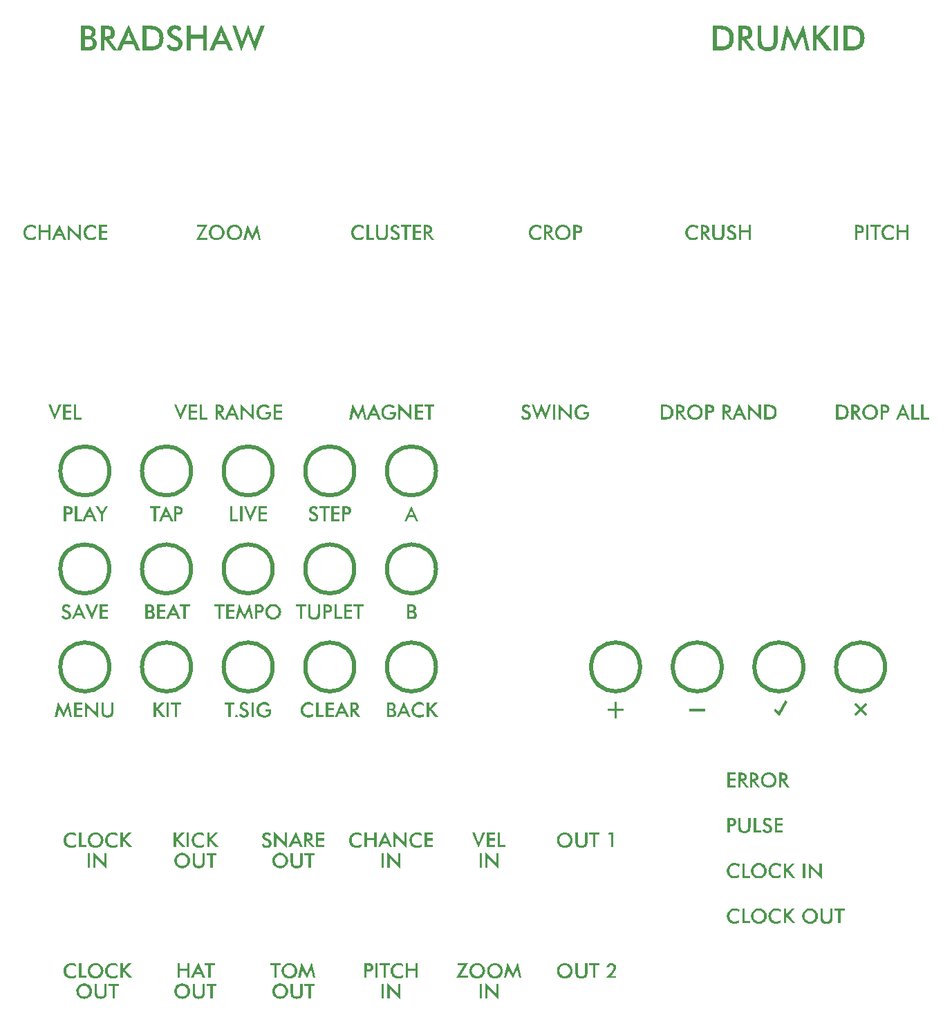
<source format=gbr>
%TF.GenerationSoftware,KiCad,Pcbnew,9.0.1*%
%TF.CreationDate,2025-05-20T15:03:03+01:00*%
%TF.ProjectId,dk2_05_panel,646b325f-3035-45f7-9061-6e656c2e6b69,rev?*%
%TF.SameCoordinates,Original*%
%TF.FileFunction,Legend,Top*%
%TF.FilePolarity,Positive*%
%FSLAX46Y46*%
G04 Gerber Fmt 4.6, Leading zero omitted, Abs format (unit mm)*
G04 Created by KiCad (PCBNEW 9.0.1) date 2025-05-20 15:03:03*
%MOMM*%
%LPD*%
G01*
G04 APERTURE LIST*
%ADD10C,0.000000*%
%ADD11C,0.187500*%
%ADD12C,0.150000*%
%ADD13C,0.500000*%
%ADD14C,4.300000*%
%ADD15C,3.200000*%
%ADD16C,6.400000*%
G04 APERTURE END LIST*
G36*
X156500000Y-114650000D02*
G01*
X158500000Y-114650000D01*
X158500000Y-114970000D01*
X156500000Y-114970000D01*
X156500000Y-114650000D01*
G37*
D10*
G36*
X167731125Y-115166232D02*
G01*
X167571126Y-115443359D01*
X166899074Y-114883357D01*
X167059076Y-114606230D01*
X167731125Y-115166232D01*
G37*
G36*
X178351360Y-114081214D02*
G01*
X176937147Y-115495428D01*
X176710873Y-115269154D01*
X178125088Y-113854940D01*
X178351360Y-114081214D01*
G37*
G36*
X146510000Y-114590000D02*
G01*
X148510000Y-114590000D01*
X148510000Y-114910000D01*
X146510000Y-114910000D01*
X146510000Y-114590000D01*
G37*
G36*
X168560000Y-113730000D02*
G01*
X167572967Y-115439447D01*
X167340000Y-115250000D01*
X168295841Y-113547397D01*
X168560000Y-113730000D01*
G37*
G36*
X147340000Y-113770000D02*
G01*
X147660000Y-113770000D01*
X147660000Y-115770000D01*
X147340000Y-115770000D01*
X147340000Y-113770000D01*
G37*
G36*
X178330149Y-115276226D02*
G01*
X178103873Y-115502500D01*
X176689660Y-114088286D01*
X176915935Y-113862012D01*
X178330149Y-115276226D01*
G37*
D11*
G36*
X160527726Y-31003154D02*
G01*
X160816396Y-31026759D01*
X160996633Y-31058407D01*
X161166186Y-31112000D01*
X161318357Y-31184080D01*
X161455138Y-31274562D01*
X161614177Y-31419170D01*
X161745242Y-31588401D01*
X161849712Y-31785090D01*
X161922867Y-31996784D01*
X161968356Y-32232610D01*
X161984168Y-32496386D01*
X161968312Y-32760167D01*
X161922785Y-32994958D01*
X161849712Y-33204752D01*
X161745475Y-33399536D01*
X161614386Y-33568485D01*
X161454955Y-33714181D01*
X161318534Y-33805171D01*
X161169704Y-33877208D01*
X161006891Y-33930519D01*
X160835655Y-33962772D01*
X160582677Y-33985982D01*
X160224520Y-33995000D01*
X160093362Y-33995000D01*
X159435005Y-33995000D01*
X159435005Y-33549501D01*
X159923002Y-33549501D01*
X160333147Y-33549501D01*
X160650360Y-33536250D01*
X160840745Y-33504438D01*
X161000125Y-33443437D01*
X161135118Y-33352946D01*
X161238739Y-33248561D01*
X161323544Y-33128640D01*
X161390291Y-32991345D01*
X161436309Y-32844854D01*
X161465295Y-32678258D01*
X161475471Y-32488510D01*
X161465295Y-32298761D01*
X161436309Y-32132165D01*
X161390291Y-31985675D01*
X161323544Y-31848379D01*
X161238739Y-31728458D01*
X161135118Y-31624073D01*
X160997259Y-31533915D01*
X160830487Y-31472581D01*
X160628192Y-31440947D01*
X160275811Y-31427519D01*
X160099407Y-31427519D01*
X159923002Y-31427519D01*
X159923002Y-33549501D01*
X159435005Y-33549501D01*
X159435005Y-30993743D01*
X160093362Y-30993743D01*
X160527726Y-31003154D01*
G37*
G36*
X163505231Y-31005031D02*
G01*
X163687029Y-31032944D01*
X163842431Y-31085938D01*
X163968946Y-31162454D01*
X164091752Y-31286467D01*
X164184368Y-31444555D01*
X164240838Y-31623557D01*
X164260206Y-31823192D01*
X164247823Y-32005023D01*
X164213163Y-32156933D01*
X164158833Y-32283953D01*
X164085816Y-32390141D01*
X163992435Y-32479170D01*
X163878167Y-32550113D01*
X163739390Y-32602990D01*
X163571258Y-32636154D01*
X164604771Y-33995000D01*
X164053210Y-33995000D01*
X163054501Y-32658503D01*
X162998997Y-32658503D01*
X162998997Y-33995000D01*
X162541774Y-33995000D01*
X162541774Y-32283346D01*
X163029771Y-32283346D01*
X163118065Y-32283346D01*
X163379724Y-32269657D01*
X163540841Y-32236360D01*
X163632807Y-32192487D01*
X163699858Y-32121963D01*
X163743458Y-32018644D01*
X163759935Y-31870270D01*
X163742329Y-31709720D01*
X163695546Y-31596513D01*
X163623465Y-31518011D01*
X163525394Y-31467521D01*
X163365366Y-31430610D01*
X163118065Y-31415795D01*
X163029771Y-31415795D01*
X163029771Y-32283346D01*
X162541774Y-32283346D01*
X162541774Y-30993743D01*
X163222662Y-30993743D01*
X163505231Y-31005031D01*
G37*
G36*
X164880094Y-30993743D02*
G01*
X165362046Y-30993743D01*
X165362046Y-32817322D01*
X165375833Y-33022670D01*
X165413801Y-33188215D01*
X165472268Y-33321212D01*
X165549625Y-33427501D01*
X165649564Y-33513120D01*
X165772767Y-33576456D01*
X165924217Y-33616973D01*
X166110528Y-33631566D01*
X166295733Y-33617000D01*
X166446504Y-33576527D01*
X166569369Y-33513199D01*
X166669234Y-33427501D01*
X166746674Y-33321200D01*
X166805196Y-33188197D01*
X166843198Y-33022656D01*
X166856996Y-32817322D01*
X166856996Y-30993743D01*
X167344993Y-30993743D01*
X167344993Y-32862384D01*
X167330493Y-33112574D01*
X167289891Y-33323335D01*
X167226526Y-33500680D01*
X167142273Y-33649718D01*
X167037430Y-33774448D01*
X166911232Y-33877225D01*
X166760105Y-33960102D01*
X166579908Y-34022601D01*
X166365417Y-34062723D01*
X166110528Y-34077065D01*
X165855473Y-34062743D01*
X165641172Y-34022710D01*
X165461444Y-33960400D01*
X165311000Y-33877845D01*
X165185642Y-33775547D01*
X165081664Y-33651317D01*
X164997988Y-33502501D01*
X164934972Y-33325022D01*
X164894544Y-33113684D01*
X164880094Y-32862384D01*
X164880094Y-30993743D01*
G37*
G36*
X170465317Y-32511957D02*
G01*
X170438756Y-32319066D01*
X170409996Y-32101629D01*
X170357606Y-32306793D01*
X170272610Y-32515987D01*
X169487125Y-34112236D01*
X168701640Y-32483197D01*
X168616460Y-32288292D01*
X168553995Y-32101629D01*
X168538608Y-32299649D01*
X168498674Y-32515987D01*
X168176640Y-33995000D01*
X167727477Y-33995000D01*
X168437125Y-30864783D01*
X169322994Y-32760169D01*
X169385459Y-32909829D01*
X169487125Y-33168299D01*
X169622496Y-32840219D01*
X169659316Y-32758154D01*
X170524852Y-30864783D01*
X171250802Y-33995000D01*
X170797610Y-33995000D01*
X170465317Y-32511957D01*
G37*
G36*
X171639332Y-33995000D02*
G01*
X171639332Y-30993743D01*
X172127329Y-30993743D01*
X172127329Y-32236085D01*
X173206088Y-30993743D01*
X173802896Y-30993743D01*
X172613494Y-32328408D01*
X173944312Y-33995000D01*
X173314715Y-33995000D01*
X172127329Y-32461582D01*
X172127329Y-33995000D01*
X171639332Y-33995000D01*
G37*
G36*
X174250227Y-33995000D02*
G01*
X174250227Y-30993743D01*
X174738224Y-30993743D01*
X174738224Y-33995000D01*
X174250227Y-33995000D01*
G37*
G36*
X176530518Y-31003154D02*
G01*
X176819187Y-31026759D01*
X176999424Y-31058407D01*
X177168977Y-31112000D01*
X177321148Y-31184080D01*
X177457929Y-31274562D01*
X177616969Y-31419170D01*
X177748033Y-31588401D01*
X177852503Y-31785090D01*
X177925658Y-31996784D01*
X177971147Y-32232610D01*
X177986959Y-32496386D01*
X177971104Y-32760167D01*
X177925576Y-32994958D01*
X177852503Y-33204752D01*
X177748266Y-33399536D01*
X177617178Y-33568485D01*
X177457746Y-33714181D01*
X177321325Y-33805171D01*
X177172495Y-33877208D01*
X177009682Y-33930519D01*
X176838446Y-33962772D01*
X176585469Y-33985982D01*
X176227311Y-33995000D01*
X176096153Y-33995000D01*
X175437796Y-33995000D01*
X175437796Y-33549501D01*
X175925794Y-33549501D01*
X176335938Y-33549501D01*
X176653151Y-33536250D01*
X176843536Y-33504438D01*
X177002916Y-33443437D01*
X177137910Y-33352946D01*
X177241531Y-33248561D01*
X177326335Y-33128640D01*
X177393083Y-32991345D01*
X177439100Y-32844854D01*
X177468086Y-32678258D01*
X177478262Y-32488510D01*
X177468086Y-32298761D01*
X177439100Y-32132165D01*
X177393083Y-31985675D01*
X177326335Y-31848379D01*
X177241531Y-31728458D01*
X177137910Y-31624073D01*
X177000050Y-31533915D01*
X176833278Y-31472581D01*
X176630984Y-31440947D01*
X176278602Y-31427519D01*
X176102198Y-31427519D01*
X175925794Y-31427519D01*
X175925794Y-33549501D01*
X175437796Y-33549501D01*
X175437796Y-30993743D01*
X176096153Y-30993743D01*
X176530518Y-31003154D01*
G37*
G36*
X83104196Y-31004187D02*
G01*
X83280129Y-31028914D01*
X83426168Y-31076428D01*
X83543728Y-31144319D01*
X83666716Y-31262485D01*
X83760066Y-31414696D01*
X83817322Y-31588376D01*
X83837002Y-31783808D01*
X83823722Y-31941431D01*
X83786173Y-32074358D01*
X83726177Y-32187175D01*
X83642738Y-32282877D01*
X83536752Y-32357957D01*
X83404143Y-32413039D01*
X83569316Y-32458666D01*
X83705287Y-32537411D01*
X83817402Y-32650626D01*
X83899246Y-32788772D01*
X83950170Y-32952121D01*
X83968161Y-33146866D01*
X83952128Y-33324541D01*
X83904596Y-33491432D01*
X83826955Y-33643434D01*
X83724162Y-33768770D01*
X83587693Y-33873916D01*
X83418431Y-33944075D01*
X83205027Y-33979493D01*
X82805321Y-33995000D01*
X82044565Y-33995000D01*
X82044565Y-33584672D01*
X82522304Y-33584672D01*
X82690465Y-33584672D01*
X82930670Y-33578687D01*
X83074049Y-33564338D01*
X83192577Y-33534653D01*
X83275000Y-33493080D01*
X83354743Y-33424363D01*
X83414401Y-33334628D01*
X83451126Y-33230922D01*
X83463677Y-33114993D01*
X83448192Y-32979342D01*
X83404143Y-32866964D01*
X83332279Y-32773154D01*
X83233967Y-32702100D01*
X83160848Y-32672685D01*
X83074965Y-32651359D01*
X82838110Y-32635055D01*
X82690465Y-32635055D01*
X82522304Y-32635055D01*
X82522304Y-33584672D01*
X82044565Y-33584672D01*
X82044565Y-32271622D01*
X82522304Y-32271622D01*
X82708967Y-32271622D01*
X82942206Y-32258059D01*
X83099871Y-32223645D01*
X83202093Y-32175635D01*
X83279952Y-32100588D01*
X83328809Y-31996238D01*
X83346807Y-31852318D01*
X83329526Y-31693012D01*
X83283738Y-31581256D01*
X83213450Y-31504272D01*
X83117394Y-31455010D01*
X82958082Y-31418718D01*
X82708967Y-31404071D01*
X82522304Y-31404071D01*
X82522304Y-32271622D01*
X82044565Y-32271622D01*
X82044565Y-30993743D01*
X82801290Y-30993743D01*
X83104196Y-31004187D01*
G37*
G36*
X85426026Y-31005031D02*
G01*
X85607824Y-31032944D01*
X85763226Y-31085938D01*
X85889741Y-31162454D01*
X86012547Y-31286467D01*
X86105163Y-31444555D01*
X86161633Y-31623557D01*
X86181001Y-31823192D01*
X86168618Y-32005023D01*
X86133958Y-32156933D01*
X86079628Y-32283953D01*
X86006612Y-32390141D01*
X85913231Y-32479170D01*
X85798962Y-32550113D01*
X85660185Y-32602990D01*
X85492053Y-32636154D01*
X86525566Y-33995000D01*
X85974005Y-33995000D01*
X84975296Y-32658503D01*
X84919792Y-32658503D01*
X84919792Y-33995000D01*
X84462569Y-33995000D01*
X84462569Y-32283346D01*
X84950566Y-32283346D01*
X85038860Y-32283346D01*
X85300520Y-32269657D01*
X85461636Y-32236360D01*
X85553602Y-32192487D01*
X85620654Y-32121963D01*
X85664254Y-32018644D01*
X85680730Y-31870270D01*
X85663124Y-31709720D01*
X85616341Y-31596513D01*
X85544260Y-31518011D01*
X85446190Y-31467521D01*
X85286161Y-31430610D01*
X85038860Y-31415795D01*
X84950566Y-31415795D01*
X84950566Y-32283346D01*
X84462569Y-32283346D01*
X84462569Y-30993743D01*
X85143457Y-30993743D01*
X85426026Y-31005031D01*
G37*
G36*
X89311034Y-33995000D02*
G01*
X88796292Y-33995000D01*
X88455757Y-33221238D01*
X87266355Y-33221238D01*
X86917759Y-33995000D01*
X86405033Y-33995000D01*
X86957084Y-32810910D01*
X87446789Y-32810910D01*
X88283565Y-32810910D01*
X87976003Y-32128740D01*
X87920498Y-31978531D01*
X87863162Y-31789487D01*
X87810772Y-31972486D01*
X87754352Y-32128740D01*
X87446789Y-32810910D01*
X86957084Y-32810910D01*
X87858949Y-30876507D01*
X89311034Y-33995000D01*
G37*
G36*
X90684390Y-31003154D02*
G01*
X90973059Y-31026759D01*
X91153297Y-31058407D01*
X91322850Y-31112000D01*
X91475021Y-31184080D01*
X91611802Y-31274562D01*
X91770841Y-31419170D01*
X91901906Y-31588401D01*
X92006376Y-31785090D01*
X92079531Y-31996784D01*
X92125020Y-32232610D01*
X92140832Y-32496386D01*
X92124976Y-32760167D01*
X92079449Y-32994958D01*
X92006376Y-33204752D01*
X91902139Y-33399536D01*
X91771050Y-33568485D01*
X91611618Y-33714181D01*
X91475198Y-33805171D01*
X91326368Y-33877208D01*
X91163555Y-33930519D01*
X90992319Y-33962772D01*
X90739341Y-33985982D01*
X90381184Y-33995000D01*
X90250026Y-33995000D01*
X89591669Y-33995000D01*
X89591669Y-33549501D01*
X90079666Y-33549501D01*
X90489811Y-33549501D01*
X90807024Y-33536250D01*
X90997409Y-33504438D01*
X91156789Y-33443437D01*
X91291782Y-33352946D01*
X91395403Y-33248561D01*
X91480208Y-33128640D01*
X91546955Y-32991345D01*
X91592973Y-32844854D01*
X91621959Y-32678258D01*
X91632135Y-32488510D01*
X91621959Y-32298761D01*
X91592973Y-32132165D01*
X91546955Y-31985675D01*
X91480208Y-31848379D01*
X91395403Y-31728458D01*
X91291782Y-31624073D01*
X91153923Y-31533915D01*
X90987151Y-31472581D01*
X90784856Y-31440947D01*
X90432475Y-31427519D01*
X90256071Y-31427519D01*
X90079666Y-31427519D01*
X90079666Y-33549501D01*
X89591669Y-33549501D01*
X89591669Y-30993743D01*
X90250026Y-30993743D01*
X90684390Y-31003154D01*
G37*
G36*
X92526064Y-33400940D02*
G01*
X92915875Y-33221238D01*
X92964586Y-33347103D01*
X93032122Y-33447471D01*
X93118841Y-33526420D01*
X93222119Y-33583103D01*
X93346257Y-33618833D01*
X93496196Y-33631566D01*
X93636422Y-33616967D01*
X93749618Y-33576079D01*
X93841678Y-33510483D01*
X93911858Y-33422326D01*
X93954763Y-33315862D01*
X93969905Y-33185701D01*
X93948007Y-33070165D01*
X93878371Y-32955638D01*
X93746984Y-32837199D01*
X93531001Y-32713274D01*
X93436662Y-32668028D01*
X93108427Y-32490930D01*
X92898456Y-32346407D01*
X92775191Y-32228941D01*
X92684424Y-32090086D01*
X92629284Y-31931699D01*
X92610144Y-31748454D01*
X92626588Y-31568419D01*
X92673839Y-31411749D01*
X92750831Y-31273933D01*
X92859272Y-31151830D01*
X92989927Y-31054085D01*
X93139761Y-30983159D01*
X93312383Y-30938930D01*
X93512500Y-30923401D01*
X93730957Y-30939007D01*
X93914204Y-30982813D01*
X94068274Y-31051812D01*
X94202845Y-31150552D01*
X94305101Y-31272383D01*
X94378035Y-31420558D01*
X93996467Y-31615097D01*
X93898218Y-31490241D01*
X93798447Y-31410300D01*
X93684554Y-31362089D01*
X93551517Y-31345453D01*
X93424003Y-31357954D01*
X93321490Y-31392801D01*
X93238642Y-31448218D01*
X93174959Y-31523351D01*
X93136407Y-31613533D01*
X93122871Y-31723358D01*
X93138083Y-31815956D01*
X93186196Y-31909953D01*
X93275253Y-32008892D01*
X93418144Y-32114809D01*
X93631568Y-32228391D01*
X93693117Y-32257151D01*
X93985559Y-32408514D01*
X94181461Y-32541510D01*
X94304213Y-32658319D01*
X94395177Y-32796972D01*
X94450878Y-32958075D01*
X94470359Y-33147599D01*
X94452210Y-33357588D01*
X94400547Y-33537099D01*
X94317359Y-33691792D01*
X94201631Y-33825739D01*
X94060775Y-33932553D01*
X93896108Y-34010626D01*
X93703055Y-34059707D01*
X93475680Y-34077065D01*
X93225407Y-34055825D01*
X93018697Y-33996290D01*
X92847182Y-33901943D01*
X92736409Y-33806225D01*
X92646519Y-33692490D01*
X92576316Y-33558510D01*
X92526064Y-33400940D01*
G37*
G36*
X95002137Y-33995000D02*
G01*
X95002137Y-30993743D01*
X95490134Y-30993743D01*
X95490134Y-32107491D01*
X96966765Y-32107491D01*
X96966765Y-30993743D01*
X97454762Y-30993743D01*
X97454762Y-33995000D01*
X96966765Y-33995000D01*
X96966765Y-32541266D01*
X95490134Y-32541266D01*
X95490134Y-33995000D01*
X95002137Y-33995000D01*
G37*
G36*
X100639017Y-33995000D02*
G01*
X100124275Y-33995000D01*
X99783740Y-33221238D01*
X98594338Y-33221238D01*
X98245743Y-33995000D01*
X97733016Y-33995000D01*
X98285067Y-32810910D01*
X98774773Y-32810910D01*
X99611549Y-32810910D01*
X99303986Y-32128740D01*
X99248482Y-31978531D01*
X99191146Y-31789487D01*
X99138756Y-31972486D01*
X99082336Y-32128740D01*
X98774773Y-32810910D01*
X98285067Y-32810910D01*
X99186933Y-30876507D01*
X100639017Y-33995000D01*
G37*
G36*
X100527643Y-30993743D02*
G01*
X101009595Y-30993743D01*
X101577643Y-32508660D01*
X101670882Y-32771160D01*
X101737561Y-32982369D01*
X101887404Y-32516903D01*
X101901692Y-32477885D01*
X102504544Y-30876507D01*
X103140369Y-32508660D01*
X103225366Y-32746613D01*
X103300287Y-32986399D01*
X103355608Y-32783433D01*
X103445917Y-32520933D01*
X104009752Y-30993743D01*
X104495917Y-30993743D01*
X103333077Y-34112236D01*
X102648159Y-32400033D01*
X102566093Y-32179665D01*
X102500514Y-31979813D01*
X102430722Y-32206409D01*
X102358914Y-32408276D01*
X101686270Y-34112236D01*
X100527643Y-30993743D01*
G37*
D12*
G36*
X141409737Y-129758954D02*
G01*
X141532230Y-129782391D01*
X141650029Y-129821273D01*
X141761784Y-129875043D01*
X141865509Y-129942948D01*
X141961952Y-130025704D01*
X142047143Y-130121622D01*
X142116792Y-130224302D01*
X142171769Y-130334439D01*
X142211681Y-130450783D01*
X142235674Y-130571327D01*
X142243759Y-130697140D01*
X142235649Y-130823820D01*
X142211632Y-130944608D01*
X142171769Y-131060610D01*
X142116734Y-131170141D01*
X142047080Y-131271709D01*
X141961952Y-131366048D01*
X141864779Y-131448987D01*
X141760422Y-131517341D01*
X141648161Y-131571798D01*
X141529978Y-131611441D01*
X141408098Y-131635235D01*
X141281504Y-131643239D01*
X141153305Y-131635169D01*
X141029963Y-131611187D01*
X140910450Y-131571248D01*
X140797126Y-131516274D01*
X140693476Y-131448049D01*
X140598637Y-131366048D01*
X140513481Y-131271731D01*
X140444028Y-131170558D01*
X140389370Y-131061819D01*
X140349975Y-130946605D01*
X140326127Y-130825437D01*
X140318039Y-130697140D01*
X140318185Y-130694832D01*
X140623257Y-130694832D01*
X140635684Y-130828576D01*
X140672496Y-130953668D01*
X140732623Y-131068940D01*
X140815159Y-131171728D01*
X140915592Y-131256801D01*
X141028053Y-131318457D01*
X141150585Y-131356186D01*
X141281614Y-131368905D01*
X141410356Y-131356230D01*
X141531987Y-131318457D01*
X141644112Y-131256899D01*
X141745431Y-131171728D01*
X141828138Y-131068849D01*
X141888752Y-130953009D01*
X141926107Y-130827496D01*
X141938651Y-130694832D01*
X141926091Y-130561041D01*
X141888752Y-130434896D01*
X141828098Y-130318500D01*
X141745431Y-130215517D01*
X141647074Y-130131534D01*
X141534405Y-130069558D01*
X141411541Y-130031203D01*
X141281614Y-130018340D01*
X141151545Y-130031044D01*
X141028602Y-130068898D01*
X140915684Y-130130504D01*
X140815159Y-130215517D01*
X140732752Y-130317503D01*
X140672496Y-130433577D01*
X140635685Y-130559868D01*
X140623257Y-130694832D01*
X140318185Y-130694832D01*
X140326095Y-130569633D01*
X140349913Y-130448446D01*
X140389370Y-130332461D01*
X140444050Y-130222823D01*
X140513510Y-130120809D01*
X140598637Y-130025704D01*
X140695035Y-129942991D01*
X140798937Y-129875080D01*
X140911109Y-129821273D01*
X141029348Y-129782406D01*
X141152462Y-129758961D01*
X141281504Y-129751041D01*
X141409737Y-129758954D01*
G37*
G36*
X142571839Y-129793246D02*
G01*
X142861010Y-129793246D01*
X142861010Y-130887393D01*
X142869282Y-131010602D01*
X142892063Y-131109929D01*
X142927143Y-131189727D01*
X142973557Y-131253501D01*
X143033521Y-131304872D01*
X143107442Y-131342873D01*
X143198312Y-131367184D01*
X143310099Y-131375939D01*
X143421222Y-131367200D01*
X143511685Y-131342916D01*
X143585404Y-131304919D01*
X143645323Y-131253501D01*
X143691787Y-131189720D01*
X143726900Y-131109918D01*
X143749701Y-131010593D01*
X143757980Y-130887393D01*
X143757980Y-129793246D01*
X144050778Y-129793246D01*
X144050778Y-130914430D01*
X144042078Y-131064544D01*
X144017717Y-131191001D01*
X143979698Y-131297408D01*
X143929146Y-131386831D01*
X143866240Y-131461669D01*
X143790521Y-131523335D01*
X143699845Y-131573061D01*
X143591727Y-131610561D01*
X143463032Y-131634633D01*
X143310099Y-131643239D01*
X143157066Y-131634646D01*
X143028485Y-131610626D01*
X142920649Y-131573240D01*
X142830382Y-131523707D01*
X142755167Y-131462328D01*
X142692780Y-131387790D01*
X142642575Y-131298500D01*
X142604765Y-131192013D01*
X142580509Y-131065210D01*
X142571839Y-130914430D01*
X142571839Y-129793246D01*
G37*
G36*
X145035785Y-130039443D02*
G01*
X145035785Y-131594000D01*
X144742987Y-131594000D01*
X144742987Y-130039443D01*
X144264332Y-130039443D01*
X144264332Y-129793246D01*
X145512022Y-129793246D01*
X145512022Y-130039443D01*
X145035785Y-130039443D01*
G37*
G36*
X146954471Y-131594000D02*
G01*
X146954471Y-130039443D01*
X146581549Y-130039443D01*
X146694756Y-129807314D01*
X147221441Y-129807314D01*
X147221441Y-131594000D01*
X146954471Y-131594000D01*
G37*
G36*
X120119977Y-113849512D02*
G01*
X120225537Y-113864348D01*
X120313161Y-113892857D01*
X120383696Y-113933591D01*
X120457489Y-114004491D01*
X120513499Y-114095817D01*
X120547853Y-114200026D01*
X120559661Y-114317285D01*
X120551693Y-114411859D01*
X120529164Y-114491615D01*
X120493166Y-114559305D01*
X120443102Y-114616726D01*
X120379511Y-114661774D01*
X120299946Y-114694823D01*
X120399049Y-114722199D01*
X120480632Y-114769446D01*
X120547901Y-114837375D01*
X120597008Y-114920263D01*
X120627562Y-115018272D01*
X120638356Y-115135120D01*
X120628737Y-115241724D01*
X120600218Y-115341859D01*
X120553633Y-115433060D01*
X120491957Y-115508262D01*
X120410076Y-115571349D01*
X120308518Y-115613445D01*
X120180476Y-115634696D01*
X119940652Y-115644000D01*
X119484199Y-115644000D01*
X119484199Y-115397803D01*
X119770842Y-115397803D01*
X119871739Y-115397803D01*
X120015862Y-115394212D01*
X120101889Y-115385603D01*
X120173006Y-115367792D01*
X120222460Y-115342848D01*
X120270306Y-115301618D01*
X120306100Y-115247777D01*
X120328136Y-115185553D01*
X120335666Y-115115995D01*
X120326375Y-115034605D01*
X120299946Y-114967178D01*
X120256827Y-114910892D01*
X120197840Y-114868260D01*
X120153969Y-114850611D01*
X120102439Y-114837815D01*
X119960326Y-114828033D01*
X119871739Y-114828033D01*
X119770842Y-114828033D01*
X119770842Y-115397803D01*
X119484199Y-115397803D01*
X119484199Y-114609973D01*
X119770842Y-114609973D01*
X119882840Y-114609973D01*
X120022784Y-114601835D01*
X120117382Y-114581187D01*
X120178716Y-114552381D01*
X120225431Y-114507353D01*
X120254745Y-114444742D01*
X120265544Y-114358391D01*
X120255175Y-114262807D01*
X120227702Y-114195754D01*
X120185530Y-114149563D01*
X120127896Y-114120006D01*
X120032309Y-114098231D01*
X119882840Y-114089443D01*
X119770842Y-114089443D01*
X119770842Y-114609973D01*
X119484199Y-114609973D01*
X119484199Y-113843246D01*
X119938234Y-113843246D01*
X120119977Y-113849512D01*
G37*
G36*
X122433724Y-115644000D02*
G01*
X122124879Y-115644000D01*
X121920558Y-115179743D01*
X121206917Y-115179743D01*
X120997760Y-115644000D01*
X120690123Y-115644000D01*
X121021354Y-114933546D01*
X121315178Y-114933546D01*
X121817243Y-114933546D01*
X121632705Y-114524244D01*
X121599403Y-114434118D01*
X121565001Y-114320692D01*
X121533567Y-114430491D01*
X121499715Y-114524244D01*
X121315178Y-114933546D01*
X121021354Y-114933546D01*
X121562473Y-113772904D01*
X122433724Y-115644000D01*
G37*
G36*
X124026749Y-114279915D02*
G01*
X123897360Y-114186374D01*
X123764066Y-114121206D01*
X123622649Y-114081653D01*
X123473026Y-114068340D01*
X123328163Y-114080926D01*
X123201951Y-114117049D01*
X123090933Y-114175698D01*
X122992613Y-114257824D01*
X122912662Y-114357838D01*
X122855273Y-114471110D01*
X122819799Y-114600200D01*
X122807416Y-114748569D01*
X122819365Y-114891904D01*
X122853746Y-115017902D01*
X122909601Y-115129674D01*
X122987667Y-115229532D01*
X123083777Y-115312451D01*
X123190036Y-115370964D01*
X123308557Y-115406598D01*
X123442362Y-115418905D01*
X123547892Y-115412552D01*
X123649107Y-115393706D01*
X123746811Y-115362412D01*
X123840159Y-115319206D01*
X123932521Y-115262576D01*
X124024331Y-115191393D01*
X124024331Y-115524418D01*
X123900917Y-115598710D01*
X123767144Y-115651363D01*
X123624340Y-115682478D01*
X123465663Y-115693239D01*
X123329127Y-115685473D01*
X123202203Y-115662764D01*
X123083618Y-115625645D01*
X122971215Y-115573271D01*
X122868767Y-115507005D01*
X122775322Y-115426269D01*
X122694492Y-115335285D01*
X122627158Y-115234150D01*
X122572869Y-115121821D01*
X122533801Y-115003112D01*
X122510189Y-114878986D01*
X122502198Y-114748349D01*
X122510218Y-114617728D01*
X122533882Y-114494054D01*
X122572979Y-114376196D01*
X122627293Y-114264686D01*
X122695380Y-114163067D01*
X122777850Y-114070428D01*
X122871955Y-113988826D01*
X122974180Y-113922044D01*
X123085376Y-113869404D01*
X123202809Y-113831775D01*
X123327523Y-113808852D01*
X123460717Y-113801041D01*
X123616738Y-113812530D01*
X123763407Y-113846433D01*
X123903860Y-113902823D01*
X124042796Y-113983930D01*
X124026749Y-114279915D01*
G37*
G36*
X124367688Y-115644000D02*
G01*
X124367688Y-113843246D01*
X124660486Y-113843246D01*
X124660486Y-114588651D01*
X125307742Y-113843246D01*
X125665827Y-113843246D01*
X124952186Y-114644045D01*
X125750677Y-115644000D01*
X125372918Y-115644000D01*
X124660486Y-114723949D01*
X124660486Y-115644000D01*
X124367688Y-115644000D01*
G37*
G36*
X177463040Y-55399660D02*
G01*
X177568899Y-55414788D01*
X177657053Y-55443693D01*
X177730795Y-55485460D01*
X177805677Y-55557979D01*
X177863676Y-55654390D01*
X177899427Y-55764743D01*
X177911706Y-55888497D01*
X177899471Y-56012515D01*
X177863676Y-56124472D01*
X177826710Y-56192777D01*
X177782480Y-56248851D01*
X177730795Y-56294172D01*
X177657048Y-56335726D01*
X177568899Y-56364184D01*
X177463036Y-56378850D01*
X177279178Y-56385067D01*
X177221366Y-56385067D01*
X177110577Y-56385067D01*
X177110577Y-57194000D01*
X176836244Y-57194000D01*
X176836244Y-56145905D01*
X177129042Y-56145905D01*
X177204110Y-56145905D01*
X177368922Y-56137959D01*
X177470740Y-56118625D01*
X177529002Y-56093258D01*
X177572345Y-56051749D01*
X177599928Y-55991958D01*
X177610225Y-55907182D01*
X177599264Y-55816083D01*
X177569789Y-55751080D01*
X177523397Y-55705278D01*
X177461553Y-55676352D01*
X177360410Y-55655045D01*
X177204110Y-55646477D01*
X177129042Y-55646477D01*
X177129042Y-56145905D01*
X176836244Y-56145905D01*
X176836244Y-55393246D01*
X177279178Y-55393246D01*
X177463040Y-55399660D01*
G37*
G36*
X178181204Y-57194000D02*
G01*
X178181204Y-55393246D01*
X178474002Y-55393246D01*
X178474002Y-57194000D01*
X178181204Y-57194000D01*
G37*
G36*
X179475715Y-55639443D02*
G01*
X179475715Y-57194000D01*
X179182917Y-57194000D01*
X179182917Y-55639443D01*
X178704262Y-55639443D01*
X178704262Y-55393246D01*
X179951952Y-55393246D01*
X179951952Y-55639443D01*
X179475715Y-55639443D01*
G37*
G36*
X181575752Y-55829915D02*
G01*
X181446363Y-55736374D01*
X181313069Y-55671206D01*
X181171651Y-55631653D01*
X181022029Y-55618340D01*
X180877166Y-55630926D01*
X180750954Y-55667049D01*
X180639935Y-55725698D01*
X180541615Y-55807824D01*
X180461664Y-55907838D01*
X180404276Y-56021110D01*
X180368801Y-56150200D01*
X180356418Y-56298569D01*
X180368368Y-56441904D01*
X180402748Y-56567902D01*
X180458604Y-56679674D01*
X180536670Y-56779532D01*
X180632780Y-56862451D01*
X180739038Y-56920964D01*
X180857559Y-56956598D01*
X180991364Y-56968905D01*
X181096895Y-56962552D01*
X181198110Y-56943706D01*
X181295813Y-56912412D01*
X181389161Y-56869206D01*
X181481524Y-56812576D01*
X181573334Y-56741393D01*
X181573334Y-57074418D01*
X181449920Y-57148710D01*
X181316146Y-57201363D01*
X181173343Y-57232478D01*
X181014665Y-57243239D01*
X180878130Y-57235473D01*
X180751205Y-57212764D01*
X180632620Y-57175645D01*
X180520217Y-57123271D01*
X180417769Y-57057005D01*
X180324325Y-56976269D01*
X180243495Y-56885285D01*
X180176160Y-56784150D01*
X180121872Y-56671821D01*
X180082803Y-56553112D01*
X180059191Y-56428986D01*
X180051200Y-56298349D01*
X180059220Y-56167728D01*
X180082884Y-56044054D01*
X180121982Y-55926196D01*
X180176295Y-55814686D01*
X180244382Y-55713067D01*
X180326853Y-55620428D01*
X180420958Y-55538826D01*
X180523183Y-55472044D01*
X180634379Y-55419404D01*
X180751812Y-55381775D01*
X180876526Y-55358852D01*
X181009719Y-55351041D01*
X181165741Y-55362530D01*
X181312409Y-55396433D01*
X181452862Y-55452823D01*
X181591799Y-55533930D01*
X181575752Y-55829915D01*
G37*
G36*
X181893829Y-57194000D02*
G01*
X181893829Y-55393246D01*
X182186628Y-55393246D01*
X182186628Y-56061494D01*
X183072606Y-56061494D01*
X183072606Y-55393246D01*
X183365405Y-55393246D01*
X183365405Y-57194000D01*
X183072606Y-57194000D01*
X183072606Y-56321759D01*
X182186628Y-56321759D01*
X182186628Y-57194000D01*
X181893829Y-57194000D01*
G37*
G36*
X96127659Y-57194000D02*
G01*
X97045512Y-55639443D01*
X96281422Y-55639443D01*
X96281422Y-55393246D01*
X97495920Y-55393246D01*
X96586530Y-56933734D01*
X97506911Y-56933734D01*
X97506911Y-57194000D01*
X96127659Y-57194000D01*
G37*
G36*
X98775892Y-55358954D02*
G01*
X98898386Y-55382391D01*
X99016185Y-55421273D01*
X99127939Y-55475043D01*
X99231665Y-55542948D01*
X99328108Y-55625704D01*
X99413298Y-55721622D01*
X99482947Y-55824302D01*
X99537924Y-55934439D01*
X99577837Y-56050783D01*
X99601830Y-56171327D01*
X99609915Y-56297140D01*
X99601804Y-56423820D01*
X99577787Y-56544608D01*
X99537924Y-56660610D01*
X99482890Y-56770141D01*
X99413236Y-56871709D01*
X99328108Y-56966048D01*
X99230935Y-57048987D01*
X99126577Y-57117341D01*
X99014317Y-57171798D01*
X98896133Y-57211441D01*
X98774253Y-57235235D01*
X98647659Y-57243239D01*
X98519461Y-57235169D01*
X98396119Y-57211187D01*
X98276605Y-57171248D01*
X98163281Y-57116274D01*
X98059631Y-57048049D01*
X97964793Y-56966048D01*
X97879637Y-56871731D01*
X97810184Y-56770558D01*
X97755526Y-56661819D01*
X97716131Y-56546605D01*
X97692283Y-56425437D01*
X97684194Y-56297140D01*
X97684340Y-56294832D01*
X97989412Y-56294832D01*
X98001840Y-56428576D01*
X98038652Y-56553668D01*
X98098779Y-56668940D01*
X98181314Y-56771728D01*
X98281748Y-56856801D01*
X98394208Y-56918457D01*
X98516741Y-56956186D01*
X98647769Y-56968905D01*
X98776512Y-56956230D01*
X98898142Y-56918457D01*
X99010267Y-56856899D01*
X99111586Y-56771728D01*
X99194293Y-56668849D01*
X99254908Y-56553009D01*
X99292262Y-56427496D01*
X99304807Y-56294832D01*
X99292247Y-56161041D01*
X99254908Y-56034896D01*
X99194254Y-55918500D01*
X99111586Y-55815517D01*
X99013230Y-55731534D01*
X98900560Y-55669558D01*
X98777697Y-55631203D01*
X98647769Y-55618340D01*
X98517700Y-55631044D01*
X98394758Y-55668898D01*
X98281840Y-55730504D01*
X98181314Y-55815517D01*
X98098908Y-55917503D01*
X98038652Y-56033577D01*
X98001841Y-56159868D01*
X97989412Y-56294832D01*
X97684340Y-56294832D01*
X97692250Y-56169633D01*
X97716068Y-56048446D01*
X97755526Y-55932461D01*
X97810205Y-55822823D01*
X97879665Y-55720809D01*
X97964793Y-55625704D01*
X98061190Y-55542991D01*
X98165092Y-55475080D01*
X98277265Y-55421273D01*
X98395503Y-55382406D01*
X98518617Y-55358961D01*
X98647659Y-55351041D01*
X98775892Y-55358954D01*
G37*
G36*
X100958251Y-55358954D02*
G01*
X101080745Y-55382391D01*
X101198544Y-55421273D01*
X101310298Y-55475043D01*
X101414023Y-55542948D01*
X101510466Y-55625704D01*
X101595657Y-55721622D01*
X101665306Y-55824302D01*
X101720283Y-55934439D01*
X101760195Y-56050783D01*
X101784188Y-56171327D01*
X101792274Y-56297140D01*
X101784163Y-56423820D01*
X101760146Y-56544608D01*
X101720283Y-56660610D01*
X101665248Y-56770141D01*
X101595594Y-56871709D01*
X101510466Y-56966048D01*
X101413294Y-57048987D01*
X101308936Y-57117341D01*
X101196675Y-57171798D01*
X101078492Y-57211441D01*
X100956612Y-57235235D01*
X100830018Y-57243239D01*
X100701820Y-57235169D01*
X100578478Y-57211187D01*
X100458964Y-57171248D01*
X100345640Y-57116274D01*
X100241990Y-57048049D01*
X100147151Y-56966048D01*
X100061995Y-56871731D01*
X99992542Y-56770558D01*
X99937884Y-56661819D01*
X99898490Y-56546605D01*
X99874641Y-56425437D01*
X99866553Y-56297140D01*
X99866699Y-56294832D01*
X100171771Y-56294832D01*
X100184199Y-56428576D01*
X100221011Y-56553668D01*
X100281137Y-56668940D01*
X100363673Y-56771728D01*
X100464106Y-56856801D01*
X100576567Y-56918457D01*
X100699100Y-56956186D01*
X100830128Y-56968905D01*
X100958871Y-56956230D01*
X101080501Y-56918457D01*
X101192626Y-56856899D01*
X101293945Y-56771728D01*
X101376652Y-56668849D01*
X101437267Y-56553009D01*
X101474621Y-56427496D01*
X101487165Y-56294832D01*
X101474605Y-56161041D01*
X101437267Y-56034896D01*
X101376612Y-55918500D01*
X101293945Y-55815517D01*
X101195588Y-55731534D01*
X101082919Y-55669558D01*
X100960056Y-55631203D01*
X100830128Y-55618340D01*
X100700059Y-55631044D01*
X100577117Y-55668898D01*
X100464198Y-55730504D01*
X100363673Y-55815517D01*
X100281266Y-55917503D01*
X100221011Y-56033577D01*
X100184200Y-56159868D01*
X100171771Y-56294832D01*
X99866699Y-56294832D01*
X99874609Y-56169633D01*
X99898427Y-56048446D01*
X99937884Y-55932461D01*
X99992564Y-55822823D01*
X100062024Y-55720809D01*
X100147151Y-55625704D01*
X100243549Y-55542991D01*
X100347451Y-55475080D01*
X100459624Y-55421273D01*
X100577862Y-55382406D01*
X100700976Y-55358961D01*
X100830018Y-55351041D01*
X100958251Y-55358954D01*
G37*
G36*
X103596874Y-56304174D02*
G01*
X103580937Y-56188439D01*
X103563682Y-56057977D01*
X103532247Y-56181076D01*
X103481250Y-56306592D01*
X103009959Y-57264341D01*
X102538668Y-56286918D01*
X102487560Y-56169975D01*
X102450081Y-56057977D01*
X102440848Y-56176789D01*
X102416888Y-56306592D01*
X102223668Y-57194000D01*
X101954170Y-57194000D01*
X102379959Y-55315870D01*
X102911480Y-56453101D01*
X102948959Y-56542897D01*
X103009959Y-56697979D01*
X103091182Y-56501131D01*
X103113273Y-56451892D01*
X103632595Y-55315870D01*
X104068165Y-57194000D01*
X103796250Y-57194000D01*
X103596874Y-56304174D01*
G37*
G36*
X116387392Y-130229915D02*
G01*
X116258002Y-130136374D01*
X116124708Y-130071206D01*
X115983291Y-130031653D01*
X115833669Y-130018340D01*
X115688805Y-130030926D01*
X115562593Y-130067049D01*
X115451575Y-130125698D01*
X115353255Y-130207824D01*
X115273304Y-130307838D01*
X115215915Y-130421110D01*
X115180441Y-130550200D01*
X115168058Y-130698569D01*
X115180007Y-130841904D01*
X115214388Y-130967902D01*
X115270243Y-131079674D01*
X115348309Y-131179532D01*
X115444419Y-131262451D01*
X115550678Y-131320964D01*
X115669199Y-131356598D01*
X115803004Y-131368905D01*
X115908534Y-131362552D01*
X116009749Y-131343706D01*
X116107453Y-131312412D01*
X116200801Y-131269206D01*
X116293163Y-131212576D01*
X116384974Y-131141393D01*
X116384974Y-131474418D01*
X116261559Y-131548710D01*
X116127786Y-131601363D01*
X115984982Y-131632478D01*
X115826305Y-131643239D01*
X115689769Y-131635473D01*
X115562845Y-131612764D01*
X115444260Y-131575645D01*
X115331857Y-131523271D01*
X115229409Y-131457005D01*
X115135964Y-131376269D01*
X115055134Y-131285285D01*
X114987800Y-131184150D01*
X114933512Y-131071821D01*
X114894443Y-130953112D01*
X114870831Y-130828986D01*
X114862840Y-130698349D01*
X114870860Y-130567728D01*
X114894524Y-130444054D01*
X114933621Y-130326196D01*
X114987935Y-130214686D01*
X115056022Y-130113067D01*
X115138492Y-130020428D01*
X115232597Y-129938826D01*
X115334822Y-129872044D01*
X115446019Y-129819404D01*
X115563451Y-129781775D01*
X115688166Y-129758852D01*
X115821359Y-129751041D01*
X115977380Y-129762530D01*
X116124049Y-129796433D01*
X116264502Y-129852823D01*
X116403438Y-129933930D01*
X116387392Y-130229915D01*
G37*
G36*
X116749433Y-131594000D02*
G01*
X116749433Y-129793246D01*
X117042231Y-129793246D01*
X117042231Y-130461494D01*
X117928210Y-130461494D01*
X117928210Y-129793246D01*
X118221008Y-129793246D01*
X118221008Y-131594000D01*
X117928210Y-131594000D01*
X117928210Y-130721759D01*
X117042231Y-130721759D01*
X117042231Y-131594000D01*
X116749433Y-131594000D01*
G37*
G36*
X120131561Y-131594000D02*
G01*
X119822716Y-131594000D01*
X119618395Y-131129743D01*
X118904754Y-131129743D01*
X118695596Y-131594000D01*
X118387960Y-131594000D01*
X118719191Y-130883546D01*
X119013014Y-130883546D01*
X119515080Y-130883546D01*
X119330542Y-130474244D01*
X119297240Y-130384118D01*
X119262838Y-130270692D01*
X119231404Y-130380491D01*
X119197552Y-130474244D01*
X119013014Y-130883546D01*
X118719191Y-130883546D01*
X119260310Y-129722904D01*
X120131561Y-131594000D01*
G37*
G36*
X120299942Y-131594000D02*
G01*
X120299942Y-129722904D01*
X121444208Y-130822766D01*
X121538949Y-130922454D01*
X121639956Y-131041705D01*
X121639956Y-129793246D01*
X121910553Y-129793246D01*
X121910553Y-131664341D01*
X120742877Y-130543596D01*
X120652421Y-130447646D01*
X120569440Y-130341803D01*
X120569440Y-131594000D01*
X120299942Y-131594000D01*
G37*
G36*
X123769778Y-130229915D02*
G01*
X123640389Y-130136374D01*
X123507095Y-130071206D01*
X123365678Y-130031653D01*
X123216055Y-130018340D01*
X123071192Y-130030926D01*
X122944980Y-130067049D01*
X122833962Y-130125698D01*
X122735642Y-130207824D01*
X122655691Y-130307838D01*
X122598302Y-130421110D01*
X122562828Y-130550200D01*
X122550445Y-130698569D01*
X122562394Y-130841904D01*
X122596775Y-130967902D01*
X122652630Y-131079674D01*
X122730696Y-131179532D01*
X122826806Y-131262451D01*
X122933065Y-131320964D01*
X123051586Y-131356598D01*
X123185390Y-131368905D01*
X123290921Y-131362552D01*
X123392136Y-131343706D01*
X123489839Y-131312412D01*
X123583188Y-131269206D01*
X123675550Y-131212576D01*
X123767360Y-131141393D01*
X123767360Y-131474418D01*
X123643946Y-131548710D01*
X123510172Y-131601363D01*
X123367369Y-131632478D01*
X123208691Y-131643239D01*
X123072156Y-131635473D01*
X122945231Y-131612764D01*
X122826647Y-131575645D01*
X122714243Y-131523271D01*
X122611795Y-131457005D01*
X122518351Y-131376269D01*
X122437521Y-131285285D01*
X122370187Y-131184150D01*
X122315898Y-131071821D01*
X122276830Y-130953112D01*
X122253217Y-130828986D01*
X122245227Y-130698349D01*
X122253246Y-130567728D01*
X122276910Y-130444054D01*
X122316008Y-130326196D01*
X122370321Y-130214686D01*
X122438409Y-130113067D01*
X122520879Y-130020428D01*
X122614984Y-129938826D01*
X122717209Y-129872044D01*
X122828405Y-129819404D01*
X122945838Y-129781775D01*
X123070552Y-129758852D01*
X123203745Y-129751041D01*
X123359767Y-129762530D01*
X123506436Y-129796433D01*
X123646888Y-129852823D01*
X123785825Y-129933930D01*
X123769778Y-130229915D01*
G37*
G36*
X124131819Y-131594000D02*
G01*
X124131819Y-129793246D01*
X125137050Y-129793246D01*
X125137050Y-130039443D01*
X124424618Y-130039443D01*
X124424618Y-130489631D01*
X125137050Y-130489631D01*
X125137050Y-130749896D01*
X124424618Y-130749896D01*
X124424618Y-131333734D01*
X125137050Y-131333734D01*
X125137050Y-131594000D01*
X124131819Y-131594000D01*
G37*
G36*
X118840897Y-134094000D02*
G01*
X118840897Y-132293246D01*
X119133695Y-132293246D01*
X119133695Y-134094000D01*
X118840897Y-134094000D01*
G37*
G36*
X119553439Y-134094000D02*
G01*
X119553439Y-132222904D01*
X120697704Y-133322766D01*
X120792446Y-133422454D01*
X120893453Y-133541705D01*
X120893453Y-132293246D01*
X121164049Y-132293246D01*
X121164049Y-134164341D01*
X119996373Y-133043596D01*
X119905918Y-132947646D01*
X119822936Y-132841803D01*
X119822936Y-134094000D01*
X119553439Y-134094000D01*
G37*
G36*
X141409737Y-145758954D02*
G01*
X141532230Y-145782391D01*
X141650029Y-145821273D01*
X141761784Y-145875043D01*
X141865509Y-145942948D01*
X141961952Y-146025704D01*
X142047143Y-146121622D01*
X142116792Y-146224302D01*
X142171769Y-146334439D01*
X142211681Y-146450783D01*
X142235674Y-146571327D01*
X142243759Y-146697140D01*
X142235649Y-146823820D01*
X142211632Y-146944608D01*
X142171769Y-147060610D01*
X142116734Y-147170141D01*
X142047080Y-147271709D01*
X141961952Y-147366048D01*
X141864779Y-147448987D01*
X141760422Y-147517341D01*
X141648161Y-147571798D01*
X141529978Y-147611441D01*
X141408098Y-147635235D01*
X141281504Y-147643239D01*
X141153305Y-147635169D01*
X141029963Y-147611187D01*
X140910450Y-147571248D01*
X140797126Y-147516274D01*
X140693476Y-147448049D01*
X140598637Y-147366048D01*
X140513481Y-147271731D01*
X140444028Y-147170558D01*
X140389370Y-147061819D01*
X140349975Y-146946605D01*
X140326127Y-146825437D01*
X140318039Y-146697140D01*
X140318185Y-146694832D01*
X140623257Y-146694832D01*
X140635684Y-146828576D01*
X140672496Y-146953668D01*
X140732623Y-147068940D01*
X140815159Y-147171728D01*
X140915592Y-147256801D01*
X141028053Y-147318457D01*
X141150585Y-147356186D01*
X141281614Y-147368905D01*
X141410356Y-147356230D01*
X141531987Y-147318457D01*
X141644112Y-147256899D01*
X141745431Y-147171728D01*
X141828138Y-147068849D01*
X141888752Y-146953009D01*
X141926107Y-146827496D01*
X141938651Y-146694832D01*
X141926091Y-146561041D01*
X141888752Y-146434896D01*
X141828098Y-146318500D01*
X141745431Y-146215517D01*
X141647074Y-146131534D01*
X141534405Y-146069558D01*
X141411541Y-146031203D01*
X141281614Y-146018340D01*
X141151545Y-146031044D01*
X141028602Y-146068898D01*
X140915684Y-146130504D01*
X140815159Y-146215517D01*
X140732752Y-146317503D01*
X140672496Y-146433577D01*
X140635685Y-146559868D01*
X140623257Y-146694832D01*
X140318185Y-146694832D01*
X140326095Y-146569633D01*
X140349913Y-146448446D01*
X140389370Y-146332461D01*
X140444050Y-146222823D01*
X140513510Y-146120809D01*
X140598637Y-146025704D01*
X140695035Y-145942991D01*
X140798937Y-145875080D01*
X140911109Y-145821273D01*
X141029348Y-145782406D01*
X141152462Y-145758961D01*
X141281504Y-145751041D01*
X141409737Y-145758954D01*
G37*
G36*
X142571839Y-145793246D02*
G01*
X142861010Y-145793246D01*
X142861010Y-146887393D01*
X142869282Y-147010602D01*
X142892063Y-147109929D01*
X142927143Y-147189727D01*
X142973557Y-147253501D01*
X143033521Y-147304872D01*
X143107442Y-147342873D01*
X143198312Y-147367184D01*
X143310099Y-147375939D01*
X143421222Y-147367200D01*
X143511685Y-147342916D01*
X143585404Y-147304919D01*
X143645323Y-147253501D01*
X143691787Y-147189720D01*
X143726900Y-147109918D01*
X143749701Y-147010593D01*
X143757980Y-146887393D01*
X143757980Y-145793246D01*
X144050778Y-145793246D01*
X144050778Y-146914430D01*
X144042078Y-147064544D01*
X144017717Y-147191001D01*
X143979698Y-147297408D01*
X143929146Y-147386831D01*
X143866240Y-147461669D01*
X143790521Y-147523335D01*
X143699845Y-147573061D01*
X143591727Y-147610561D01*
X143463032Y-147634633D01*
X143310099Y-147643239D01*
X143157066Y-147634646D01*
X143028485Y-147610626D01*
X142920649Y-147573240D01*
X142830382Y-147523707D01*
X142755167Y-147462328D01*
X142692780Y-147387790D01*
X142642575Y-147298500D01*
X142604765Y-147192013D01*
X142580509Y-147065210D01*
X142571839Y-146914430D01*
X142571839Y-145793246D01*
G37*
G36*
X145035785Y-146039443D02*
G01*
X145035785Y-147594000D01*
X144742987Y-147594000D01*
X144742987Y-146039443D01*
X144264332Y-146039443D01*
X144264332Y-145793246D01*
X145512022Y-145793246D01*
X145512022Y-146039443D01*
X145035785Y-146039443D01*
G37*
G36*
X147548751Y-147361871D02*
G01*
X147548751Y-147594000D01*
X146341617Y-147594000D01*
X147014701Y-146789354D01*
X147128378Y-146639385D01*
X147198030Y-146522824D01*
X147242635Y-146408976D01*
X147255952Y-146314216D01*
X147246417Y-146227843D01*
X147219696Y-146158562D01*
X147176598Y-146102531D01*
X147119322Y-146060784D01*
X147048234Y-146034712D01*
X146959417Y-146025374D01*
X146880498Y-146034378D01*
X146813704Y-146060214D01*
X146756305Y-146102860D01*
X146711470Y-146158871D01*
X146681487Y-146225932D01*
X146666509Y-146306742D01*
X146384701Y-146306742D01*
X146395535Y-146187393D01*
X146426509Y-146084715D01*
X146476720Y-145995511D01*
X146547147Y-145917553D01*
X146631958Y-145855904D01*
X146731088Y-145810693D01*
X146847255Y-145782219D01*
X146983927Y-145772143D01*
X147114260Y-145781557D01*
X147224109Y-145808051D01*
X147316952Y-145849901D01*
X147395537Y-145906672D01*
X147460624Y-145978735D01*
X147507256Y-146062155D01*
X147536173Y-146159178D01*
X147546333Y-146273000D01*
X147537078Y-146381277D01*
X147508691Y-146492060D01*
X147459504Y-146606794D01*
X147393377Y-146716574D01*
X147276904Y-146874886D01*
X147092297Y-147095891D01*
X146863356Y-147361871D01*
X147548751Y-147361871D01*
G37*
G36*
X94550156Y-148258954D02*
G01*
X94672649Y-148282391D01*
X94790448Y-148321273D01*
X94902203Y-148375043D01*
X95005928Y-148442948D01*
X95102371Y-148525704D01*
X95187562Y-148621622D01*
X95257211Y-148724302D01*
X95312188Y-148834439D01*
X95352100Y-148950783D01*
X95376093Y-149071327D01*
X95384178Y-149197140D01*
X95376068Y-149323820D01*
X95352051Y-149444608D01*
X95312188Y-149560610D01*
X95257153Y-149670141D01*
X95187499Y-149771709D01*
X95102371Y-149866048D01*
X95005198Y-149948987D01*
X94900841Y-150017341D01*
X94788580Y-150071798D01*
X94670397Y-150111441D01*
X94548517Y-150135235D01*
X94421923Y-150143239D01*
X94293724Y-150135169D01*
X94170382Y-150111187D01*
X94050869Y-150071248D01*
X93937545Y-150016274D01*
X93833895Y-149948049D01*
X93739056Y-149866048D01*
X93653900Y-149771731D01*
X93584447Y-149670558D01*
X93529789Y-149561819D01*
X93490394Y-149446605D01*
X93466546Y-149325437D01*
X93458458Y-149197140D01*
X93458604Y-149194832D01*
X93763676Y-149194832D01*
X93776103Y-149328576D01*
X93812915Y-149453668D01*
X93873042Y-149568940D01*
X93955578Y-149671728D01*
X94056011Y-149756801D01*
X94168472Y-149818457D01*
X94291004Y-149856186D01*
X94422033Y-149868905D01*
X94550775Y-149856230D01*
X94672406Y-149818457D01*
X94784531Y-149756899D01*
X94885850Y-149671728D01*
X94968557Y-149568849D01*
X95029171Y-149453009D01*
X95066526Y-149327496D01*
X95079070Y-149194832D01*
X95066510Y-149061041D01*
X95029171Y-148934896D01*
X94968517Y-148818500D01*
X94885850Y-148715517D01*
X94787493Y-148631534D01*
X94674824Y-148569558D01*
X94551960Y-148531203D01*
X94422033Y-148518340D01*
X94291964Y-148531044D01*
X94169021Y-148568898D01*
X94056103Y-148630504D01*
X93955578Y-148715517D01*
X93873171Y-148817503D01*
X93812915Y-148933577D01*
X93776104Y-149059868D01*
X93763676Y-149194832D01*
X93458604Y-149194832D01*
X93466514Y-149069633D01*
X93490332Y-148948446D01*
X93529789Y-148832461D01*
X93584469Y-148722823D01*
X93653929Y-148620809D01*
X93739056Y-148525704D01*
X93835454Y-148442991D01*
X93939356Y-148375080D01*
X94051528Y-148321273D01*
X94169767Y-148282406D01*
X94292881Y-148258961D01*
X94421923Y-148251041D01*
X94550156Y-148258954D01*
G37*
G36*
X95712258Y-148293246D02*
G01*
X96001429Y-148293246D01*
X96001429Y-149387393D01*
X96009701Y-149510602D01*
X96032482Y-149609929D01*
X96067562Y-149689727D01*
X96113976Y-149753501D01*
X96173940Y-149804872D01*
X96247861Y-149842873D01*
X96338731Y-149867184D01*
X96450518Y-149875939D01*
X96561641Y-149867200D01*
X96652104Y-149842916D01*
X96725823Y-149804919D01*
X96785742Y-149753501D01*
X96832206Y-149689720D01*
X96867319Y-149609918D01*
X96890120Y-149510593D01*
X96898399Y-149387393D01*
X96898399Y-148293246D01*
X97191197Y-148293246D01*
X97191197Y-149414430D01*
X97182497Y-149564544D01*
X97158136Y-149691001D01*
X97120117Y-149797408D01*
X97069565Y-149886831D01*
X97006659Y-149961669D01*
X96930940Y-150023335D01*
X96840264Y-150073061D01*
X96732146Y-150110561D01*
X96603451Y-150134633D01*
X96450518Y-150143239D01*
X96297485Y-150134646D01*
X96168904Y-150110626D01*
X96061068Y-150073240D01*
X95970801Y-150023707D01*
X95895586Y-149962328D01*
X95833199Y-149887790D01*
X95782994Y-149798500D01*
X95745184Y-149692013D01*
X95720928Y-149565210D01*
X95712258Y-149414430D01*
X95712258Y-148293246D01*
G37*
G36*
X98176204Y-148539443D02*
G01*
X98176204Y-150094000D01*
X97883406Y-150094000D01*
X97883406Y-148539443D01*
X97404751Y-148539443D01*
X97404751Y-148293246D01*
X98652441Y-148293246D01*
X98652441Y-148539443D01*
X98176204Y-148539443D01*
G37*
G36*
X93859957Y-147594000D02*
G01*
X93859957Y-145793246D01*
X94152755Y-145793246D01*
X94152755Y-146461494D01*
X95038734Y-146461494D01*
X95038734Y-145793246D01*
X95331532Y-145793246D01*
X95331532Y-147594000D01*
X95038734Y-147594000D01*
X95038734Y-146721759D01*
X94152755Y-146721759D01*
X94152755Y-147594000D01*
X93859957Y-147594000D01*
G37*
G36*
X97242085Y-147594000D02*
G01*
X96933240Y-147594000D01*
X96728919Y-147129743D01*
X96015278Y-147129743D01*
X95806121Y-147594000D01*
X95498484Y-147594000D01*
X95829715Y-146883546D01*
X96123539Y-146883546D01*
X96625604Y-146883546D01*
X96441066Y-146474244D01*
X96407764Y-146384118D01*
X96373362Y-146270692D01*
X96341928Y-146380491D01*
X96308076Y-146474244D01*
X96123539Y-146883546D01*
X95829715Y-146883546D01*
X96370834Y-145722904D01*
X97242085Y-147594000D01*
G37*
G36*
X97923853Y-146039443D02*
G01*
X97923853Y-147594000D01*
X97631054Y-147594000D01*
X97631054Y-146039443D01*
X97152399Y-146039443D01*
X97152399Y-145793246D01*
X98400089Y-145793246D01*
X98400089Y-146039443D01*
X97923853Y-146039443D01*
G37*
G36*
X100308079Y-91644000D02*
G01*
X100308079Y-89843246D01*
X100600877Y-89843246D01*
X100600877Y-91383734D01*
X101255497Y-91383734D01*
X101255497Y-91644000D01*
X100308079Y-91644000D01*
G37*
G36*
X101496528Y-91644000D02*
G01*
X101496528Y-89843246D01*
X101789326Y-89843246D01*
X101789326Y-91644000D01*
X101496528Y-91644000D01*
G37*
G36*
X102781258Y-91714341D02*
G01*
X101977711Y-89843246D01*
X102281610Y-89843246D01*
X102685197Y-90802644D01*
X102744328Y-90957066D01*
X102781258Y-91091705D01*
X102821814Y-90951461D01*
X102879626Y-90802644D01*
X103282004Y-89843246D01*
X103584694Y-89843246D01*
X102781258Y-91714341D01*
G37*
G36*
X103765385Y-91644000D02*
G01*
X103765385Y-89843246D01*
X104770615Y-89843246D01*
X104770615Y-90089443D01*
X104058184Y-90089443D01*
X104058184Y-90539631D01*
X104770615Y-90539631D01*
X104770615Y-90799896D01*
X104058184Y-90799896D01*
X104058184Y-91383734D01*
X104770615Y-91383734D01*
X104770615Y-91644000D01*
X103765385Y-91644000D01*
G37*
G36*
X118840897Y-150094000D02*
G01*
X118840897Y-148293246D01*
X119133695Y-148293246D01*
X119133695Y-150094000D01*
X118840897Y-150094000D01*
G37*
G36*
X119553439Y-150094000D02*
G01*
X119553439Y-148222904D01*
X120697704Y-149322766D01*
X120792446Y-149422454D01*
X120893453Y-149541705D01*
X120893453Y-148293246D01*
X121164049Y-148293246D01*
X121164049Y-150164341D01*
X119996373Y-149043596D01*
X119905918Y-148947646D01*
X119822936Y-148841803D01*
X119822936Y-150094000D01*
X119553439Y-150094000D01*
G37*
G36*
X117363040Y-145799660D02*
G01*
X117468899Y-145814788D01*
X117557053Y-145843693D01*
X117630795Y-145885460D01*
X117705677Y-145957979D01*
X117763676Y-146054390D01*
X117799427Y-146164743D01*
X117811706Y-146288497D01*
X117799471Y-146412515D01*
X117763676Y-146524472D01*
X117726710Y-146592777D01*
X117682480Y-146648851D01*
X117630795Y-146694172D01*
X117557048Y-146735726D01*
X117468899Y-146764184D01*
X117363036Y-146778850D01*
X117179178Y-146785067D01*
X117121366Y-146785067D01*
X117010577Y-146785067D01*
X117010577Y-147594000D01*
X116736244Y-147594000D01*
X116736244Y-146545905D01*
X117029042Y-146545905D01*
X117104110Y-146545905D01*
X117268922Y-146537959D01*
X117370740Y-146518625D01*
X117429002Y-146493258D01*
X117472345Y-146451749D01*
X117499928Y-146391958D01*
X117510225Y-146307182D01*
X117499264Y-146216083D01*
X117469789Y-146151080D01*
X117423397Y-146105278D01*
X117361553Y-146076352D01*
X117260410Y-146055045D01*
X117104110Y-146046477D01*
X117029042Y-146046477D01*
X117029042Y-146545905D01*
X116736244Y-146545905D01*
X116736244Y-145793246D01*
X117179178Y-145793246D01*
X117363040Y-145799660D01*
G37*
G36*
X118081204Y-147594000D02*
G01*
X118081204Y-145793246D01*
X118374002Y-145793246D01*
X118374002Y-147594000D01*
X118081204Y-147594000D01*
G37*
G36*
X119375715Y-146039443D02*
G01*
X119375715Y-147594000D01*
X119082917Y-147594000D01*
X119082917Y-146039443D01*
X118604262Y-146039443D01*
X118604262Y-145793246D01*
X119851952Y-145793246D01*
X119851952Y-146039443D01*
X119375715Y-146039443D01*
G37*
G36*
X121475752Y-146229915D02*
G01*
X121346363Y-146136374D01*
X121213069Y-146071206D01*
X121071651Y-146031653D01*
X120922029Y-146018340D01*
X120777166Y-146030926D01*
X120650954Y-146067049D01*
X120539935Y-146125698D01*
X120441615Y-146207824D01*
X120361664Y-146307838D01*
X120304276Y-146421110D01*
X120268801Y-146550200D01*
X120256418Y-146698569D01*
X120268368Y-146841904D01*
X120302748Y-146967902D01*
X120358604Y-147079674D01*
X120436670Y-147179532D01*
X120532780Y-147262451D01*
X120639038Y-147320964D01*
X120757559Y-147356598D01*
X120891364Y-147368905D01*
X120996895Y-147362552D01*
X121098110Y-147343706D01*
X121195813Y-147312412D01*
X121289161Y-147269206D01*
X121381524Y-147212576D01*
X121473334Y-147141393D01*
X121473334Y-147474418D01*
X121349920Y-147548710D01*
X121216146Y-147601363D01*
X121073343Y-147632478D01*
X120914665Y-147643239D01*
X120778130Y-147635473D01*
X120651205Y-147612764D01*
X120532620Y-147575645D01*
X120420217Y-147523271D01*
X120317769Y-147457005D01*
X120224325Y-147376269D01*
X120143495Y-147285285D01*
X120076160Y-147184150D01*
X120021872Y-147071821D01*
X119982803Y-146953112D01*
X119959191Y-146828986D01*
X119951200Y-146698349D01*
X119959220Y-146567728D01*
X119982884Y-146444054D01*
X120021982Y-146326196D01*
X120076295Y-146214686D01*
X120144382Y-146113067D01*
X120226853Y-146020428D01*
X120320958Y-145938826D01*
X120423183Y-145872044D01*
X120534379Y-145819404D01*
X120651812Y-145781775D01*
X120776526Y-145758852D01*
X120909719Y-145751041D01*
X121065741Y-145762530D01*
X121212409Y-145796433D01*
X121352862Y-145852823D01*
X121491799Y-145933930D01*
X121475752Y-146229915D01*
G37*
G36*
X121793829Y-147594000D02*
G01*
X121793829Y-145793246D01*
X122086628Y-145793246D01*
X122086628Y-146461494D01*
X122972606Y-146461494D01*
X122972606Y-145793246D01*
X123265405Y-145793246D01*
X123265405Y-147594000D01*
X122972606Y-147594000D01*
X122972606Y-146721759D01*
X122086628Y-146721759D01*
X122086628Y-147594000D01*
X121793829Y-147594000D01*
G37*
G36*
X116634231Y-55829915D02*
G01*
X116504841Y-55736374D01*
X116371547Y-55671206D01*
X116230130Y-55631653D01*
X116080508Y-55618340D01*
X115935644Y-55630926D01*
X115809432Y-55667049D01*
X115698414Y-55725698D01*
X115600094Y-55807824D01*
X115520143Y-55907838D01*
X115462754Y-56021110D01*
X115427280Y-56150200D01*
X115414897Y-56298569D01*
X115426846Y-56441904D01*
X115461227Y-56567902D01*
X115517082Y-56679674D01*
X115595148Y-56779532D01*
X115691258Y-56862451D01*
X115797517Y-56920964D01*
X115916038Y-56956598D01*
X116049843Y-56968905D01*
X116155373Y-56962552D01*
X116256588Y-56943706D01*
X116354292Y-56912412D01*
X116447640Y-56869206D01*
X116540002Y-56812576D01*
X116631813Y-56741393D01*
X116631813Y-57074418D01*
X116508398Y-57148710D01*
X116374625Y-57201363D01*
X116231821Y-57232478D01*
X116073144Y-57243239D01*
X115936608Y-57235473D01*
X115809684Y-57212764D01*
X115691099Y-57175645D01*
X115578696Y-57123271D01*
X115476248Y-57057005D01*
X115382803Y-56976269D01*
X115301973Y-56885285D01*
X115234639Y-56784150D01*
X115180351Y-56671821D01*
X115141282Y-56553112D01*
X115117670Y-56428986D01*
X115109679Y-56298349D01*
X115117699Y-56167728D01*
X115141363Y-56044054D01*
X115180460Y-55926196D01*
X115234774Y-55814686D01*
X115302861Y-55713067D01*
X115385331Y-55620428D01*
X115479436Y-55538826D01*
X115581661Y-55472044D01*
X115692858Y-55419404D01*
X115810290Y-55381775D01*
X115935005Y-55358852D01*
X116068198Y-55351041D01*
X116224219Y-55362530D01*
X116370888Y-55396433D01*
X116511341Y-55452823D01*
X116650277Y-55533930D01*
X116634231Y-55829915D01*
G37*
G36*
X116996272Y-57194000D02*
G01*
X116996272Y-55393246D01*
X117289070Y-55393246D01*
X117289070Y-56933734D01*
X117943690Y-56933734D01*
X117943690Y-57194000D01*
X116996272Y-57194000D01*
G37*
G36*
X118151308Y-55393246D02*
G01*
X118440480Y-55393246D01*
X118440480Y-56487393D01*
X118448752Y-56610602D01*
X118471533Y-56709929D01*
X118506612Y-56789727D01*
X118553027Y-56853501D01*
X118612990Y-56904872D01*
X118686912Y-56942873D01*
X118777782Y-56967184D01*
X118889569Y-56975939D01*
X119000691Y-56967200D01*
X119091155Y-56942916D01*
X119164873Y-56904919D01*
X119224792Y-56853501D01*
X119271256Y-56789720D01*
X119306370Y-56709918D01*
X119329171Y-56610593D01*
X119337449Y-56487393D01*
X119337449Y-55393246D01*
X119630248Y-55393246D01*
X119630248Y-56514430D01*
X119621548Y-56664544D01*
X119597186Y-56791001D01*
X119559168Y-56897408D01*
X119508616Y-56986831D01*
X119445710Y-57061669D01*
X119369991Y-57123335D01*
X119279315Y-57173061D01*
X119171197Y-57210561D01*
X119042502Y-57234633D01*
X118889569Y-57243239D01*
X118736536Y-57234646D01*
X118607955Y-57210626D01*
X118500118Y-57173240D01*
X118409852Y-57123707D01*
X118334637Y-57062328D01*
X118272250Y-56987790D01*
X118222045Y-56898500D01*
X118184235Y-56792013D01*
X118159979Y-56665210D01*
X118151308Y-56514430D01*
X118151308Y-55393246D01*
G37*
G36*
X119906999Y-56837564D02*
G01*
X120140886Y-56729743D01*
X120170112Y-56805262D01*
X120210634Y-56865482D01*
X120262666Y-56912852D01*
X120324632Y-56946862D01*
X120399115Y-56968299D01*
X120489079Y-56975939D01*
X120573214Y-56967180D01*
X120641132Y-56942647D01*
X120696368Y-56903289D01*
X120738476Y-56850396D01*
X120764219Y-56786517D01*
X120773304Y-56708420D01*
X120760165Y-56639099D01*
X120718384Y-56570383D01*
X120639551Y-56499319D01*
X120509962Y-56424964D01*
X120453358Y-56397817D01*
X120256417Y-56291558D01*
X120130435Y-56204844D01*
X120056476Y-56134364D01*
X120002015Y-56051051D01*
X119968931Y-55956019D01*
X119957448Y-55846072D01*
X119967314Y-55738051D01*
X119995664Y-55644049D01*
X120041859Y-55561360D01*
X120106924Y-55488098D01*
X120185317Y-55429451D01*
X120275218Y-55386895D01*
X120378791Y-55360358D01*
X120498861Y-55351041D01*
X120629935Y-55360404D01*
X120739883Y-55386687D01*
X120832325Y-55428087D01*
X120913068Y-55487331D01*
X120974421Y-55560430D01*
X121018182Y-55649334D01*
X120789241Y-55766058D01*
X120730292Y-55691144D01*
X120670429Y-55643180D01*
X120602093Y-55614253D01*
X120522271Y-55604272D01*
X120445763Y-55611772D01*
X120384255Y-55632681D01*
X120334546Y-55665931D01*
X120296337Y-55711010D01*
X120273205Y-55765120D01*
X120265084Y-55831015D01*
X120274211Y-55886574D01*
X120303079Y-55942971D01*
X120356512Y-56002335D01*
X120442247Y-56065885D01*
X120570302Y-56134034D01*
X120607231Y-56151290D01*
X120782696Y-56242108D01*
X120900238Y-56321906D01*
X120973889Y-56391991D01*
X121028467Y-56475183D01*
X121061888Y-56571845D01*
X121073576Y-56685559D01*
X121062687Y-56811553D01*
X121031689Y-56919259D01*
X120981777Y-57012075D01*
X120912339Y-57092443D01*
X120827826Y-57156531D01*
X120729026Y-57203375D01*
X120613194Y-57232824D01*
X120476769Y-57243239D01*
X120326605Y-57230495D01*
X120202579Y-57194774D01*
X120099670Y-57138166D01*
X120033206Y-57080735D01*
X119979272Y-57012494D01*
X119937151Y-56932106D01*
X119906999Y-56837564D01*
G37*
G36*
X121974613Y-55639443D02*
G01*
X121974613Y-57194000D01*
X121681814Y-57194000D01*
X121681814Y-55639443D01*
X121203159Y-55639443D01*
X121203159Y-55393246D01*
X122450850Y-55393246D01*
X122450850Y-55639443D01*
X121974613Y-55639443D01*
G37*
G36*
X122674625Y-57194000D02*
G01*
X122674625Y-55393246D01*
X123679855Y-55393246D01*
X123679855Y-55639443D01*
X122967423Y-55639443D01*
X122967423Y-56089631D01*
X123679855Y-56089631D01*
X123679855Y-56349896D01*
X122967423Y-56349896D01*
X122967423Y-56933734D01*
X123679855Y-56933734D01*
X123679855Y-57194000D01*
X122674625Y-57194000D01*
G37*
G36*
X124592713Y-55400018D02*
G01*
X124701792Y-55416766D01*
X124795033Y-55448563D01*
X124870942Y-55494472D01*
X124944626Y-55568880D01*
X125000195Y-55663733D01*
X125034077Y-55771134D01*
X125045698Y-55890915D01*
X125038268Y-56000013D01*
X125017472Y-56091160D01*
X124984874Y-56167372D01*
X124941064Y-56231084D01*
X124885036Y-56284502D01*
X124816474Y-56327068D01*
X124733208Y-56358794D01*
X124632329Y-56378692D01*
X125252437Y-57194000D01*
X124921500Y-57194000D01*
X124322275Y-56392101D01*
X124288972Y-56392101D01*
X124288972Y-57194000D01*
X124014639Y-57194000D01*
X124014639Y-56167007D01*
X124307437Y-56167007D01*
X124360413Y-56167007D01*
X124517409Y-56158794D01*
X124614079Y-56138816D01*
X124669258Y-56112492D01*
X124709489Y-56070178D01*
X124735649Y-56008186D01*
X124745535Y-55919162D01*
X124734972Y-55822832D01*
X124706902Y-55754907D01*
X124663653Y-55707806D01*
X124604811Y-55677512D01*
X124508794Y-55655366D01*
X124360413Y-55646477D01*
X124307437Y-55646477D01*
X124307437Y-56167007D01*
X124014639Y-56167007D01*
X124014639Y-55393246D01*
X124423172Y-55393246D01*
X124592713Y-55400018D01*
G37*
G36*
X162652486Y-133982915D02*
G01*
X162523096Y-133889374D01*
X162389802Y-133824206D01*
X162248385Y-133784653D01*
X162098763Y-133771340D01*
X161953899Y-133783926D01*
X161827687Y-133820049D01*
X161716669Y-133878698D01*
X161618349Y-133960824D01*
X161538398Y-134060838D01*
X161481009Y-134174110D01*
X161445535Y-134303200D01*
X161433152Y-134451569D01*
X161445101Y-134594904D01*
X161479482Y-134720902D01*
X161535337Y-134832674D01*
X161613403Y-134932532D01*
X161709513Y-135015451D01*
X161815772Y-135073964D01*
X161934293Y-135109598D01*
X162068098Y-135121905D01*
X162173628Y-135115552D01*
X162274843Y-135096706D01*
X162372547Y-135065412D01*
X162465895Y-135022206D01*
X162558257Y-134965576D01*
X162650068Y-134894393D01*
X162650068Y-135227418D01*
X162526653Y-135301710D01*
X162392880Y-135354363D01*
X162250076Y-135385478D01*
X162091399Y-135396239D01*
X161954863Y-135388473D01*
X161827939Y-135365764D01*
X161709354Y-135328645D01*
X161596951Y-135276271D01*
X161494503Y-135210005D01*
X161401058Y-135129269D01*
X161320228Y-135038285D01*
X161252894Y-134937150D01*
X161198606Y-134824821D01*
X161159537Y-134706112D01*
X161135925Y-134581986D01*
X161127934Y-134451349D01*
X161135954Y-134320728D01*
X161159618Y-134197054D01*
X161198715Y-134079196D01*
X161253029Y-133967686D01*
X161321116Y-133866067D01*
X161403586Y-133773428D01*
X161497691Y-133691826D01*
X161599916Y-133625044D01*
X161711113Y-133572404D01*
X161828545Y-133534775D01*
X161953260Y-133511852D01*
X162086453Y-133504041D01*
X162242474Y-133515530D01*
X162389143Y-133549433D01*
X162529596Y-133605823D01*
X162668532Y-133686930D01*
X162652486Y-133982915D01*
G37*
G36*
X163014527Y-135347000D02*
G01*
X163014527Y-133546246D01*
X163307325Y-133546246D01*
X163307325Y-135086734D01*
X163961945Y-135086734D01*
X163961945Y-135347000D01*
X163014527Y-135347000D01*
G37*
G36*
X165166959Y-133511954D02*
G01*
X165289453Y-133535391D01*
X165407252Y-133574273D01*
X165519006Y-133628043D01*
X165622732Y-133695948D01*
X165719174Y-133778704D01*
X165804365Y-133874622D01*
X165874014Y-133977302D01*
X165928991Y-134087439D01*
X165968903Y-134203783D01*
X165992896Y-134324327D01*
X166000982Y-134450140D01*
X165992871Y-134576820D01*
X165968854Y-134697608D01*
X165928991Y-134813610D01*
X165873956Y-134923141D01*
X165804302Y-135024709D01*
X165719174Y-135119048D01*
X165622002Y-135201987D01*
X165517644Y-135270341D01*
X165405383Y-135324798D01*
X165287200Y-135364441D01*
X165165320Y-135388235D01*
X165038726Y-135396239D01*
X164910528Y-135388169D01*
X164787186Y-135364187D01*
X164667672Y-135324248D01*
X164554348Y-135269274D01*
X164450698Y-135201049D01*
X164355860Y-135119048D01*
X164270703Y-135024731D01*
X164201250Y-134923558D01*
X164146592Y-134814819D01*
X164107198Y-134699605D01*
X164083349Y-134578437D01*
X164075261Y-134450140D01*
X164075407Y-134447832D01*
X164380479Y-134447832D01*
X164392907Y-134581576D01*
X164429719Y-134706668D01*
X164489845Y-134821940D01*
X164572381Y-134924728D01*
X164672814Y-135009801D01*
X164785275Y-135071457D01*
X164907808Y-135109186D01*
X165038836Y-135121905D01*
X165167579Y-135109230D01*
X165289209Y-135071457D01*
X165401334Y-135009899D01*
X165502653Y-134924728D01*
X165585360Y-134821849D01*
X165645975Y-134706009D01*
X165683329Y-134580496D01*
X165695874Y-134447832D01*
X165683314Y-134314041D01*
X165645975Y-134187896D01*
X165585320Y-134071500D01*
X165502653Y-133968517D01*
X165404296Y-133884534D01*
X165291627Y-133822558D01*
X165168764Y-133784203D01*
X165038836Y-133771340D01*
X164908767Y-133784044D01*
X164785825Y-133821898D01*
X164672907Y-133883504D01*
X164572381Y-133968517D01*
X164489975Y-134070503D01*
X164429719Y-134186577D01*
X164392908Y-134312868D01*
X164380479Y-134447832D01*
X164075407Y-134447832D01*
X164083317Y-134322633D01*
X164107135Y-134201446D01*
X164146592Y-134085461D01*
X164201272Y-133975823D01*
X164270732Y-133873809D01*
X164355860Y-133778704D01*
X164452257Y-133695991D01*
X164556159Y-133628080D01*
X164668332Y-133574273D01*
X164786570Y-133535406D01*
X164909684Y-133511961D01*
X165038726Y-133504041D01*
X165166959Y-133511954D01*
G37*
G36*
X167736449Y-133982915D02*
G01*
X167607060Y-133889374D01*
X167473766Y-133824206D01*
X167332349Y-133784653D01*
X167182726Y-133771340D01*
X167037863Y-133783926D01*
X166911651Y-133820049D01*
X166800633Y-133878698D01*
X166702313Y-133960824D01*
X166622362Y-134060838D01*
X166564973Y-134174110D01*
X166529499Y-134303200D01*
X166517116Y-134451569D01*
X166529065Y-134594904D01*
X166563446Y-134720902D01*
X166619301Y-134832674D01*
X166697367Y-134932532D01*
X166793477Y-135015451D01*
X166899736Y-135073964D01*
X167018257Y-135109598D01*
X167152062Y-135121905D01*
X167257592Y-135115552D01*
X167358807Y-135096706D01*
X167456510Y-135065412D01*
X167549859Y-135022206D01*
X167642221Y-134965576D01*
X167734031Y-134894393D01*
X167734031Y-135227418D01*
X167610617Y-135301710D01*
X167476844Y-135354363D01*
X167334040Y-135385478D01*
X167175362Y-135396239D01*
X167038827Y-135388473D01*
X166911902Y-135365764D01*
X166793318Y-135328645D01*
X166680914Y-135276271D01*
X166578467Y-135210005D01*
X166485022Y-135129269D01*
X166404192Y-135038285D01*
X166336858Y-134937150D01*
X166282569Y-134824821D01*
X166243501Y-134706112D01*
X166219889Y-134581986D01*
X166211898Y-134451349D01*
X166219918Y-134320728D01*
X166243582Y-134197054D01*
X166282679Y-134079196D01*
X166336993Y-133967686D01*
X166405080Y-133866067D01*
X166487550Y-133773428D01*
X166581655Y-133691826D01*
X166683880Y-133625044D01*
X166795076Y-133572404D01*
X166912509Y-133534775D01*
X167037223Y-133511852D01*
X167170416Y-133504041D01*
X167326438Y-133515530D01*
X167473107Y-133549433D01*
X167613559Y-133605823D01*
X167752496Y-133686930D01*
X167736449Y-133982915D01*
G37*
G36*
X168098490Y-135347000D02*
G01*
X168098490Y-133546246D01*
X168391289Y-133546246D01*
X168391289Y-134291651D01*
X169038545Y-133546246D01*
X169396629Y-133546246D01*
X168682988Y-134347045D01*
X169481479Y-135347000D01*
X169103721Y-135347000D01*
X168391289Y-134426949D01*
X168391289Y-135347000D01*
X168098490Y-135347000D01*
G37*
G36*
X170424720Y-135347000D02*
G01*
X170424720Y-133546246D01*
X170717519Y-133546246D01*
X170717519Y-135347000D01*
X170424720Y-135347000D01*
G37*
G36*
X171137262Y-135347000D02*
G01*
X171137262Y-133475904D01*
X172281528Y-134575766D01*
X172376270Y-134675454D01*
X172477276Y-134794705D01*
X172477276Y-133546246D01*
X172747873Y-133546246D01*
X172747873Y-135417341D01*
X171580197Y-134296596D01*
X171489741Y-134200646D01*
X171406760Y-134094803D01*
X171406760Y-135347000D01*
X171137262Y-135347000D01*
G37*
G36*
X161206739Y-124247000D02*
G01*
X161206739Y-122446246D01*
X162211969Y-122446246D01*
X162211969Y-122692443D01*
X161499537Y-122692443D01*
X161499537Y-123142631D01*
X162211969Y-123142631D01*
X162211969Y-123402896D01*
X161499537Y-123402896D01*
X161499537Y-123986734D01*
X162211969Y-123986734D01*
X162211969Y-124247000D01*
X161206739Y-124247000D01*
G37*
G36*
X163124827Y-122453018D02*
G01*
X163233906Y-122469766D01*
X163327147Y-122501563D01*
X163403056Y-122547472D01*
X163476740Y-122621880D01*
X163532309Y-122716733D01*
X163566191Y-122824134D01*
X163577812Y-122943915D01*
X163570382Y-123053013D01*
X163549586Y-123144160D01*
X163516988Y-123220372D01*
X163473178Y-123284084D01*
X163417150Y-123337502D01*
X163348588Y-123380068D01*
X163265322Y-123411794D01*
X163164443Y-123431692D01*
X163784551Y-124247000D01*
X163453614Y-124247000D01*
X162854389Y-123445101D01*
X162821086Y-123445101D01*
X162821086Y-124247000D01*
X162546753Y-124247000D01*
X162546753Y-123220007D01*
X162839551Y-123220007D01*
X162892527Y-123220007D01*
X163049523Y-123211794D01*
X163146193Y-123191816D01*
X163201372Y-123165492D01*
X163241603Y-123123178D01*
X163267763Y-123061186D01*
X163277650Y-122972162D01*
X163267086Y-122875832D01*
X163239016Y-122807907D01*
X163195767Y-122760806D01*
X163136925Y-122730512D01*
X163040908Y-122708366D01*
X162892527Y-122699477D01*
X162839551Y-122699477D01*
X162839551Y-123220007D01*
X162546753Y-123220007D01*
X162546753Y-122446246D01*
X162955286Y-122446246D01*
X163124827Y-122453018D01*
G37*
G36*
X164535183Y-122453018D02*
G01*
X164644262Y-122469766D01*
X164737503Y-122501563D01*
X164813412Y-122547472D01*
X164887096Y-122621880D01*
X164942665Y-122716733D01*
X164976547Y-122824134D01*
X164988168Y-122943915D01*
X164980738Y-123053013D01*
X164959942Y-123144160D01*
X164927344Y-123220372D01*
X164883534Y-123284084D01*
X164827506Y-123337502D01*
X164758944Y-123380068D01*
X164675678Y-123411794D01*
X164574799Y-123431692D01*
X165194907Y-124247000D01*
X164863970Y-124247000D01*
X164264745Y-123445101D01*
X164231442Y-123445101D01*
X164231442Y-124247000D01*
X163957109Y-124247000D01*
X163957109Y-123220007D01*
X164249907Y-123220007D01*
X164302883Y-123220007D01*
X164459879Y-123211794D01*
X164556549Y-123191816D01*
X164611728Y-123165492D01*
X164651959Y-123123178D01*
X164678119Y-123061186D01*
X164688005Y-122972162D01*
X164677442Y-122875832D01*
X164649372Y-122807907D01*
X164606123Y-122760806D01*
X164547281Y-122730512D01*
X164451264Y-122708366D01*
X164302883Y-122699477D01*
X164249907Y-122699477D01*
X164249907Y-123220007D01*
X163957109Y-123220007D01*
X163957109Y-122446246D01*
X164365642Y-122446246D01*
X164535183Y-122453018D01*
G37*
G36*
X166380358Y-122411954D02*
G01*
X166502851Y-122435391D01*
X166620650Y-122474273D01*
X166732404Y-122528043D01*
X166836130Y-122595948D01*
X166932573Y-122678704D01*
X167017764Y-122774622D01*
X167087412Y-122877302D01*
X167142390Y-122987439D01*
X167182302Y-123103783D01*
X167206295Y-123224327D01*
X167214380Y-123350140D01*
X167206270Y-123476820D01*
X167182252Y-123597608D01*
X167142390Y-123713610D01*
X167087355Y-123823141D01*
X167017701Y-123924709D01*
X166932573Y-124019048D01*
X166835400Y-124101987D01*
X166731042Y-124170341D01*
X166618782Y-124224798D01*
X166500598Y-124264441D01*
X166378719Y-124288235D01*
X166252124Y-124296239D01*
X166123926Y-124288169D01*
X166000584Y-124264187D01*
X165881071Y-124224248D01*
X165767747Y-124169274D01*
X165664097Y-124101049D01*
X165569258Y-124019048D01*
X165484102Y-123924731D01*
X165414649Y-123823558D01*
X165359991Y-123714819D01*
X165320596Y-123599605D01*
X165296748Y-123478437D01*
X165288660Y-123350140D01*
X165288806Y-123347832D01*
X165593878Y-123347832D01*
X165606305Y-123481576D01*
X165643117Y-123606668D01*
X165703244Y-123721940D01*
X165785779Y-123824728D01*
X165886213Y-123909801D01*
X165998674Y-123971457D01*
X166121206Y-124009186D01*
X166252234Y-124021905D01*
X166380977Y-124009230D01*
X166502608Y-123971457D01*
X166614733Y-123909899D01*
X166716051Y-123824728D01*
X166798759Y-123721849D01*
X166859373Y-123606009D01*
X166896727Y-123480496D01*
X166909272Y-123347832D01*
X166896712Y-123214041D01*
X166859373Y-123087896D01*
X166798719Y-122971500D01*
X166716051Y-122868517D01*
X166617695Y-122784534D01*
X166505026Y-122722558D01*
X166382162Y-122684203D01*
X166252234Y-122671340D01*
X166122165Y-122684044D01*
X165999223Y-122721898D01*
X165886305Y-122783504D01*
X165785779Y-122868517D01*
X165703373Y-122970503D01*
X165643117Y-123086577D01*
X165606306Y-123212868D01*
X165593878Y-123347832D01*
X165288806Y-123347832D01*
X165296715Y-123222633D01*
X165320533Y-123101446D01*
X165359991Y-122985461D01*
X165414670Y-122875823D01*
X165484130Y-122773809D01*
X165569258Y-122678704D01*
X165665656Y-122595991D01*
X165769557Y-122528080D01*
X165881730Y-122474273D01*
X165999969Y-122435406D01*
X166123083Y-122411961D01*
X166252124Y-122404041D01*
X166380358Y-122411954D01*
G37*
G36*
X168127897Y-122453018D02*
G01*
X168236976Y-122469766D01*
X168330217Y-122501563D01*
X168406127Y-122547472D01*
X168479810Y-122621880D01*
X168535380Y-122716733D01*
X168569262Y-122824134D01*
X168580882Y-122943915D01*
X168573453Y-123053013D01*
X168552657Y-123144160D01*
X168520059Y-123220372D01*
X168476249Y-123284084D01*
X168420220Y-123337502D01*
X168351659Y-123380068D01*
X168268393Y-123411794D01*
X168167513Y-123431692D01*
X168787622Y-124247000D01*
X168456685Y-124247000D01*
X167857459Y-123445101D01*
X167824157Y-123445101D01*
X167824157Y-124247000D01*
X167549823Y-124247000D01*
X167549823Y-123220007D01*
X167842622Y-123220007D01*
X167895598Y-123220007D01*
X168052594Y-123211794D01*
X168149263Y-123191816D01*
X168204443Y-123165492D01*
X168244674Y-123123178D01*
X168270834Y-123061186D01*
X168280720Y-122972162D01*
X168270156Y-122875832D01*
X168242086Y-122807907D01*
X168198838Y-122760806D01*
X168139995Y-122730512D01*
X168043978Y-122708366D01*
X167895598Y-122699477D01*
X167842622Y-122699477D01*
X167842622Y-123220007D01*
X167549823Y-123220007D01*
X167549823Y-122446246D01*
X167958356Y-122446246D01*
X168127897Y-122453018D01*
G37*
G36*
X82840897Y-134094000D02*
G01*
X82840897Y-132293246D01*
X83133695Y-132293246D01*
X83133695Y-134094000D01*
X82840897Y-134094000D01*
G37*
G36*
X83553439Y-134094000D02*
G01*
X83553439Y-132222904D01*
X84697704Y-133322766D01*
X84792446Y-133422454D01*
X84893453Y-133541705D01*
X84893453Y-132293246D01*
X85164049Y-132293246D01*
X85164049Y-134164341D01*
X83996373Y-133043596D01*
X83905918Y-132947646D01*
X83822936Y-132841803D01*
X83822936Y-134094000D01*
X83553439Y-134094000D01*
G37*
G36*
X81425815Y-130229915D02*
G01*
X81296425Y-130136374D01*
X81163131Y-130071206D01*
X81021714Y-130031653D01*
X80872092Y-130018340D01*
X80727228Y-130030926D01*
X80601016Y-130067049D01*
X80489998Y-130125698D01*
X80391678Y-130207824D01*
X80311727Y-130307838D01*
X80254338Y-130421110D01*
X80218864Y-130550200D01*
X80206481Y-130698569D01*
X80218430Y-130841904D01*
X80252811Y-130967902D01*
X80308666Y-131079674D01*
X80386732Y-131179532D01*
X80482842Y-131262451D01*
X80589101Y-131320964D01*
X80707622Y-131356598D01*
X80841427Y-131368905D01*
X80946957Y-131362552D01*
X81048172Y-131343706D01*
X81145876Y-131312412D01*
X81239224Y-131269206D01*
X81331586Y-131212576D01*
X81423397Y-131141393D01*
X81423397Y-131474418D01*
X81299982Y-131548710D01*
X81166209Y-131601363D01*
X81023405Y-131632478D01*
X80864728Y-131643239D01*
X80728192Y-131635473D01*
X80601268Y-131612764D01*
X80482683Y-131575645D01*
X80370280Y-131523271D01*
X80267832Y-131457005D01*
X80174387Y-131376269D01*
X80093557Y-131285285D01*
X80026223Y-131184150D01*
X79971935Y-131071821D01*
X79932866Y-130953112D01*
X79909254Y-130828986D01*
X79901263Y-130698349D01*
X79909283Y-130567728D01*
X79932947Y-130444054D01*
X79972044Y-130326196D01*
X80026358Y-130214686D01*
X80094445Y-130113067D01*
X80176915Y-130020428D01*
X80271020Y-129938826D01*
X80373245Y-129872044D01*
X80484442Y-129819404D01*
X80601874Y-129781775D01*
X80726589Y-129758852D01*
X80859782Y-129751041D01*
X81015803Y-129762530D01*
X81162472Y-129796433D01*
X81302925Y-129852823D01*
X81441861Y-129933930D01*
X81425815Y-130229915D01*
G37*
G36*
X81787856Y-131594000D02*
G01*
X81787856Y-129793246D01*
X82080654Y-129793246D01*
X82080654Y-131333734D01*
X82735274Y-131333734D01*
X82735274Y-131594000D01*
X81787856Y-131594000D01*
G37*
G36*
X83940288Y-129758954D02*
G01*
X84062782Y-129782391D01*
X84180581Y-129821273D01*
X84292335Y-129875043D01*
X84396061Y-129942948D01*
X84492503Y-130025704D01*
X84577694Y-130121622D01*
X84647343Y-130224302D01*
X84702320Y-130334439D01*
X84742232Y-130450783D01*
X84766225Y-130571327D01*
X84774311Y-130697140D01*
X84766200Y-130823820D01*
X84742183Y-130944608D01*
X84702320Y-131060610D01*
X84647285Y-131170141D01*
X84577631Y-131271709D01*
X84492503Y-131366048D01*
X84395331Y-131448987D01*
X84290973Y-131517341D01*
X84178712Y-131571798D01*
X84060529Y-131611441D01*
X83938649Y-131635235D01*
X83812055Y-131643239D01*
X83683857Y-131635169D01*
X83560515Y-131611187D01*
X83441001Y-131571248D01*
X83327677Y-131516274D01*
X83224027Y-131448049D01*
X83129189Y-131366048D01*
X83044032Y-131271731D01*
X82974579Y-131170558D01*
X82919921Y-131061819D01*
X82880527Y-130946605D01*
X82856678Y-130825437D01*
X82848590Y-130697140D01*
X82848736Y-130694832D01*
X83153808Y-130694832D01*
X83166236Y-130828576D01*
X83203048Y-130953668D01*
X83263174Y-131068940D01*
X83345710Y-131171728D01*
X83446143Y-131256801D01*
X83558604Y-131318457D01*
X83681137Y-131356186D01*
X83812165Y-131368905D01*
X83940908Y-131356230D01*
X84062538Y-131318457D01*
X84174663Y-131256899D01*
X84275982Y-131171728D01*
X84358689Y-131068849D01*
X84419304Y-130953009D01*
X84456658Y-130827496D01*
X84469203Y-130694832D01*
X84456643Y-130561041D01*
X84419304Y-130434896D01*
X84358649Y-130318500D01*
X84275982Y-130215517D01*
X84177625Y-130131534D01*
X84064956Y-130069558D01*
X83942093Y-130031203D01*
X83812165Y-130018340D01*
X83682096Y-130031044D01*
X83559154Y-130068898D01*
X83446236Y-130130504D01*
X83345710Y-130215517D01*
X83263304Y-130317503D01*
X83203048Y-130433577D01*
X83166237Y-130559868D01*
X83153808Y-130694832D01*
X82848736Y-130694832D01*
X82856646Y-130569633D01*
X82880464Y-130448446D01*
X82919921Y-130332461D01*
X82974601Y-130222823D01*
X83044061Y-130120809D01*
X83129189Y-130025704D01*
X83225586Y-129942991D01*
X83329488Y-129875080D01*
X83441661Y-129821273D01*
X83559899Y-129782406D01*
X83683013Y-129758961D01*
X83812055Y-129751041D01*
X83940288Y-129758954D01*
G37*
G36*
X86509778Y-130229915D02*
G01*
X86380389Y-130136374D01*
X86247095Y-130071206D01*
X86105678Y-130031653D01*
X85956055Y-130018340D01*
X85811192Y-130030926D01*
X85684980Y-130067049D01*
X85573962Y-130125698D01*
X85475642Y-130207824D01*
X85395691Y-130307838D01*
X85338302Y-130421110D01*
X85302828Y-130550200D01*
X85290445Y-130698569D01*
X85302394Y-130841904D01*
X85336775Y-130967902D01*
X85392630Y-131079674D01*
X85470696Y-131179532D01*
X85566806Y-131262451D01*
X85673065Y-131320964D01*
X85791586Y-131356598D01*
X85925391Y-131368905D01*
X86030921Y-131362552D01*
X86132136Y-131343706D01*
X86229839Y-131312412D01*
X86323188Y-131269206D01*
X86415550Y-131212576D01*
X86507360Y-131141393D01*
X86507360Y-131474418D01*
X86383946Y-131548710D01*
X86250173Y-131601363D01*
X86107369Y-131632478D01*
X85948691Y-131643239D01*
X85812156Y-131635473D01*
X85685231Y-131612764D01*
X85566647Y-131575645D01*
X85454243Y-131523271D01*
X85351796Y-131457005D01*
X85258351Y-131376269D01*
X85177521Y-131285285D01*
X85110187Y-131184150D01*
X85055898Y-131071821D01*
X85016830Y-130953112D01*
X84993218Y-130828986D01*
X84985227Y-130698349D01*
X84993247Y-130567728D01*
X85016911Y-130444054D01*
X85056008Y-130326196D01*
X85110322Y-130214686D01*
X85178409Y-130113067D01*
X85260879Y-130020428D01*
X85354984Y-129938826D01*
X85457209Y-129872044D01*
X85568405Y-129819404D01*
X85685838Y-129781775D01*
X85810552Y-129758852D01*
X85943745Y-129751041D01*
X86099767Y-129762530D01*
X86246436Y-129796433D01*
X86386888Y-129852823D01*
X86525825Y-129933930D01*
X86509778Y-130229915D01*
G37*
G36*
X86871819Y-131594000D02*
G01*
X86871819Y-129793246D01*
X87164618Y-129793246D01*
X87164618Y-130538651D01*
X87811874Y-129793246D01*
X88169958Y-129793246D01*
X87456317Y-130594045D01*
X88254808Y-131594000D01*
X87877050Y-131594000D01*
X87164618Y-130673949D01*
X87164618Y-131594000D01*
X86871819Y-131594000D01*
G37*
G36*
X106015479Y-146039443D02*
G01*
X106015479Y-147594000D01*
X105722680Y-147594000D01*
X105722680Y-146039443D01*
X105244025Y-146039443D01*
X105244025Y-145793246D01*
X106491715Y-145793246D01*
X106491715Y-146039443D01*
X106015479Y-146039443D01*
G37*
G36*
X107682661Y-145758954D02*
G01*
X107805155Y-145782391D01*
X107922954Y-145821273D01*
X108034708Y-145875043D01*
X108138434Y-145942948D01*
X108234877Y-146025704D01*
X108320067Y-146121622D01*
X108389716Y-146224302D01*
X108444693Y-146334439D01*
X108484606Y-146450783D01*
X108508599Y-146571327D01*
X108516684Y-146697140D01*
X108508573Y-146823820D01*
X108484556Y-146944608D01*
X108444693Y-147060610D01*
X108389659Y-147170141D01*
X108320005Y-147271709D01*
X108234877Y-147366048D01*
X108137704Y-147448987D01*
X108033346Y-147517341D01*
X107921086Y-147571798D01*
X107802902Y-147611441D01*
X107681022Y-147635235D01*
X107554428Y-147643239D01*
X107426230Y-147635169D01*
X107302888Y-147611187D01*
X107183375Y-147571248D01*
X107070050Y-147516274D01*
X106966400Y-147448049D01*
X106871562Y-147366048D01*
X106786406Y-147271731D01*
X106716953Y-147170558D01*
X106662295Y-147061819D01*
X106622900Y-146946605D01*
X106599052Y-146825437D01*
X106590963Y-146697140D01*
X106591109Y-146694832D01*
X106896182Y-146694832D01*
X106908609Y-146828576D01*
X106945421Y-146953668D01*
X107005548Y-147068940D01*
X107088083Y-147171728D01*
X107188517Y-147256801D01*
X107300977Y-147318457D01*
X107423510Y-147356186D01*
X107554538Y-147368905D01*
X107683281Y-147356230D01*
X107804912Y-147318457D01*
X107917036Y-147256899D01*
X108018355Y-147171728D01*
X108101063Y-147068849D01*
X108161677Y-146953009D01*
X108199031Y-146827496D01*
X108211576Y-146694832D01*
X108199016Y-146561041D01*
X108161677Y-146434896D01*
X108101023Y-146318500D01*
X108018355Y-146215517D01*
X107919999Y-146131534D01*
X107807330Y-146069558D01*
X107684466Y-146031203D01*
X107554538Y-146018340D01*
X107424469Y-146031044D01*
X107301527Y-146068898D01*
X107188609Y-146130504D01*
X107088083Y-146215517D01*
X107005677Y-146317503D01*
X106945421Y-146433577D01*
X106908610Y-146559868D01*
X106896182Y-146694832D01*
X106591109Y-146694832D01*
X106599019Y-146569633D01*
X106622837Y-146448446D01*
X106662295Y-146332461D01*
X106716974Y-146222823D01*
X106786434Y-146120809D01*
X106871562Y-146025704D01*
X106967959Y-145942991D01*
X107071861Y-145875080D01*
X107184034Y-145821273D01*
X107302272Y-145782406D01*
X107425386Y-145758961D01*
X107554428Y-145751041D01*
X107682661Y-145758954D01*
G37*
G36*
X110275562Y-146704174D02*
G01*
X110259625Y-146588439D01*
X110242370Y-146457977D01*
X110210936Y-146581076D01*
X110159938Y-146706592D01*
X109688647Y-147664341D01*
X109217356Y-146686918D01*
X109166248Y-146569975D01*
X109128769Y-146457977D01*
X109119536Y-146576789D01*
X109095576Y-146706592D01*
X108902356Y-147594000D01*
X108632858Y-147594000D01*
X109058647Y-145715870D01*
X109590168Y-146853101D01*
X109627647Y-146942897D01*
X109688647Y-147097979D01*
X109769870Y-146901131D01*
X109791961Y-146851892D01*
X110311283Y-145715870D01*
X110746853Y-147594000D01*
X110474938Y-147594000D01*
X110275562Y-146704174D01*
G37*
G36*
X106550156Y-148258954D02*
G01*
X106672649Y-148282391D01*
X106790448Y-148321273D01*
X106902203Y-148375043D01*
X107005928Y-148442948D01*
X107102371Y-148525704D01*
X107187562Y-148621622D01*
X107257211Y-148724302D01*
X107312188Y-148834439D01*
X107352100Y-148950783D01*
X107376093Y-149071327D01*
X107384178Y-149197140D01*
X107376068Y-149323820D01*
X107352051Y-149444608D01*
X107312188Y-149560610D01*
X107257153Y-149670141D01*
X107187499Y-149771709D01*
X107102371Y-149866048D01*
X107005198Y-149948987D01*
X106900841Y-150017341D01*
X106788580Y-150071798D01*
X106670397Y-150111441D01*
X106548517Y-150135235D01*
X106421923Y-150143239D01*
X106293724Y-150135169D01*
X106170382Y-150111187D01*
X106050869Y-150071248D01*
X105937545Y-150016274D01*
X105833895Y-149948049D01*
X105739056Y-149866048D01*
X105653900Y-149771731D01*
X105584447Y-149670558D01*
X105529789Y-149561819D01*
X105490394Y-149446605D01*
X105466546Y-149325437D01*
X105458458Y-149197140D01*
X105458604Y-149194832D01*
X105763676Y-149194832D01*
X105776103Y-149328576D01*
X105812915Y-149453668D01*
X105873042Y-149568940D01*
X105955578Y-149671728D01*
X106056011Y-149756801D01*
X106168472Y-149818457D01*
X106291004Y-149856186D01*
X106422033Y-149868905D01*
X106550775Y-149856230D01*
X106672406Y-149818457D01*
X106784531Y-149756899D01*
X106885850Y-149671728D01*
X106968557Y-149568849D01*
X107029171Y-149453009D01*
X107066526Y-149327496D01*
X107079070Y-149194832D01*
X107066510Y-149061041D01*
X107029171Y-148934896D01*
X106968517Y-148818500D01*
X106885850Y-148715517D01*
X106787493Y-148631534D01*
X106674824Y-148569558D01*
X106551960Y-148531203D01*
X106422033Y-148518340D01*
X106291964Y-148531044D01*
X106169021Y-148568898D01*
X106056103Y-148630504D01*
X105955578Y-148715517D01*
X105873171Y-148817503D01*
X105812915Y-148933577D01*
X105776104Y-149059868D01*
X105763676Y-149194832D01*
X105458604Y-149194832D01*
X105466514Y-149069633D01*
X105490332Y-148948446D01*
X105529789Y-148832461D01*
X105584469Y-148722823D01*
X105653929Y-148620809D01*
X105739056Y-148525704D01*
X105835454Y-148442991D01*
X105939356Y-148375080D01*
X106051528Y-148321273D01*
X106169767Y-148282406D01*
X106292881Y-148258961D01*
X106421923Y-148251041D01*
X106550156Y-148258954D01*
G37*
G36*
X107712258Y-148293246D02*
G01*
X108001429Y-148293246D01*
X108001429Y-149387393D01*
X108009701Y-149510602D01*
X108032482Y-149609929D01*
X108067562Y-149689727D01*
X108113976Y-149753501D01*
X108173940Y-149804872D01*
X108247861Y-149842873D01*
X108338731Y-149867184D01*
X108450518Y-149875939D01*
X108561641Y-149867200D01*
X108652104Y-149842916D01*
X108725823Y-149804919D01*
X108785742Y-149753501D01*
X108832206Y-149689720D01*
X108867319Y-149609918D01*
X108890120Y-149510593D01*
X108898399Y-149387393D01*
X108898399Y-148293246D01*
X109191197Y-148293246D01*
X109191197Y-149414430D01*
X109182497Y-149564544D01*
X109158136Y-149691001D01*
X109120117Y-149797408D01*
X109069565Y-149886831D01*
X109006659Y-149961669D01*
X108930940Y-150023335D01*
X108840264Y-150073061D01*
X108732146Y-150110561D01*
X108603451Y-150134633D01*
X108450518Y-150143239D01*
X108297485Y-150134646D01*
X108168904Y-150110626D01*
X108061068Y-150073240D01*
X107970801Y-150023707D01*
X107895586Y-149962328D01*
X107833199Y-149887790D01*
X107782994Y-149798500D01*
X107745184Y-149692013D01*
X107720928Y-149565210D01*
X107712258Y-149414430D01*
X107712258Y-148293246D01*
G37*
G36*
X110176204Y-148539443D02*
G01*
X110176204Y-150094000D01*
X109883406Y-150094000D01*
X109883406Y-148539443D01*
X109404751Y-148539443D01*
X109404751Y-148293246D01*
X110652441Y-148293246D01*
X110652441Y-148539443D01*
X110176204Y-148539443D01*
G37*
G36*
X78839011Y-79264341D02*
G01*
X78035464Y-77393246D01*
X78339363Y-77393246D01*
X78742950Y-78352644D01*
X78802081Y-78507066D01*
X78839011Y-78641705D01*
X78879567Y-78501461D01*
X78937379Y-78352644D01*
X79339757Y-77393246D01*
X79642447Y-77393246D01*
X78839011Y-79264341D01*
G37*
G36*
X79823138Y-79194000D02*
G01*
X79823138Y-77393246D01*
X80828369Y-77393246D01*
X80828369Y-77639443D01*
X80115937Y-77639443D01*
X80115937Y-78089631D01*
X80828369Y-78089631D01*
X80828369Y-78349896D01*
X80115937Y-78349896D01*
X80115937Y-78933734D01*
X80828369Y-78933734D01*
X80828369Y-79194000D01*
X79823138Y-79194000D01*
G37*
G36*
X81163152Y-79194000D02*
G01*
X81163152Y-77393246D01*
X81455951Y-77393246D01*
X81455951Y-78933734D01*
X82110570Y-78933734D01*
X82110570Y-79194000D01*
X81163152Y-79194000D01*
G37*
G36*
X94226339Y-79264341D02*
G01*
X93422792Y-77393246D01*
X93726691Y-77393246D01*
X94130278Y-78352644D01*
X94189409Y-78507066D01*
X94226339Y-78641705D01*
X94266895Y-78501461D01*
X94324707Y-78352644D01*
X94727085Y-77393246D01*
X95029775Y-77393246D01*
X94226339Y-79264341D01*
G37*
G36*
X95210466Y-79194000D02*
G01*
X95210466Y-77393246D01*
X96215697Y-77393246D01*
X96215697Y-77639443D01*
X95503265Y-77639443D01*
X95503265Y-78089631D01*
X96215697Y-78089631D01*
X96215697Y-78349896D01*
X95503265Y-78349896D01*
X95503265Y-78933734D01*
X96215697Y-78933734D01*
X96215697Y-79194000D01*
X95210466Y-79194000D01*
G37*
G36*
X96550480Y-79194000D02*
G01*
X96550480Y-77393246D01*
X96843279Y-77393246D01*
X96843279Y-78933734D01*
X97497898Y-78933734D01*
X97497898Y-79194000D01*
X96550480Y-79194000D01*
G37*
G36*
X99071750Y-77400018D02*
G01*
X99180829Y-77416766D01*
X99274070Y-77448563D01*
X99349980Y-77494472D01*
X99423663Y-77568880D01*
X99479233Y-77663733D01*
X99513115Y-77771134D01*
X99524735Y-77890915D01*
X99517306Y-78000013D01*
X99496510Y-78091160D01*
X99463912Y-78167372D01*
X99420102Y-78231084D01*
X99364073Y-78284502D01*
X99295512Y-78327068D01*
X99212246Y-78358794D01*
X99111366Y-78378692D01*
X99731475Y-79194000D01*
X99400538Y-79194000D01*
X98801312Y-78392101D01*
X98768010Y-78392101D01*
X98768010Y-79194000D01*
X98493676Y-79194000D01*
X98493676Y-78167007D01*
X98786475Y-78167007D01*
X98839451Y-78167007D01*
X98996447Y-78158794D01*
X99093116Y-78138816D01*
X99148296Y-78112492D01*
X99188527Y-78070178D01*
X99214687Y-78008186D01*
X99224573Y-77919162D01*
X99214009Y-77822832D01*
X99185939Y-77754907D01*
X99142691Y-77707806D01*
X99083849Y-77677512D01*
X98987831Y-77655366D01*
X98839451Y-77646477D01*
X98786475Y-77646477D01*
X98786475Y-78167007D01*
X98493676Y-78167007D01*
X98493676Y-77393246D01*
X98902209Y-77393246D01*
X99071750Y-77400018D01*
G37*
G36*
X101402755Y-79194000D02*
G01*
X101093910Y-79194000D01*
X100889589Y-78729743D01*
X100175948Y-78729743D01*
X99966790Y-79194000D01*
X99659154Y-79194000D01*
X99990385Y-78483546D01*
X100284208Y-78483546D01*
X100786274Y-78483546D01*
X100601736Y-78074244D01*
X100568434Y-77984118D01*
X100534032Y-77870692D01*
X100502598Y-77980491D01*
X100468746Y-78074244D01*
X100284208Y-78483546D01*
X99990385Y-78483546D01*
X100531504Y-77322904D01*
X101402755Y-79194000D01*
G37*
G36*
X101571136Y-79194000D02*
G01*
X101571136Y-77322904D01*
X102715402Y-78422766D01*
X102810144Y-78522454D01*
X102911150Y-78641705D01*
X102911150Y-77393246D01*
X103181747Y-77393246D01*
X103181747Y-79264341D01*
X102014071Y-78143596D01*
X101923615Y-78047646D01*
X101840634Y-77941803D01*
X101840634Y-79194000D01*
X101571136Y-79194000D01*
G37*
G36*
X104593092Y-78272520D02*
G01*
X105306733Y-78272520D01*
X105307942Y-78324177D01*
X105311679Y-78442330D01*
X105301880Y-78595951D01*
X105274048Y-78729017D01*
X105229830Y-78844599D01*
X105169882Y-78945247D01*
X105093839Y-79032872D01*
X105004017Y-79105651D01*
X104900113Y-79163500D01*
X104780013Y-79206463D01*
X104641006Y-79233641D01*
X104479885Y-79243239D01*
X104333324Y-79235528D01*
X104202296Y-79213390D01*
X104084871Y-79177953D01*
X103973857Y-79126950D01*
X103872892Y-79061480D01*
X103780972Y-78980885D01*
X103702584Y-78889149D01*
X103637272Y-78787252D01*
X103584674Y-78674129D01*
X103547018Y-78554997D01*
X103524173Y-78429697D01*
X103516421Y-78297140D01*
X103524402Y-78162159D01*
X103547734Y-78036943D01*
X103585883Y-77920151D01*
X103639607Y-77809890D01*
X103708071Y-77708770D01*
X103792073Y-77615922D01*
X103884628Y-77536740D01*
X103987220Y-77471190D01*
X104100918Y-77418855D01*
X104220683Y-77381446D01*
X104346647Y-77358745D01*
X104479885Y-77351041D01*
X104620094Y-77360135D01*
X104746365Y-77386417D01*
X104860721Y-77428966D01*
X104966864Y-77488857D01*
X105066516Y-77567748D01*
X105160334Y-77667579D01*
X104946230Y-77829366D01*
X104881656Y-77763134D01*
X104813293Y-77710596D01*
X104740700Y-77670547D01*
X104662869Y-77641954D01*
X104577983Y-77624387D01*
X104484831Y-77618340D01*
X104341188Y-77630814D01*
X104215734Y-77666651D01*
X104105095Y-77724893D01*
X104006836Y-77806505D01*
X103926909Y-77905939D01*
X103869524Y-78018743D01*
X103834034Y-78147501D01*
X103821639Y-78295711D01*
X103834074Y-78446547D01*
X103869638Y-78577384D01*
X103927047Y-78691782D01*
X104006836Y-78792391D01*
X104105223Y-78875033D01*
X104216280Y-78934014D01*
X104342503Y-78970325D01*
X104487359Y-78982974D01*
X104613486Y-78974624D01*
X104719210Y-78951234D01*
X104807889Y-78914573D01*
X104882263Y-78865371D01*
X104944998Y-78801562D01*
X104989407Y-78728279D01*
X105016701Y-78643632D01*
X105026244Y-78544765D01*
X105026244Y-78518717D01*
X104593092Y-78518717D01*
X104593092Y-78272520D01*
G37*
G36*
X105619315Y-79194000D02*
G01*
X105619315Y-77393246D01*
X106624545Y-77393246D01*
X106624545Y-77639443D01*
X105912113Y-77639443D01*
X105912113Y-78089631D01*
X106624545Y-78089631D01*
X106624545Y-78349896D01*
X105912113Y-78349896D01*
X105912113Y-78933734D01*
X106624545Y-78933734D01*
X106624545Y-79194000D01*
X105619315Y-79194000D01*
G37*
G36*
X104191423Y-131237564D02*
G01*
X104425310Y-131129743D01*
X104454536Y-131205262D01*
X104495058Y-131265482D01*
X104547090Y-131312852D01*
X104609056Y-131346862D01*
X104683539Y-131368299D01*
X104773503Y-131375939D01*
X104857638Y-131367180D01*
X104925556Y-131342647D01*
X104980792Y-131303289D01*
X105022900Y-131250396D01*
X105048643Y-131186517D01*
X105057728Y-131108420D01*
X105044589Y-131039099D01*
X105002808Y-130970383D01*
X104923975Y-130899319D01*
X104794386Y-130824964D01*
X104737782Y-130797817D01*
X104540841Y-130691558D01*
X104414859Y-130604844D01*
X104340900Y-130534364D01*
X104286439Y-130451051D01*
X104253355Y-130356019D01*
X104241872Y-130246072D01*
X104251738Y-130138051D01*
X104280088Y-130044049D01*
X104326284Y-129961360D01*
X104391348Y-129888098D01*
X104469741Y-129829451D01*
X104559642Y-129786895D01*
X104663215Y-129760358D01*
X104783285Y-129751041D01*
X104914359Y-129760404D01*
X105024307Y-129786687D01*
X105116749Y-129828087D01*
X105197492Y-129887331D01*
X105258845Y-129960430D01*
X105302606Y-130049334D01*
X105073665Y-130166058D01*
X105014716Y-130091144D01*
X104954853Y-130043180D01*
X104886517Y-130014253D01*
X104806695Y-130004272D01*
X104730187Y-130011772D01*
X104668679Y-130032681D01*
X104618970Y-130065931D01*
X104580761Y-130111010D01*
X104557629Y-130165120D01*
X104549508Y-130231015D01*
X104558635Y-130286574D01*
X104587503Y-130342971D01*
X104640937Y-130402335D01*
X104726671Y-130465885D01*
X104854726Y-130534034D01*
X104891655Y-130551290D01*
X105067120Y-130642108D01*
X105184662Y-130721906D01*
X105258313Y-130791991D01*
X105312891Y-130875183D01*
X105346312Y-130971845D01*
X105358000Y-131085559D01*
X105347111Y-131211553D01*
X105316113Y-131319259D01*
X105266201Y-131412075D01*
X105196763Y-131492443D01*
X105112250Y-131556531D01*
X105013450Y-131603375D01*
X104897618Y-131632824D01*
X104761193Y-131643239D01*
X104611029Y-131630495D01*
X104487003Y-131594774D01*
X104384094Y-131538166D01*
X104317630Y-131480735D01*
X104263696Y-131412494D01*
X104221575Y-131332106D01*
X104191423Y-131237564D01*
G37*
G36*
X105677067Y-131594000D02*
G01*
X105677067Y-129722904D01*
X106821333Y-130822766D01*
X106916074Y-130922454D01*
X107017081Y-131041705D01*
X107017081Y-129793246D01*
X107287678Y-129793246D01*
X107287678Y-131664341D01*
X106120001Y-130543596D01*
X106029546Y-130447646D01*
X105946565Y-130341803D01*
X105946565Y-131594000D01*
X105677067Y-131594000D01*
G37*
G36*
X109199879Y-131594000D02*
G01*
X108891034Y-131594000D01*
X108686713Y-131129743D01*
X107973072Y-131129743D01*
X107763915Y-131594000D01*
X107456278Y-131594000D01*
X107787509Y-130883546D01*
X108081333Y-130883546D01*
X108583398Y-130883546D01*
X108398860Y-130474244D01*
X108365558Y-130384118D01*
X108331156Y-130270692D01*
X108299722Y-130380491D01*
X108265870Y-130474244D01*
X108081333Y-130883546D01*
X107787509Y-130883546D01*
X108328628Y-129722904D01*
X109199879Y-131594000D01*
G37*
G36*
X109946334Y-129800018D02*
G01*
X110055413Y-129816766D01*
X110148654Y-129848563D01*
X110224563Y-129894472D01*
X110298247Y-129968880D01*
X110353817Y-130063733D01*
X110387699Y-130171134D01*
X110399319Y-130290915D01*
X110391890Y-130400013D01*
X110371094Y-130491160D01*
X110338496Y-130567372D01*
X110294686Y-130631084D01*
X110238657Y-130684502D01*
X110170096Y-130727068D01*
X110086830Y-130758794D01*
X109985950Y-130778692D01*
X110606059Y-131594000D01*
X110275122Y-131594000D01*
X109675896Y-130792101D01*
X109642594Y-130792101D01*
X109642594Y-131594000D01*
X109368260Y-131594000D01*
X109368260Y-130567007D01*
X109661059Y-130567007D01*
X109714035Y-130567007D01*
X109871031Y-130558794D01*
X109967700Y-130538816D01*
X110022880Y-130512492D01*
X110063111Y-130470178D01*
X110089271Y-130408186D01*
X110099157Y-130319162D01*
X110088593Y-130222832D01*
X110060523Y-130154907D01*
X110017275Y-130107806D01*
X109958432Y-130077512D01*
X109862415Y-130055366D01*
X109714035Y-130046477D01*
X109661059Y-130046477D01*
X109661059Y-130567007D01*
X109368260Y-130567007D01*
X109368260Y-129793246D01*
X109776793Y-129793246D01*
X109946334Y-129800018D01*
G37*
G36*
X110778616Y-131594000D02*
G01*
X110778616Y-129793246D01*
X111783846Y-129793246D01*
X111783846Y-130039443D01*
X111071415Y-130039443D01*
X111071415Y-130489631D01*
X111783846Y-130489631D01*
X111783846Y-130749896D01*
X111071415Y-130749896D01*
X111071415Y-131333734D01*
X111783846Y-131333734D01*
X111783846Y-131594000D01*
X110778616Y-131594000D01*
G37*
G36*
X106550156Y-132258954D02*
G01*
X106672649Y-132282391D01*
X106790448Y-132321273D01*
X106902203Y-132375043D01*
X107005928Y-132442948D01*
X107102371Y-132525704D01*
X107187562Y-132621622D01*
X107257211Y-132724302D01*
X107312188Y-132834439D01*
X107352100Y-132950783D01*
X107376093Y-133071327D01*
X107384178Y-133197140D01*
X107376068Y-133323820D01*
X107352051Y-133444608D01*
X107312188Y-133560610D01*
X107257153Y-133670141D01*
X107187499Y-133771709D01*
X107102371Y-133866048D01*
X107005198Y-133948987D01*
X106900841Y-134017341D01*
X106788580Y-134071798D01*
X106670397Y-134111441D01*
X106548517Y-134135235D01*
X106421923Y-134143239D01*
X106293724Y-134135169D01*
X106170382Y-134111187D01*
X106050869Y-134071248D01*
X105937545Y-134016274D01*
X105833895Y-133948049D01*
X105739056Y-133866048D01*
X105653900Y-133771731D01*
X105584447Y-133670558D01*
X105529789Y-133561819D01*
X105490394Y-133446605D01*
X105466546Y-133325437D01*
X105458458Y-133197140D01*
X105458604Y-133194832D01*
X105763676Y-133194832D01*
X105776103Y-133328576D01*
X105812915Y-133453668D01*
X105873042Y-133568940D01*
X105955578Y-133671728D01*
X106056011Y-133756801D01*
X106168472Y-133818457D01*
X106291004Y-133856186D01*
X106422033Y-133868905D01*
X106550775Y-133856230D01*
X106672406Y-133818457D01*
X106784531Y-133756899D01*
X106885850Y-133671728D01*
X106968557Y-133568849D01*
X107029171Y-133453009D01*
X107066526Y-133327496D01*
X107079070Y-133194832D01*
X107066510Y-133061041D01*
X107029171Y-132934896D01*
X106968517Y-132818500D01*
X106885850Y-132715517D01*
X106787493Y-132631534D01*
X106674824Y-132569558D01*
X106551960Y-132531203D01*
X106422033Y-132518340D01*
X106291964Y-132531044D01*
X106169021Y-132568898D01*
X106056103Y-132630504D01*
X105955578Y-132715517D01*
X105873171Y-132817503D01*
X105812915Y-132933577D01*
X105776104Y-133059868D01*
X105763676Y-133194832D01*
X105458604Y-133194832D01*
X105466514Y-133069633D01*
X105490332Y-132948446D01*
X105529789Y-132832461D01*
X105584469Y-132722823D01*
X105653929Y-132620809D01*
X105739056Y-132525704D01*
X105835454Y-132442991D01*
X105939356Y-132375080D01*
X106051528Y-132321273D01*
X106169767Y-132282406D01*
X106292881Y-132258961D01*
X106421923Y-132251041D01*
X106550156Y-132258954D01*
G37*
G36*
X107712258Y-132293246D02*
G01*
X108001429Y-132293246D01*
X108001429Y-133387393D01*
X108009701Y-133510602D01*
X108032482Y-133609929D01*
X108067562Y-133689727D01*
X108113976Y-133753501D01*
X108173940Y-133804872D01*
X108247861Y-133842873D01*
X108338731Y-133867184D01*
X108450518Y-133875939D01*
X108561641Y-133867200D01*
X108652104Y-133842916D01*
X108725823Y-133804919D01*
X108785742Y-133753501D01*
X108832206Y-133689720D01*
X108867319Y-133609918D01*
X108890120Y-133510593D01*
X108898399Y-133387393D01*
X108898399Y-132293246D01*
X109191197Y-132293246D01*
X109191197Y-133414430D01*
X109182497Y-133564544D01*
X109158136Y-133691001D01*
X109120117Y-133797408D01*
X109069565Y-133886831D01*
X109006659Y-133961669D01*
X108930940Y-134023335D01*
X108840264Y-134073061D01*
X108732146Y-134110561D01*
X108603451Y-134134633D01*
X108450518Y-134143239D01*
X108297485Y-134134646D01*
X108168904Y-134110626D01*
X108061068Y-134073240D01*
X107970801Y-134023707D01*
X107895586Y-133962328D01*
X107833199Y-133887790D01*
X107782994Y-133798500D01*
X107745184Y-133692013D01*
X107720928Y-133565210D01*
X107712258Y-133414430D01*
X107712258Y-132293246D01*
G37*
G36*
X110176204Y-132539443D02*
G01*
X110176204Y-134094000D01*
X109883406Y-134094000D01*
X109883406Y-132539443D01*
X109404751Y-132539443D01*
X109404751Y-132293246D01*
X110652441Y-132293246D01*
X110652441Y-132539443D01*
X110176204Y-132539443D01*
G37*
G36*
X100368640Y-114089443D02*
G01*
X100368640Y-115644000D01*
X100075841Y-115644000D01*
X100075841Y-114089443D01*
X99597186Y-114089443D01*
X99597186Y-113843246D01*
X100844876Y-113843246D01*
X100844876Y-114089443D01*
X100368640Y-114089443D01*
G37*
G36*
X100917417Y-115505734D02*
G01*
X100929132Y-115442662D01*
X100964128Y-115389669D01*
X101016094Y-115353585D01*
X101078544Y-115341529D01*
X101141068Y-115353593D01*
X101192959Y-115389669D01*
X101228041Y-115442671D01*
X101239780Y-115505734D01*
X101228038Y-115567454D01*
X101192959Y-115618830D01*
X101141215Y-115653447D01*
X101078544Y-115665102D01*
X101015947Y-115653455D01*
X100964128Y-115618830D01*
X100929135Y-115567463D01*
X100917417Y-115505734D01*
G37*
G36*
X101399589Y-115287564D02*
G01*
X101633476Y-115179743D01*
X101662702Y-115255262D01*
X101703224Y-115315482D01*
X101755255Y-115362852D01*
X101817222Y-115396862D01*
X101891705Y-115418299D01*
X101981668Y-115425939D01*
X102065803Y-115417180D01*
X102133721Y-115392647D01*
X102188957Y-115353289D01*
X102231065Y-115300396D01*
X102256808Y-115236517D01*
X102265894Y-115158420D01*
X102252754Y-115089099D01*
X102210973Y-115020383D01*
X102132141Y-114949319D01*
X102002551Y-114874964D01*
X101945948Y-114847817D01*
X101749007Y-114741558D01*
X101623024Y-114654844D01*
X101549065Y-114584364D01*
X101494605Y-114501051D01*
X101461521Y-114406019D01*
X101450037Y-114296072D01*
X101459903Y-114188051D01*
X101488254Y-114094049D01*
X101534449Y-114011360D01*
X101599514Y-113938098D01*
X101677907Y-113879451D01*
X101767807Y-113836895D01*
X101871380Y-113810358D01*
X101991450Y-113801041D01*
X102122524Y-113810404D01*
X102232473Y-113836687D01*
X102324915Y-113878087D01*
X102405658Y-113937331D01*
X102467011Y-114010430D01*
X102510771Y-114099334D01*
X102281830Y-114216058D01*
X102222881Y-114141144D01*
X102163018Y-114093180D01*
X102094682Y-114064253D01*
X102014861Y-114054272D01*
X101938352Y-114061772D01*
X101876845Y-114082681D01*
X101827136Y-114115931D01*
X101788926Y-114161010D01*
X101765794Y-114215120D01*
X101757673Y-114281015D01*
X101766800Y-114336574D01*
X101795668Y-114392971D01*
X101849102Y-114452335D01*
X101934837Y-114515885D01*
X102062891Y-114584034D01*
X102099821Y-114601290D01*
X102275286Y-114692108D01*
X102392827Y-114771906D01*
X102466478Y-114841991D01*
X102521057Y-114925183D01*
X102554477Y-115021845D01*
X102566166Y-115135559D01*
X102555276Y-115261553D01*
X102524278Y-115369259D01*
X102474366Y-115462075D01*
X102404929Y-115542443D01*
X102320416Y-115606531D01*
X102221615Y-115653375D01*
X102105783Y-115682824D01*
X101969358Y-115693239D01*
X101819195Y-115680495D01*
X101695169Y-115644774D01*
X101592260Y-115588166D01*
X101525796Y-115530735D01*
X101471861Y-115462494D01*
X101429740Y-115382106D01*
X101399589Y-115287564D01*
G37*
G36*
X102890178Y-115644000D02*
G01*
X102890178Y-113843246D01*
X103182977Y-113843246D01*
X103182977Y-115644000D01*
X102890178Y-115644000D01*
G37*
G36*
X104600586Y-114722520D02*
G01*
X105314227Y-114722520D01*
X105315436Y-114774177D01*
X105319173Y-114892330D01*
X105309375Y-115045951D01*
X105281543Y-115179017D01*
X105237324Y-115294599D01*
X105177376Y-115395247D01*
X105101333Y-115482872D01*
X105011512Y-115555651D01*
X104907607Y-115613500D01*
X104787508Y-115656463D01*
X104648500Y-115683641D01*
X104487380Y-115693239D01*
X104340818Y-115685528D01*
X104209791Y-115663390D01*
X104092366Y-115627953D01*
X103981352Y-115576950D01*
X103880386Y-115511480D01*
X103788467Y-115430885D01*
X103710078Y-115339149D01*
X103644767Y-115237252D01*
X103592169Y-115124129D01*
X103554512Y-115004997D01*
X103531668Y-114879697D01*
X103523915Y-114747140D01*
X103531897Y-114612159D01*
X103555229Y-114486943D01*
X103593378Y-114370151D01*
X103647101Y-114259890D01*
X103715565Y-114158770D01*
X103799568Y-114065922D01*
X103892122Y-113986740D01*
X103994715Y-113921190D01*
X104108413Y-113868855D01*
X104228177Y-113831446D01*
X104354142Y-113808745D01*
X104487380Y-113801041D01*
X104627589Y-113810135D01*
X104753859Y-113836417D01*
X104868216Y-113878966D01*
X104974359Y-113938857D01*
X105074010Y-114017748D01*
X105167828Y-114117579D01*
X104953725Y-114279366D01*
X104889150Y-114213134D01*
X104820788Y-114160596D01*
X104748195Y-114120547D01*
X104670364Y-114091954D01*
X104585477Y-114074387D01*
X104492326Y-114068340D01*
X104348683Y-114080814D01*
X104223228Y-114116651D01*
X104112589Y-114174893D01*
X104014330Y-114256505D01*
X103934404Y-114355939D01*
X103877018Y-114468743D01*
X103841529Y-114597501D01*
X103829133Y-114745711D01*
X103841568Y-114896547D01*
X103877133Y-115027384D01*
X103934542Y-115141782D01*
X104014330Y-115242391D01*
X104112717Y-115325033D01*
X104223774Y-115384014D01*
X104349997Y-115420325D01*
X104494854Y-115432974D01*
X104620980Y-115424624D01*
X104726704Y-115401234D01*
X104815383Y-115364573D01*
X104889758Y-115315371D01*
X104952492Y-115251562D01*
X104996902Y-115178279D01*
X105024196Y-115093632D01*
X105033739Y-114994765D01*
X105033739Y-114968717D01*
X104600586Y-114968717D01*
X104600586Y-114722520D01*
G37*
G36*
X130840897Y-150094000D02*
G01*
X130840897Y-148293246D01*
X131133695Y-148293246D01*
X131133695Y-150094000D01*
X130840897Y-150094000D01*
G37*
G36*
X131553439Y-150094000D02*
G01*
X131553439Y-148222904D01*
X132697704Y-149322766D01*
X132792446Y-149422454D01*
X132893453Y-149541705D01*
X132893453Y-148293246D01*
X133164049Y-148293246D01*
X133164049Y-150164341D01*
X131996373Y-149043596D01*
X131905918Y-148947646D01*
X131822936Y-148841803D01*
X131822936Y-150094000D01*
X131553439Y-150094000D01*
G37*
G36*
X128027659Y-147594000D02*
G01*
X128945512Y-146039443D01*
X128181422Y-146039443D01*
X128181422Y-145793246D01*
X129395920Y-145793246D01*
X128486530Y-147333734D01*
X129406911Y-147333734D01*
X129406911Y-147594000D01*
X128027659Y-147594000D01*
G37*
G36*
X130675892Y-145758954D02*
G01*
X130798386Y-145782391D01*
X130916185Y-145821273D01*
X131027939Y-145875043D01*
X131131665Y-145942948D01*
X131228108Y-146025704D01*
X131313298Y-146121622D01*
X131382947Y-146224302D01*
X131437924Y-146334439D01*
X131477837Y-146450783D01*
X131501830Y-146571327D01*
X131509915Y-146697140D01*
X131501804Y-146823820D01*
X131477787Y-146944608D01*
X131437924Y-147060610D01*
X131382890Y-147170141D01*
X131313236Y-147271709D01*
X131228108Y-147366048D01*
X131130935Y-147448987D01*
X131026577Y-147517341D01*
X130914317Y-147571798D01*
X130796133Y-147611441D01*
X130674253Y-147635235D01*
X130547659Y-147643239D01*
X130419461Y-147635169D01*
X130296119Y-147611187D01*
X130176605Y-147571248D01*
X130063281Y-147516274D01*
X129959631Y-147448049D01*
X129864793Y-147366048D01*
X129779637Y-147271731D01*
X129710184Y-147170558D01*
X129655526Y-147061819D01*
X129616131Y-146946605D01*
X129592283Y-146825437D01*
X129584194Y-146697140D01*
X129584340Y-146694832D01*
X129889412Y-146694832D01*
X129901840Y-146828576D01*
X129938652Y-146953668D01*
X129998779Y-147068940D01*
X130081314Y-147171728D01*
X130181748Y-147256801D01*
X130294208Y-147318457D01*
X130416741Y-147356186D01*
X130547769Y-147368905D01*
X130676512Y-147356230D01*
X130798142Y-147318457D01*
X130910267Y-147256899D01*
X131011586Y-147171728D01*
X131094293Y-147068849D01*
X131154908Y-146953009D01*
X131192262Y-146827496D01*
X131204807Y-146694832D01*
X131192247Y-146561041D01*
X131154908Y-146434896D01*
X131094254Y-146318500D01*
X131011586Y-146215517D01*
X130913230Y-146131534D01*
X130800560Y-146069558D01*
X130677697Y-146031203D01*
X130547769Y-146018340D01*
X130417700Y-146031044D01*
X130294758Y-146068898D01*
X130181840Y-146130504D01*
X130081314Y-146215517D01*
X129998908Y-146317503D01*
X129938652Y-146433577D01*
X129901841Y-146559868D01*
X129889412Y-146694832D01*
X129584340Y-146694832D01*
X129592250Y-146569633D01*
X129616068Y-146448446D01*
X129655526Y-146332461D01*
X129710205Y-146222823D01*
X129779665Y-146120809D01*
X129864793Y-146025704D01*
X129961190Y-145942991D01*
X130065092Y-145875080D01*
X130177265Y-145821273D01*
X130295503Y-145782406D01*
X130418617Y-145758961D01*
X130547659Y-145751041D01*
X130675892Y-145758954D01*
G37*
G36*
X132858251Y-145758954D02*
G01*
X132980745Y-145782391D01*
X133098544Y-145821273D01*
X133210298Y-145875043D01*
X133314023Y-145942948D01*
X133410466Y-146025704D01*
X133495657Y-146121622D01*
X133565306Y-146224302D01*
X133620283Y-146334439D01*
X133660195Y-146450783D01*
X133684188Y-146571327D01*
X133692274Y-146697140D01*
X133684163Y-146823820D01*
X133660146Y-146944608D01*
X133620283Y-147060610D01*
X133565248Y-147170141D01*
X133495594Y-147271709D01*
X133410466Y-147366048D01*
X133313294Y-147448987D01*
X133208936Y-147517341D01*
X133096675Y-147571798D01*
X132978492Y-147611441D01*
X132856612Y-147635235D01*
X132730018Y-147643239D01*
X132601820Y-147635169D01*
X132478478Y-147611187D01*
X132358964Y-147571248D01*
X132245640Y-147516274D01*
X132141990Y-147448049D01*
X132047151Y-147366048D01*
X131961995Y-147271731D01*
X131892542Y-147170558D01*
X131837884Y-147061819D01*
X131798490Y-146946605D01*
X131774641Y-146825437D01*
X131766553Y-146697140D01*
X131766699Y-146694832D01*
X132071771Y-146694832D01*
X132084199Y-146828576D01*
X132121011Y-146953668D01*
X132181137Y-147068940D01*
X132263673Y-147171728D01*
X132364106Y-147256801D01*
X132476567Y-147318457D01*
X132599100Y-147356186D01*
X132730128Y-147368905D01*
X132858871Y-147356230D01*
X132980501Y-147318457D01*
X133092626Y-147256899D01*
X133193945Y-147171728D01*
X133276652Y-147068849D01*
X133337267Y-146953009D01*
X133374621Y-146827496D01*
X133387165Y-146694832D01*
X133374605Y-146561041D01*
X133337267Y-146434896D01*
X133276612Y-146318500D01*
X133193945Y-146215517D01*
X133095588Y-146131534D01*
X132982919Y-146069558D01*
X132860056Y-146031203D01*
X132730128Y-146018340D01*
X132600059Y-146031044D01*
X132477117Y-146068898D01*
X132364198Y-146130504D01*
X132263673Y-146215517D01*
X132181266Y-146317503D01*
X132121011Y-146433577D01*
X132084200Y-146559868D01*
X132071771Y-146694832D01*
X131766699Y-146694832D01*
X131774609Y-146569633D01*
X131798427Y-146448446D01*
X131837884Y-146332461D01*
X131892564Y-146222823D01*
X131962024Y-146120809D01*
X132047151Y-146025704D01*
X132143549Y-145942991D01*
X132247451Y-145875080D01*
X132359624Y-145821273D01*
X132477862Y-145782406D01*
X132600976Y-145758961D01*
X132730018Y-145751041D01*
X132858251Y-145758954D01*
G37*
G36*
X135496874Y-146704174D02*
G01*
X135480937Y-146588439D01*
X135463682Y-146457977D01*
X135432247Y-146581076D01*
X135381250Y-146706592D01*
X134909959Y-147664341D01*
X134438668Y-146686918D01*
X134387560Y-146569975D01*
X134350081Y-146457977D01*
X134340848Y-146576789D01*
X134316888Y-146706592D01*
X134123668Y-147594000D01*
X133854170Y-147594000D01*
X134279959Y-145715870D01*
X134811480Y-146853101D01*
X134848959Y-146942897D01*
X134909959Y-147097979D01*
X134991182Y-146901131D01*
X135013273Y-146851892D01*
X135532595Y-145715870D01*
X135968165Y-147594000D01*
X135696250Y-147594000D01*
X135496874Y-146704174D01*
G37*
G36*
X80469756Y-114754174D02*
G01*
X80453819Y-114638439D01*
X80436564Y-114507977D01*
X80405130Y-114631076D01*
X80354132Y-114756592D01*
X79882841Y-115714341D01*
X79411550Y-114736918D01*
X79360442Y-114619975D01*
X79322963Y-114507977D01*
X79313730Y-114626789D01*
X79289770Y-114756592D01*
X79096550Y-115644000D01*
X78827052Y-115644000D01*
X79252841Y-113765870D01*
X79784362Y-114903101D01*
X79821841Y-114992897D01*
X79882841Y-115147979D01*
X79964064Y-114951131D01*
X79986155Y-114901892D01*
X80505477Y-113765870D01*
X80941047Y-115644000D01*
X80669132Y-115644000D01*
X80469756Y-114754174D01*
G37*
G36*
X81174165Y-115644000D02*
G01*
X81174165Y-113843246D01*
X82179395Y-113843246D01*
X82179395Y-114089443D01*
X81466963Y-114089443D01*
X81466963Y-114539631D01*
X82179395Y-114539631D01*
X82179395Y-114799896D01*
X81466963Y-114799896D01*
X81466963Y-115383734D01*
X82179395Y-115383734D01*
X82179395Y-115644000D01*
X81174165Y-115644000D01*
G37*
G36*
X82514179Y-115644000D02*
G01*
X82514179Y-113772904D01*
X83658444Y-114872766D01*
X83753186Y-114972454D01*
X83854193Y-115091705D01*
X83854193Y-113843246D01*
X84124789Y-113843246D01*
X84124789Y-115714341D01*
X82957113Y-114593596D01*
X82866658Y-114497646D01*
X82783676Y-114391803D01*
X82783676Y-115644000D01*
X82514179Y-115644000D01*
G37*
G36*
X84530904Y-113843246D02*
G01*
X84820075Y-113843246D01*
X84820075Y-114937393D01*
X84828347Y-115060602D01*
X84851128Y-115159929D01*
X84886208Y-115239727D01*
X84932623Y-115303501D01*
X84992586Y-115354872D01*
X85066508Y-115392873D01*
X85157378Y-115417184D01*
X85269165Y-115425939D01*
X85380287Y-115417200D01*
X85470750Y-115392916D01*
X85544469Y-115354919D01*
X85604388Y-115303501D01*
X85650852Y-115239720D01*
X85685965Y-115159918D01*
X85708766Y-115060593D01*
X85717045Y-114937393D01*
X85717045Y-113843246D01*
X86009843Y-113843246D01*
X86009843Y-114964430D01*
X86001144Y-115114544D01*
X85976782Y-115241001D01*
X85938763Y-115347408D01*
X85888212Y-115436831D01*
X85825306Y-115511669D01*
X85749587Y-115573335D01*
X85658911Y-115623061D01*
X85550793Y-115660561D01*
X85422098Y-115684633D01*
X85269165Y-115693239D01*
X85116132Y-115684646D01*
X84987551Y-115660626D01*
X84879714Y-115623240D01*
X84789448Y-115573707D01*
X84714233Y-115512328D01*
X84651846Y-115437790D01*
X84601641Y-115348500D01*
X84563831Y-115242013D01*
X84539574Y-115115210D01*
X84530904Y-114964430D01*
X84530904Y-113843246D01*
G37*
G36*
X82550156Y-148258954D02*
G01*
X82672649Y-148282391D01*
X82790448Y-148321273D01*
X82902203Y-148375043D01*
X83005928Y-148442948D01*
X83102371Y-148525704D01*
X83187562Y-148621622D01*
X83257211Y-148724302D01*
X83312188Y-148834439D01*
X83352100Y-148950783D01*
X83376093Y-149071327D01*
X83384178Y-149197140D01*
X83376068Y-149323820D01*
X83352051Y-149444608D01*
X83312188Y-149560610D01*
X83257153Y-149670141D01*
X83187499Y-149771709D01*
X83102371Y-149866048D01*
X83005198Y-149948987D01*
X82900841Y-150017341D01*
X82788580Y-150071798D01*
X82670397Y-150111441D01*
X82548517Y-150135235D01*
X82421923Y-150143239D01*
X82293724Y-150135169D01*
X82170382Y-150111187D01*
X82050869Y-150071248D01*
X81937545Y-150016274D01*
X81833895Y-149948049D01*
X81739056Y-149866048D01*
X81653900Y-149771731D01*
X81584447Y-149670558D01*
X81529789Y-149561819D01*
X81490394Y-149446605D01*
X81466546Y-149325437D01*
X81458458Y-149197140D01*
X81458604Y-149194832D01*
X81763676Y-149194832D01*
X81776103Y-149328576D01*
X81812915Y-149453668D01*
X81873042Y-149568940D01*
X81955578Y-149671728D01*
X82056011Y-149756801D01*
X82168472Y-149818457D01*
X82291004Y-149856186D01*
X82422033Y-149868905D01*
X82550775Y-149856230D01*
X82672406Y-149818457D01*
X82784531Y-149756899D01*
X82885850Y-149671728D01*
X82968557Y-149568849D01*
X83029171Y-149453009D01*
X83066526Y-149327496D01*
X83079070Y-149194832D01*
X83066510Y-149061041D01*
X83029171Y-148934896D01*
X82968517Y-148818500D01*
X82885850Y-148715517D01*
X82787493Y-148631534D01*
X82674824Y-148569558D01*
X82551960Y-148531203D01*
X82422033Y-148518340D01*
X82291964Y-148531044D01*
X82169021Y-148568898D01*
X82056103Y-148630504D01*
X81955578Y-148715517D01*
X81873171Y-148817503D01*
X81812915Y-148933577D01*
X81776104Y-149059868D01*
X81763676Y-149194832D01*
X81458604Y-149194832D01*
X81466514Y-149069633D01*
X81490332Y-148948446D01*
X81529789Y-148832461D01*
X81584469Y-148722823D01*
X81653929Y-148620809D01*
X81739056Y-148525704D01*
X81835454Y-148442991D01*
X81939356Y-148375080D01*
X82051528Y-148321273D01*
X82169767Y-148282406D01*
X82292881Y-148258961D01*
X82421923Y-148251041D01*
X82550156Y-148258954D01*
G37*
G36*
X83712258Y-148293246D02*
G01*
X84001429Y-148293246D01*
X84001429Y-149387393D01*
X84009701Y-149510602D01*
X84032482Y-149609929D01*
X84067562Y-149689727D01*
X84113976Y-149753501D01*
X84173940Y-149804872D01*
X84247861Y-149842873D01*
X84338731Y-149867184D01*
X84450518Y-149875939D01*
X84561641Y-149867200D01*
X84652104Y-149842916D01*
X84725823Y-149804919D01*
X84785742Y-149753501D01*
X84832206Y-149689720D01*
X84867319Y-149609918D01*
X84890120Y-149510593D01*
X84898399Y-149387393D01*
X84898399Y-148293246D01*
X85191197Y-148293246D01*
X85191197Y-149414430D01*
X85182497Y-149564544D01*
X85158136Y-149691001D01*
X85120117Y-149797408D01*
X85069565Y-149886831D01*
X85006659Y-149961669D01*
X84930940Y-150023335D01*
X84840264Y-150073061D01*
X84732146Y-150110561D01*
X84603451Y-150134633D01*
X84450518Y-150143239D01*
X84297485Y-150134646D01*
X84168904Y-150110626D01*
X84061068Y-150073240D01*
X83970801Y-150023707D01*
X83895586Y-149962328D01*
X83833199Y-149887790D01*
X83782994Y-149798500D01*
X83745184Y-149692013D01*
X83720928Y-149565210D01*
X83712258Y-149414430D01*
X83712258Y-148293246D01*
G37*
G36*
X86176204Y-148539443D02*
G01*
X86176204Y-150094000D01*
X85883406Y-150094000D01*
X85883406Y-148539443D01*
X85404751Y-148539443D01*
X85404751Y-148293246D01*
X86652441Y-148293246D01*
X86652441Y-148539443D01*
X86176204Y-148539443D01*
G37*
G36*
X81425815Y-146229915D02*
G01*
X81296425Y-146136374D01*
X81163131Y-146071206D01*
X81021714Y-146031653D01*
X80872092Y-146018340D01*
X80727228Y-146030926D01*
X80601016Y-146067049D01*
X80489998Y-146125698D01*
X80391678Y-146207824D01*
X80311727Y-146307838D01*
X80254338Y-146421110D01*
X80218864Y-146550200D01*
X80206481Y-146698569D01*
X80218430Y-146841904D01*
X80252811Y-146967902D01*
X80308666Y-147079674D01*
X80386732Y-147179532D01*
X80482842Y-147262451D01*
X80589101Y-147320964D01*
X80707622Y-147356598D01*
X80841427Y-147368905D01*
X80946957Y-147362552D01*
X81048172Y-147343706D01*
X81145876Y-147312412D01*
X81239224Y-147269206D01*
X81331586Y-147212576D01*
X81423397Y-147141393D01*
X81423397Y-147474418D01*
X81299982Y-147548710D01*
X81166209Y-147601363D01*
X81023405Y-147632478D01*
X80864728Y-147643239D01*
X80728192Y-147635473D01*
X80601268Y-147612764D01*
X80482683Y-147575645D01*
X80370280Y-147523271D01*
X80267832Y-147457005D01*
X80174387Y-147376269D01*
X80093557Y-147285285D01*
X80026223Y-147184150D01*
X79971935Y-147071821D01*
X79932866Y-146953112D01*
X79909254Y-146828986D01*
X79901263Y-146698349D01*
X79909283Y-146567728D01*
X79932947Y-146444054D01*
X79972044Y-146326196D01*
X80026358Y-146214686D01*
X80094445Y-146113067D01*
X80176915Y-146020428D01*
X80271020Y-145938826D01*
X80373245Y-145872044D01*
X80484442Y-145819404D01*
X80601874Y-145781775D01*
X80726589Y-145758852D01*
X80859782Y-145751041D01*
X81015803Y-145762530D01*
X81162472Y-145796433D01*
X81302925Y-145852823D01*
X81441861Y-145933930D01*
X81425815Y-146229915D01*
G37*
G36*
X81787856Y-147594000D02*
G01*
X81787856Y-145793246D01*
X82080654Y-145793246D01*
X82080654Y-147333734D01*
X82735274Y-147333734D01*
X82735274Y-147594000D01*
X81787856Y-147594000D01*
G37*
G36*
X83940288Y-145758954D02*
G01*
X84062782Y-145782391D01*
X84180581Y-145821273D01*
X84292335Y-145875043D01*
X84396061Y-145942948D01*
X84492503Y-146025704D01*
X84577694Y-146121622D01*
X84647343Y-146224302D01*
X84702320Y-146334439D01*
X84742232Y-146450783D01*
X84766225Y-146571327D01*
X84774311Y-146697140D01*
X84766200Y-146823820D01*
X84742183Y-146944608D01*
X84702320Y-147060610D01*
X84647285Y-147170141D01*
X84577631Y-147271709D01*
X84492503Y-147366048D01*
X84395331Y-147448987D01*
X84290973Y-147517341D01*
X84178712Y-147571798D01*
X84060529Y-147611441D01*
X83938649Y-147635235D01*
X83812055Y-147643239D01*
X83683857Y-147635169D01*
X83560515Y-147611187D01*
X83441001Y-147571248D01*
X83327677Y-147516274D01*
X83224027Y-147448049D01*
X83129189Y-147366048D01*
X83044032Y-147271731D01*
X82974579Y-147170558D01*
X82919921Y-147061819D01*
X82880527Y-146946605D01*
X82856678Y-146825437D01*
X82848590Y-146697140D01*
X82848736Y-146694832D01*
X83153808Y-146694832D01*
X83166236Y-146828576D01*
X83203048Y-146953668D01*
X83263174Y-147068940D01*
X83345710Y-147171728D01*
X83446143Y-147256801D01*
X83558604Y-147318457D01*
X83681137Y-147356186D01*
X83812165Y-147368905D01*
X83940908Y-147356230D01*
X84062538Y-147318457D01*
X84174663Y-147256899D01*
X84275982Y-147171728D01*
X84358689Y-147068849D01*
X84419304Y-146953009D01*
X84456658Y-146827496D01*
X84469203Y-146694832D01*
X84456643Y-146561041D01*
X84419304Y-146434896D01*
X84358649Y-146318500D01*
X84275982Y-146215517D01*
X84177625Y-146131534D01*
X84064956Y-146069558D01*
X83942093Y-146031203D01*
X83812165Y-146018340D01*
X83682096Y-146031044D01*
X83559154Y-146068898D01*
X83446236Y-146130504D01*
X83345710Y-146215517D01*
X83263304Y-146317503D01*
X83203048Y-146433577D01*
X83166237Y-146559868D01*
X83153808Y-146694832D01*
X82848736Y-146694832D01*
X82856646Y-146569633D01*
X82880464Y-146448446D01*
X82919921Y-146332461D01*
X82974601Y-146222823D01*
X83044061Y-146120809D01*
X83129189Y-146025704D01*
X83225586Y-145942991D01*
X83329488Y-145875080D01*
X83441661Y-145821273D01*
X83559899Y-145782406D01*
X83683013Y-145758961D01*
X83812055Y-145751041D01*
X83940288Y-145758954D01*
G37*
G36*
X86509778Y-146229915D02*
G01*
X86380389Y-146136374D01*
X86247095Y-146071206D01*
X86105678Y-146031653D01*
X85956055Y-146018340D01*
X85811192Y-146030926D01*
X85684980Y-146067049D01*
X85573962Y-146125698D01*
X85475642Y-146207824D01*
X85395691Y-146307838D01*
X85338302Y-146421110D01*
X85302828Y-146550200D01*
X85290445Y-146698569D01*
X85302394Y-146841904D01*
X85336775Y-146967902D01*
X85392630Y-147079674D01*
X85470696Y-147179532D01*
X85566806Y-147262451D01*
X85673065Y-147320964D01*
X85791586Y-147356598D01*
X85925391Y-147368905D01*
X86030921Y-147362552D01*
X86132136Y-147343706D01*
X86229839Y-147312412D01*
X86323188Y-147269206D01*
X86415550Y-147212576D01*
X86507360Y-147141393D01*
X86507360Y-147474418D01*
X86383946Y-147548710D01*
X86250173Y-147601363D01*
X86107369Y-147632478D01*
X85948691Y-147643239D01*
X85812156Y-147635473D01*
X85685231Y-147612764D01*
X85566647Y-147575645D01*
X85454243Y-147523271D01*
X85351796Y-147457005D01*
X85258351Y-147376269D01*
X85177521Y-147285285D01*
X85110187Y-147184150D01*
X85055898Y-147071821D01*
X85016830Y-146953112D01*
X84993218Y-146828986D01*
X84985227Y-146698349D01*
X84993247Y-146567728D01*
X85016911Y-146444054D01*
X85056008Y-146326196D01*
X85110322Y-146214686D01*
X85178409Y-146113067D01*
X85260879Y-146020428D01*
X85354984Y-145938826D01*
X85457209Y-145872044D01*
X85568405Y-145819404D01*
X85685838Y-145781775D01*
X85810552Y-145758852D01*
X85943745Y-145751041D01*
X86099767Y-145762530D01*
X86246436Y-145796433D01*
X86386888Y-145852823D01*
X86525825Y-145933930D01*
X86509778Y-146229915D01*
G37*
G36*
X86871819Y-147594000D02*
G01*
X86871819Y-145793246D01*
X87164618Y-145793246D01*
X87164618Y-146538651D01*
X87811874Y-145793246D01*
X88169958Y-145793246D01*
X87456317Y-146594045D01*
X88254808Y-147594000D01*
X87877050Y-147594000D01*
X87164618Y-146673949D01*
X87164618Y-147594000D01*
X86871819Y-147594000D01*
G37*
G36*
X109931200Y-91287564D02*
G01*
X110165087Y-91179743D01*
X110194313Y-91255262D01*
X110234835Y-91315482D01*
X110286867Y-91362852D01*
X110348833Y-91396862D01*
X110423316Y-91418299D01*
X110513280Y-91425939D01*
X110597415Y-91417180D01*
X110665333Y-91392647D01*
X110720569Y-91353289D01*
X110762677Y-91300396D01*
X110788420Y-91236517D01*
X110797505Y-91158420D01*
X110784366Y-91089099D01*
X110742585Y-91020383D01*
X110663752Y-90949319D01*
X110534163Y-90874964D01*
X110477559Y-90847817D01*
X110280618Y-90741558D01*
X110154636Y-90654844D01*
X110080677Y-90584364D01*
X110026216Y-90501051D01*
X109993132Y-90406019D01*
X109981649Y-90296072D01*
X109991515Y-90188051D01*
X110019865Y-90094049D01*
X110066061Y-90011360D01*
X110131125Y-89938098D01*
X110209518Y-89879451D01*
X110299419Y-89836895D01*
X110402992Y-89810358D01*
X110523062Y-89801041D01*
X110654136Y-89810404D01*
X110764084Y-89836687D01*
X110856526Y-89878087D01*
X110937269Y-89937331D01*
X110998622Y-90010430D01*
X111042383Y-90099334D01*
X110813442Y-90216058D01*
X110754493Y-90141144D01*
X110694630Y-90093180D01*
X110626294Y-90064253D01*
X110546472Y-90054272D01*
X110469964Y-90061772D01*
X110408456Y-90082681D01*
X110358747Y-90115931D01*
X110320538Y-90161010D01*
X110297406Y-90215120D01*
X110289285Y-90281015D01*
X110298412Y-90336574D01*
X110327280Y-90392971D01*
X110380714Y-90452335D01*
X110466448Y-90515885D01*
X110594503Y-90584034D01*
X110631432Y-90601290D01*
X110806897Y-90692108D01*
X110924439Y-90771906D01*
X110998090Y-90841991D01*
X111052668Y-90925183D01*
X111086089Y-91021845D01*
X111097777Y-91135559D01*
X111086888Y-91261553D01*
X111055890Y-91369259D01*
X111005978Y-91462075D01*
X110936540Y-91542443D01*
X110852027Y-91606531D01*
X110753227Y-91653375D01*
X110637395Y-91682824D01*
X110500970Y-91693239D01*
X110350806Y-91680495D01*
X110226780Y-91644774D01*
X110123871Y-91588166D01*
X110057407Y-91530735D01*
X110003473Y-91462494D01*
X109961352Y-91382106D01*
X109931200Y-91287564D01*
G37*
G36*
X111998814Y-90089443D02*
G01*
X111998814Y-91644000D01*
X111706015Y-91644000D01*
X111706015Y-90089443D01*
X111227360Y-90089443D01*
X111227360Y-89843246D01*
X112475051Y-89843246D01*
X112475051Y-90089443D01*
X111998814Y-90089443D01*
G37*
G36*
X112698826Y-91644000D02*
G01*
X112698826Y-89843246D01*
X113704056Y-89843246D01*
X113704056Y-90089443D01*
X112991624Y-90089443D01*
X112991624Y-90539631D01*
X113704056Y-90539631D01*
X113704056Y-90799896D01*
X112991624Y-90799896D01*
X112991624Y-91383734D01*
X113704056Y-91383734D01*
X113704056Y-91644000D01*
X112698826Y-91644000D01*
G37*
G36*
X114665635Y-89849660D02*
G01*
X114771495Y-89864788D01*
X114859649Y-89893693D01*
X114933391Y-89935460D01*
X115008273Y-90007979D01*
X115066272Y-90104390D01*
X115102023Y-90214743D01*
X115114302Y-90338497D01*
X115102067Y-90462515D01*
X115066272Y-90574472D01*
X115029306Y-90642777D01*
X114985075Y-90698851D01*
X114933391Y-90744172D01*
X114859644Y-90785726D01*
X114771495Y-90814184D01*
X114665631Y-90828850D01*
X114481774Y-90835067D01*
X114423962Y-90835067D01*
X114313173Y-90835067D01*
X114313173Y-91644000D01*
X114038840Y-91644000D01*
X114038840Y-90595905D01*
X114331638Y-90595905D01*
X114406706Y-90595905D01*
X114571518Y-90587959D01*
X114673336Y-90568625D01*
X114731598Y-90543258D01*
X114774941Y-90501749D01*
X114802524Y-90441958D01*
X114812821Y-90357182D01*
X114801859Y-90266083D01*
X114772384Y-90201080D01*
X114725993Y-90155278D01*
X114664149Y-90126352D01*
X114563006Y-90105045D01*
X114406706Y-90096477D01*
X114331638Y-90096477D01*
X114331638Y-90595905D01*
X114038840Y-90595905D01*
X114038840Y-89843246D01*
X114481774Y-89843246D01*
X114665635Y-89849660D01*
G37*
G36*
X116542456Y-78304174D02*
G01*
X116526519Y-78188439D01*
X116509264Y-78057977D01*
X116477830Y-78181076D01*
X116426832Y-78306592D01*
X115955541Y-79264341D01*
X115484250Y-78286918D01*
X115433142Y-78169975D01*
X115395663Y-78057977D01*
X115386430Y-78176789D01*
X115362470Y-78306592D01*
X115169250Y-79194000D01*
X114899752Y-79194000D01*
X115325541Y-77315870D01*
X115857062Y-78453101D01*
X115894541Y-78542897D01*
X115955541Y-78697979D01*
X116036764Y-78501131D01*
X116058855Y-78451892D01*
X116578177Y-77315870D01*
X117013747Y-79194000D01*
X116741832Y-79194000D01*
X116542456Y-78304174D01*
G37*
G36*
X118745588Y-79194000D02*
G01*
X118436743Y-79194000D01*
X118232421Y-78729743D01*
X117518780Y-78729743D01*
X117309623Y-79194000D01*
X117001987Y-79194000D01*
X117333218Y-78483546D01*
X117627041Y-78483546D01*
X118129107Y-78483546D01*
X117944569Y-78074244D01*
X117911266Y-77984118D01*
X117876865Y-77870692D01*
X117845431Y-77980491D01*
X117811579Y-78074244D01*
X117627041Y-78483546D01*
X117333218Y-78483546D01*
X117874337Y-77322904D01*
X118745588Y-79194000D01*
G37*
G36*
X119890733Y-78272520D02*
G01*
X120604374Y-78272520D01*
X120605583Y-78324177D01*
X120609319Y-78442330D01*
X120599521Y-78595951D01*
X120571689Y-78729017D01*
X120527470Y-78844599D01*
X120467523Y-78945247D01*
X120391479Y-79032872D01*
X120301658Y-79105651D01*
X120197753Y-79163500D01*
X120077654Y-79206463D01*
X119938647Y-79233641D01*
X119777526Y-79243239D01*
X119630965Y-79235528D01*
X119499937Y-79213390D01*
X119382512Y-79177953D01*
X119271498Y-79126950D01*
X119170533Y-79061480D01*
X119078613Y-78980885D01*
X119000224Y-78889149D01*
X118934913Y-78787252D01*
X118882315Y-78674129D01*
X118844658Y-78554997D01*
X118821814Y-78429697D01*
X118814061Y-78297140D01*
X118822043Y-78162159D01*
X118845375Y-78036943D01*
X118883524Y-77920151D01*
X118937248Y-77809890D01*
X119005711Y-77708770D01*
X119089714Y-77615922D01*
X119182268Y-77536740D01*
X119284861Y-77471190D01*
X119398559Y-77418855D01*
X119518324Y-77381446D01*
X119644288Y-77358745D01*
X119777526Y-77351041D01*
X119917735Y-77360135D01*
X120044005Y-77386417D01*
X120158362Y-77428966D01*
X120264505Y-77488857D01*
X120364156Y-77567748D01*
X120457974Y-77667579D01*
X120243871Y-77829366D01*
X120179296Y-77763134D01*
X120110934Y-77710596D01*
X120038341Y-77670547D01*
X119960510Y-77641954D01*
X119875623Y-77624387D01*
X119782472Y-77618340D01*
X119638829Y-77630814D01*
X119513374Y-77666651D01*
X119402736Y-77724893D01*
X119304476Y-77806505D01*
X119224550Y-77905939D01*
X119167164Y-78018743D01*
X119131675Y-78147501D01*
X119119279Y-78295711D01*
X119131714Y-78446547D01*
X119167279Y-78577384D01*
X119224688Y-78691782D01*
X119304476Y-78792391D01*
X119402863Y-78875033D01*
X119513920Y-78934014D01*
X119640143Y-78970325D01*
X119785000Y-78982974D01*
X119911127Y-78974624D01*
X120016850Y-78951234D01*
X120105530Y-78914573D01*
X120179904Y-78865371D01*
X120242638Y-78801562D01*
X120287048Y-78728279D01*
X120314342Y-78643632D01*
X120323885Y-78544765D01*
X120323885Y-78518717D01*
X119890733Y-78518717D01*
X119890733Y-78272520D01*
G37*
G36*
X120894094Y-79194000D02*
G01*
X120894094Y-77322904D01*
X122038360Y-78422766D01*
X122133102Y-78522454D01*
X122234108Y-78641705D01*
X122234108Y-77393246D01*
X122504705Y-77393246D01*
X122504705Y-79264341D01*
X121337029Y-78143596D01*
X121246573Y-78047646D01*
X121163592Y-77941803D01*
X121163592Y-79194000D01*
X120894094Y-79194000D01*
G37*
G36*
X122918184Y-79194000D02*
G01*
X122918184Y-77393246D01*
X123923414Y-77393246D01*
X123923414Y-77639443D01*
X123210982Y-77639443D01*
X123210982Y-78089631D01*
X123923414Y-78089631D01*
X123923414Y-78349896D01*
X123210982Y-78349896D01*
X123210982Y-78933734D01*
X123923414Y-78933734D01*
X123923414Y-79194000D01*
X122918184Y-79194000D01*
G37*
G36*
X124840167Y-77639443D02*
G01*
X124840167Y-79194000D01*
X124547369Y-79194000D01*
X124547369Y-77639443D01*
X124068714Y-77639443D01*
X124068714Y-77393246D01*
X125316404Y-77393246D01*
X125316404Y-77639443D01*
X124840167Y-77639443D01*
G37*
G36*
X76487392Y-55829915D02*
G01*
X76358002Y-55736374D01*
X76224708Y-55671206D01*
X76083291Y-55631653D01*
X75933669Y-55618340D01*
X75788805Y-55630926D01*
X75662593Y-55667049D01*
X75551575Y-55725698D01*
X75453255Y-55807824D01*
X75373304Y-55907838D01*
X75315915Y-56021110D01*
X75280441Y-56150200D01*
X75268058Y-56298569D01*
X75280007Y-56441904D01*
X75314388Y-56567902D01*
X75370243Y-56679674D01*
X75448309Y-56779532D01*
X75544419Y-56862451D01*
X75650678Y-56920964D01*
X75769199Y-56956598D01*
X75903004Y-56968905D01*
X76008534Y-56962552D01*
X76109749Y-56943706D01*
X76207453Y-56912412D01*
X76300801Y-56869206D01*
X76393163Y-56812576D01*
X76484974Y-56741393D01*
X76484974Y-57074418D01*
X76361559Y-57148710D01*
X76227786Y-57201363D01*
X76084982Y-57232478D01*
X75926305Y-57243239D01*
X75789769Y-57235473D01*
X75662845Y-57212764D01*
X75544260Y-57175645D01*
X75431857Y-57123271D01*
X75329409Y-57057005D01*
X75235964Y-56976269D01*
X75155134Y-56885285D01*
X75087800Y-56784150D01*
X75033512Y-56671821D01*
X74994443Y-56553112D01*
X74970831Y-56428986D01*
X74962840Y-56298349D01*
X74970860Y-56167728D01*
X74994524Y-56044054D01*
X75033621Y-55926196D01*
X75087935Y-55814686D01*
X75156022Y-55713067D01*
X75238492Y-55620428D01*
X75332597Y-55538826D01*
X75434822Y-55472044D01*
X75546019Y-55419404D01*
X75663451Y-55381775D01*
X75788166Y-55358852D01*
X75921359Y-55351041D01*
X76077380Y-55362530D01*
X76224049Y-55396433D01*
X76364502Y-55452823D01*
X76503438Y-55533930D01*
X76487392Y-55829915D01*
G37*
G36*
X76849433Y-57194000D02*
G01*
X76849433Y-55393246D01*
X77142231Y-55393246D01*
X77142231Y-56061494D01*
X78028210Y-56061494D01*
X78028210Y-55393246D01*
X78321008Y-55393246D01*
X78321008Y-57194000D01*
X78028210Y-57194000D01*
X78028210Y-56321759D01*
X77142231Y-56321759D01*
X77142231Y-57194000D01*
X76849433Y-57194000D01*
G37*
G36*
X80231561Y-57194000D02*
G01*
X79922716Y-57194000D01*
X79718395Y-56729743D01*
X79004754Y-56729743D01*
X78795596Y-57194000D01*
X78487960Y-57194000D01*
X78819191Y-56483546D01*
X79113014Y-56483546D01*
X79615080Y-56483546D01*
X79430542Y-56074244D01*
X79397240Y-55984118D01*
X79362838Y-55870692D01*
X79331404Y-55980491D01*
X79297552Y-56074244D01*
X79113014Y-56483546D01*
X78819191Y-56483546D01*
X79360310Y-55322904D01*
X80231561Y-57194000D01*
G37*
G36*
X80399942Y-57194000D02*
G01*
X80399942Y-55322904D01*
X81544208Y-56422766D01*
X81638949Y-56522454D01*
X81739956Y-56641705D01*
X81739956Y-55393246D01*
X82010553Y-55393246D01*
X82010553Y-57264341D01*
X80842877Y-56143596D01*
X80752421Y-56047646D01*
X80669440Y-55941803D01*
X80669440Y-57194000D01*
X80399942Y-57194000D01*
G37*
G36*
X83869778Y-55829915D02*
G01*
X83740389Y-55736374D01*
X83607095Y-55671206D01*
X83465678Y-55631653D01*
X83316055Y-55618340D01*
X83171192Y-55630926D01*
X83044980Y-55667049D01*
X82933962Y-55725698D01*
X82835642Y-55807824D01*
X82755691Y-55907838D01*
X82698302Y-56021110D01*
X82662828Y-56150200D01*
X82650445Y-56298569D01*
X82662394Y-56441904D01*
X82696775Y-56567902D01*
X82752630Y-56679674D01*
X82830696Y-56779532D01*
X82926806Y-56862451D01*
X83033065Y-56920964D01*
X83151586Y-56956598D01*
X83285390Y-56968905D01*
X83390921Y-56962552D01*
X83492136Y-56943706D01*
X83589839Y-56912412D01*
X83683188Y-56869206D01*
X83775550Y-56812576D01*
X83867360Y-56741393D01*
X83867360Y-57074418D01*
X83743946Y-57148710D01*
X83610172Y-57201363D01*
X83467369Y-57232478D01*
X83308691Y-57243239D01*
X83172156Y-57235473D01*
X83045231Y-57212764D01*
X82926647Y-57175645D01*
X82814243Y-57123271D01*
X82711795Y-57057005D01*
X82618351Y-56976269D01*
X82537521Y-56885285D01*
X82470187Y-56784150D01*
X82415898Y-56671821D01*
X82376830Y-56553112D01*
X82353217Y-56428986D01*
X82345227Y-56298349D01*
X82353246Y-56167728D01*
X82376910Y-56044054D01*
X82416008Y-55926196D01*
X82470321Y-55814686D01*
X82538409Y-55713067D01*
X82620879Y-55620428D01*
X82714984Y-55538826D01*
X82817209Y-55472044D01*
X82928405Y-55419404D01*
X83045838Y-55381775D01*
X83170552Y-55358852D01*
X83303745Y-55351041D01*
X83459767Y-55362530D01*
X83606436Y-55396433D01*
X83746888Y-55452823D01*
X83885825Y-55533930D01*
X83869778Y-55829915D01*
G37*
G36*
X84231819Y-57194000D02*
G01*
X84231819Y-55393246D01*
X85237050Y-55393246D01*
X85237050Y-55639443D01*
X84524618Y-55639443D01*
X84524618Y-56089631D01*
X85237050Y-56089631D01*
X85237050Y-56349896D01*
X84524618Y-56349896D01*
X84524618Y-56933734D01*
X85237050Y-56933734D01*
X85237050Y-57194000D01*
X84231819Y-57194000D01*
G37*
G36*
X110448104Y-114279915D02*
G01*
X110318714Y-114186374D01*
X110185420Y-114121206D01*
X110044003Y-114081653D01*
X109894381Y-114068340D01*
X109749517Y-114080926D01*
X109623305Y-114117049D01*
X109512287Y-114175698D01*
X109413967Y-114257824D01*
X109334016Y-114357838D01*
X109276627Y-114471110D01*
X109241153Y-114600200D01*
X109228770Y-114748569D01*
X109240719Y-114891904D01*
X109275100Y-115017902D01*
X109330955Y-115129674D01*
X109409021Y-115229532D01*
X109505131Y-115312451D01*
X109611390Y-115370964D01*
X109729911Y-115406598D01*
X109863716Y-115418905D01*
X109969246Y-115412552D01*
X110070461Y-115393706D01*
X110168165Y-115362412D01*
X110261513Y-115319206D01*
X110353875Y-115262576D01*
X110445686Y-115191393D01*
X110445686Y-115524418D01*
X110322271Y-115598710D01*
X110188498Y-115651363D01*
X110045694Y-115682478D01*
X109887017Y-115693239D01*
X109750481Y-115685473D01*
X109623557Y-115662764D01*
X109504972Y-115625645D01*
X109392569Y-115573271D01*
X109290121Y-115507005D01*
X109196676Y-115426269D01*
X109115846Y-115335285D01*
X109048512Y-115234150D01*
X108994224Y-115121821D01*
X108955155Y-115003112D01*
X108931543Y-114878986D01*
X108923552Y-114748349D01*
X108931572Y-114617728D01*
X108955236Y-114494054D01*
X108994333Y-114376196D01*
X109048647Y-114264686D01*
X109116734Y-114163067D01*
X109199204Y-114070428D01*
X109293309Y-113988826D01*
X109395534Y-113922044D01*
X109506731Y-113869404D01*
X109624163Y-113831775D01*
X109748878Y-113808852D01*
X109882071Y-113801041D01*
X110038092Y-113812530D01*
X110184761Y-113846433D01*
X110325214Y-113902823D01*
X110464150Y-113983930D01*
X110448104Y-114279915D01*
G37*
G36*
X110810145Y-115644000D02*
G01*
X110810145Y-113843246D01*
X111102943Y-113843246D01*
X111102943Y-115383734D01*
X111757563Y-115383734D01*
X111757563Y-115644000D01*
X110810145Y-115644000D01*
G37*
G36*
X111993648Y-115644000D02*
G01*
X111993648Y-113843246D01*
X112998878Y-113843246D01*
X112998878Y-114089443D01*
X112286446Y-114089443D01*
X112286446Y-114539631D01*
X112998878Y-114539631D01*
X112998878Y-114799896D01*
X112286446Y-114799896D01*
X112286446Y-115383734D01*
X112998878Y-115383734D01*
X112998878Y-115644000D01*
X111993648Y-115644000D01*
G37*
G36*
X114832385Y-115644000D02*
G01*
X114523540Y-115644000D01*
X114319218Y-115179743D01*
X113605577Y-115179743D01*
X113396420Y-115644000D01*
X113088784Y-115644000D01*
X113420015Y-114933546D01*
X113713838Y-114933546D01*
X114215904Y-114933546D01*
X114031366Y-114524244D01*
X113998063Y-114434118D01*
X113963662Y-114320692D01*
X113932228Y-114430491D01*
X113898376Y-114524244D01*
X113713838Y-114933546D01*
X113420015Y-114933546D01*
X113961134Y-113772904D01*
X114832385Y-115644000D01*
G37*
G36*
X115578840Y-113850018D02*
G01*
X115687919Y-113866766D01*
X115781160Y-113898563D01*
X115857069Y-113944472D01*
X115930753Y-114018880D01*
X115986322Y-114113733D01*
X116020204Y-114221134D01*
X116031825Y-114340915D01*
X116024395Y-114450013D01*
X116003599Y-114541160D01*
X115971001Y-114617372D01*
X115927191Y-114681084D01*
X115871163Y-114734502D01*
X115802601Y-114777068D01*
X115719335Y-114808794D01*
X115618456Y-114828692D01*
X116238564Y-115644000D01*
X115907627Y-115644000D01*
X115308402Y-114842101D01*
X115275099Y-114842101D01*
X115275099Y-115644000D01*
X115000766Y-115644000D01*
X115000766Y-114617007D01*
X115293564Y-114617007D01*
X115346540Y-114617007D01*
X115503536Y-114608794D01*
X115600206Y-114588816D01*
X115655385Y-114562492D01*
X115695616Y-114520178D01*
X115721776Y-114458186D01*
X115731663Y-114369162D01*
X115721099Y-114272832D01*
X115693029Y-114204907D01*
X115649780Y-114157806D01*
X115590938Y-114127512D01*
X115494921Y-114105366D01*
X115346540Y-114096477D01*
X115293564Y-114096477D01*
X115293564Y-114617007D01*
X115000766Y-114617007D01*
X115000766Y-113843246D01*
X115409299Y-113843246D01*
X115578840Y-113850018D01*
G37*
G36*
X99129742Y-102089443D02*
G01*
X99129742Y-103644000D01*
X98836943Y-103644000D01*
X98836943Y-102089443D01*
X98358288Y-102089443D01*
X98358288Y-101843246D01*
X99605978Y-101843246D01*
X99605978Y-102089443D01*
X99129742Y-102089443D01*
G37*
G36*
X99829754Y-103644000D02*
G01*
X99829754Y-101843246D01*
X100834984Y-101843246D01*
X100834984Y-102089443D01*
X100122552Y-102089443D01*
X100122552Y-102539631D01*
X100834984Y-102539631D01*
X100834984Y-102799896D01*
X100122552Y-102799896D01*
X100122552Y-103383734D01*
X100834984Y-103383734D01*
X100834984Y-103644000D01*
X99829754Y-103644000D01*
G37*
G36*
X102638925Y-102754174D02*
G01*
X102622988Y-102638439D01*
X102605732Y-102507977D01*
X102574298Y-102631076D01*
X102523300Y-102756592D01*
X102052009Y-103714341D01*
X101580718Y-102736918D01*
X101529611Y-102619975D01*
X101492132Y-102507977D01*
X101482899Y-102626789D01*
X101458939Y-102756592D01*
X101265718Y-103644000D01*
X100996221Y-103644000D01*
X101422009Y-101765870D01*
X101953531Y-102903101D01*
X101991010Y-102992897D01*
X102052009Y-103147979D01*
X102133232Y-102951131D01*
X102155324Y-102901892D01*
X102674646Y-101765870D01*
X103110216Y-103644000D01*
X102838300Y-103644000D01*
X102638925Y-102754174D01*
G37*
G36*
X103970129Y-101849660D02*
G01*
X104075989Y-101864788D01*
X104164143Y-101893693D01*
X104237885Y-101935460D01*
X104312767Y-102007979D01*
X104370766Y-102104390D01*
X104406517Y-102214743D01*
X104418796Y-102338497D01*
X104406561Y-102462515D01*
X104370766Y-102574472D01*
X104333800Y-102642777D01*
X104289569Y-102698851D01*
X104237885Y-102744172D01*
X104164138Y-102785726D01*
X104075989Y-102814184D01*
X103970125Y-102828850D01*
X103786268Y-102835067D01*
X103728456Y-102835067D01*
X103617667Y-102835067D01*
X103617667Y-103644000D01*
X103343334Y-103644000D01*
X103343334Y-102595905D01*
X103636132Y-102595905D01*
X103711200Y-102595905D01*
X103876012Y-102587959D01*
X103977830Y-102568625D01*
X104036092Y-102543258D01*
X104079435Y-102501749D01*
X104107017Y-102441958D01*
X104117315Y-102357182D01*
X104106353Y-102266083D01*
X104076878Y-102201080D01*
X104030486Y-102155278D01*
X103968643Y-102126352D01*
X103867499Y-102105045D01*
X103711200Y-102096477D01*
X103636132Y-102096477D01*
X103636132Y-102595905D01*
X103343334Y-102595905D01*
X103343334Y-101843246D01*
X103786268Y-101843246D01*
X103970129Y-101849660D01*
G37*
G36*
X105696241Y-101808954D02*
G01*
X105818734Y-101832391D01*
X105936533Y-101871273D01*
X106048287Y-101925043D01*
X106152013Y-101992948D01*
X106248456Y-102075704D01*
X106333646Y-102171622D01*
X106403295Y-102274302D01*
X106458273Y-102384439D01*
X106498185Y-102500783D01*
X106522178Y-102621327D01*
X106530263Y-102747140D01*
X106522153Y-102873820D01*
X106498135Y-102994608D01*
X106458273Y-103110610D01*
X106403238Y-103220141D01*
X106333584Y-103321709D01*
X106248456Y-103416048D01*
X106151283Y-103498987D01*
X106046925Y-103567341D01*
X105934665Y-103621798D01*
X105816481Y-103661441D01*
X105694602Y-103685235D01*
X105568007Y-103693239D01*
X105439809Y-103685169D01*
X105316467Y-103661187D01*
X105196954Y-103621248D01*
X105083630Y-103566274D01*
X104979980Y-103498049D01*
X104885141Y-103416048D01*
X104799985Y-103321731D01*
X104730532Y-103220558D01*
X104675874Y-103111819D01*
X104636479Y-102996605D01*
X104612631Y-102875437D01*
X104604543Y-102747140D01*
X104604689Y-102744832D01*
X104909761Y-102744832D01*
X104922188Y-102878576D01*
X104959000Y-103003668D01*
X105019127Y-103118940D01*
X105101662Y-103221728D01*
X105202096Y-103306801D01*
X105314557Y-103368457D01*
X105437089Y-103406186D01*
X105568117Y-103418905D01*
X105696860Y-103406230D01*
X105818491Y-103368457D01*
X105930616Y-103306899D01*
X106031934Y-103221728D01*
X106114642Y-103118849D01*
X106175256Y-103003009D01*
X106212610Y-102877496D01*
X106225155Y-102744832D01*
X106212595Y-102611041D01*
X106175256Y-102484896D01*
X106114602Y-102368500D01*
X106031934Y-102265517D01*
X105933578Y-102181534D01*
X105820909Y-102119558D01*
X105698045Y-102081203D01*
X105568117Y-102068340D01*
X105438048Y-102081044D01*
X105315106Y-102118898D01*
X105202188Y-102180504D01*
X105101662Y-102265517D01*
X105019256Y-102367503D01*
X104959000Y-102483577D01*
X104922189Y-102609868D01*
X104909761Y-102744832D01*
X104604689Y-102744832D01*
X104612598Y-102619633D01*
X104636416Y-102498446D01*
X104675874Y-102382461D01*
X104730553Y-102272823D01*
X104800013Y-102170809D01*
X104885141Y-102075704D01*
X104981538Y-101992991D01*
X105085440Y-101925080D01*
X105197613Y-101871273D01*
X105315852Y-101832406D01*
X105438966Y-101808961D01*
X105568007Y-101801041D01*
X105696241Y-101808954D01*
G37*
G36*
X175167076Y-77398892D02*
G01*
X175340277Y-77413055D01*
X175448419Y-77432044D01*
X175550151Y-77464200D01*
X175641454Y-77507448D01*
X175723522Y-77561737D01*
X175818946Y-77648502D01*
X175897585Y-77750041D01*
X175960267Y-77868054D01*
X176004160Y-77995070D01*
X176031453Y-78136566D01*
X176040940Y-78294832D01*
X176031427Y-78453100D01*
X176004111Y-78593975D01*
X175960267Y-78719851D01*
X175897725Y-78836721D01*
X175819072Y-78938091D01*
X175723413Y-79025509D01*
X175641560Y-79080102D01*
X175552262Y-79123325D01*
X175454574Y-79155311D01*
X175351833Y-79174663D01*
X175200046Y-79188589D01*
X174985152Y-79194000D01*
X174906457Y-79194000D01*
X174511443Y-79194000D01*
X174511443Y-78926700D01*
X174804241Y-78926700D01*
X175050328Y-78926700D01*
X175240656Y-78918750D01*
X175354887Y-78899662D01*
X175450515Y-78863062D01*
X175531511Y-78808767D01*
X175593683Y-78746136D01*
X175644566Y-78674184D01*
X175684615Y-78591807D01*
X175712225Y-78503912D01*
X175729617Y-78403955D01*
X175735722Y-78290106D01*
X175729617Y-78176256D01*
X175712225Y-78076299D01*
X175684615Y-77988405D01*
X175644566Y-77906027D01*
X175593683Y-77834075D01*
X175531511Y-77771444D01*
X175448795Y-77717349D01*
X175348732Y-77680549D01*
X175227355Y-77661568D01*
X175015926Y-77653511D01*
X174910084Y-77653511D01*
X174804241Y-77653511D01*
X174804241Y-78926700D01*
X174511443Y-78926700D01*
X174511443Y-77393246D01*
X174906457Y-77393246D01*
X175167076Y-77398892D01*
G37*
G36*
X176953578Y-77400018D02*
G01*
X177062657Y-77416766D01*
X177155898Y-77448563D01*
X177231807Y-77494472D01*
X177305491Y-77568880D01*
X177361061Y-77663733D01*
X177394943Y-77771134D01*
X177406563Y-77890915D01*
X177399134Y-78000013D01*
X177378338Y-78091160D01*
X177345740Y-78167372D01*
X177301930Y-78231084D01*
X177245901Y-78284502D01*
X177177340Y-78327068D01*
X177094074Y-78358794D01*
X176993194Y-78378692D01*
X177613303Y-79194000D01*
X177282366Y-79194000D01*
X176683140Y-78392101D01*
X176649838Y-78392101D01*
X176649838Y-79194000D01*
X176375504Y-79194000D01*
X176375504Y-78167007D01*
X176668303Y-78167007D01*
X176721279Y-78167007D01*
X176878274Y-78158794D01*
X176974944Y-78138816D01*
X177030124Y-78112492D01*
X177070355Y-78070178D01*
X177096515Y-78008186D01*
X177106401Y-77919162D01*
X177095837Y-77822832D01*
X177067767Y-77754907D01*
X177024519Y-77707806D01*
X176965676Y-77677512D01*
X176869659Y-77655366D01*
X176721279Y-77646477D01*
X176668303Y-77646477D01*
X176668303Y-78167007D01*
X176375504Y-78167007D01*
X176375504Y-77393246D01*
X176784037Y-77393246D01*
X176953578Y-77400018D01*
G37*
G36*
X178798753Y-77358954D02*
G01*
X178921247Y-77382391D01*
X179039046Y-77421273D01*
X179150800Y-77475043D01*
X179254526Y-77542948D01*
X179350968Y-77625704D01*
X179436159Y-77721622D01*
X179505808Y-77824302D01*
X179560785Y-77934439D01*
X179600697Y-78050783D01*
X179624690Y-78171327D01*
X179632776Y-78297140D01*
X179624665Y-78423820D01*
X179600648Y-78544608D01*
X179560785Y-78660610D01*
X179505750Y-78770141D01*
X179436096Y-78871709D01*
X179350968Y-78966048D01*
X179253796Y-79048987D01*
X179149438Y-79117341D01*
X179037177Y-79171798D01*
X178918994Y-79211441D01*
X178797114Y-79235235D01*
X178670520Y-79243239D01*
X178542322Y-79235169D01*
X178418980Y-79211187D01*
X178299466Y-79171248D01*
X178186142Y-79116274D01*
X178082492Y-79048049D01*
X177987654Y-78966048D01*
X177902497Y-78871731D01*
X177833044Y-78770558D01*
X177778386Y-78661819D01*
X177738992Y-78546605D01*
X177715143Y-78425437D01*
X177707055Y-78297140D01*
X177707201Y-78294832D01*
X178012273Y-78294832D01*
X178024701Y-78428576D01*
X178061513Y-78553668D01*
X178121639Y-78668940D01*
X178204175Y-78771728D01*
X178304608Y-78856801D01*
X178417069Y-78918457D01*
X178539602Y-78956186D01*
X178670630Y-78968905D01*
X178799373Y-78956230D01*
X178921003Y-78918457D01*
X179033128Y-78856899D01*
X179134447Y-78771728D01*
X179217154Y-78668849D01*
X179277769Y-78553009D01*
X179315123Y-78427496D01*
X179327668Y-78294832D01*
X179315108Y-78161041D01*
X179277769Y-78034896D01*
X179217114Y-77918500D01*
X179134447Y-77815517D01*
X179036091Y-77731534D01*
X178923421Y-77669558D01*
X178800558Y-77631203D01*
X178670630Y-77618340D01*
X178540561Y-77631044D01*
X178417619Y-77668898D01*
X178304701Y-77730504D01*
X178204175Y-77815517D01*
X178121769Y-77917503D01*
X178061513Y-78033577D01*
X178024702Y-78159868D01*
X178012273Y-78294832D01*
X177707201Y-78294832D01*
X177715111Y-78169633D01*
X177738929Y-78048446D01*
X177778386Y-77932461D01*
X177833066Y-77822823D01*
X177902526Y-77720809D01*
X177987654Y-77625704D01*
X178084051Y-77542991D01*
X178187953Y-77475080D01*
X178300126Y-77421273D01*
X178418364Y-77382406D01*
X178541478Y-77358961D01*
X178670520Y-77351041D01*
X178798753Y-77358954D01*
G37*
G36*
X180595015Y-77399660D02*
G01*
X180700874Y-77414788D01*
X180789028Y-77443693D01*
X180862770Y-77485460D01*
X180937652Y-77557979D01*
X180995651Y-77654390D01*
X181031402Y-77764743D01*
X181043681Y-77888497D01*
X181031446Y-78012515D01*
X180995651Y-78124472D01*
X180958685Y-78192777D01*
X180914455Y-78248851D01*
X180862770Y-78294172D01*
X180789023Y-78335726D01*
X180700874Y-78364184D01*
X180595011Y-78378850D01*
X180411153Y-78385067D01*
X180353341Y-78385067D01*
X180242552Y-78385067D01*
X180242552Y-79194000D01*
X179968219Y-79194000D01*
X179968219Y-78145905D01*
X180261017Y-78145905D01*
X180336085Y-78145905D01*
X180500897Y-78137959D01*
X180602715Y-78118625D01*
X180660977Y-78093258D01*
X180704320Y-78051749D01*
X180731903Y-77991958D01*
X180742200Y-77907182D01*
X180731239Y-77816083D01*
X180701764Y-77751080D01*
X180655372Y-77705278D01*
X180593528Y-77676352D01*
X180492385Y-77655045D01*
X180336085Y-77646477D01*
X180261017Y-77646477D01*
X180261017Y-78145905D01*
X179968219Y-78145905D01*
X179968219Y-77393246D01*
X180411153Y-77393246D01*
X180595015Y-77399660D01*
G37*
G36*
X183566649Y-79194000D02*
G01*
X183257804Y-79194000D01*
X183053482Y-78729743D01*
X182339841Y-78729743D01*
X182130684Y-79194000D01*
X181823048Y-79194000D01*
X182154279Y-78483546D01*
X182448102Y-78483546D01*
X182950168Y-78483546D01*
X182765630Y-78074244D01*
X182732327Y-77984118D01*
X182697926Y-77870692D01*
X182666492Y-77980491D01*
X182632640Y-78074244D01*
X182448102Y-78483546D01*
X182154279Y-78483546D01*
X182695398Y-77322904D01*
X183566649Y-79194000D01*
G37*
G36*
X183735030Y-79194000D02*
G01*
X183735030Y-77393246D01*
X184027828Y-77393246D01*
X184027828Y-78933734D01*
X184682448Y-78933734D01*
X184682448Y-79194000D01*
X183735030Y-79194000D01*
G37*
G36*
X184918533Y-79194000D02*
G01*
X184918533Y-77393246D01*
X185211331Y-77393246D01*
X185211331Y-78933734D01*
X185865951Y-78933734D01*
X185865951Y-79194000D01*
X184918533Y-79194000D01*
G37*
G36*
X90542029Y-101849512D02*
G01*
X90647589Y-101864348D01*
X90735213Y-101892857D01*
X90805748Y-101933591D01*
X90879541Y-102004491D01*
X90935551Y-102095817D01*
X90969905Y-102200026D01*
X90981713Y-102317285D01*
X90973745Y-102411859D01*
X90951216Y-102491615D01*
X90915218Y-102559305D01*
X90865154Y-102616726D01*
X90801563Y-102661774D01*
X90721998Y-102694823D01*
X90821101Y-102722199D01*
X90902684Y-102769446D01*
X90969953Y-102837375D01*
X91019060Y-102920263D01*
X91049614Y-103018272D01*
X91060408Y-103135120D01*
X91050789Y-103241724D01*
X91022270Y-103341859D01*
X90975685Y-103433060D01*
X90914009Y-103508262D01*
X90832128Y-103571349D01*
X90730570Y-103613445D01*
X90602528Y-103634696D01*
X90362704Y-103644000D01*
X89906251Y-103644000D01*
X89906251Y-103397803D01*
X90192894Y-103397803D01*
X90293791Y-103397803D01*
X90437914Y-103394212D01*
X90523941Y-103385603D01*
X90595058Y-103367792D01*
X90644512Y-103342848D01*
X90692358Y-103301618D01*
X90728152Y-103247777D01*
X90750188Y-103185553D01*
X90757718Y-103115995D01*
X90748427Y-103034605D01*
X90721998Y-102967178D01*
X90678879Y-102910892D01*
X90619892Y-102868260D01*
X90576021Y-102850611D01*
X90524491Y-102837815D01*
X90382378Y-102828033D01*
X90293791Y-102828033D01*
X90192894Y-102828033D01*
X90192894Y-103397803D01*
X89906251Y-103397803D01*
X89906251Y-102609973D01*
X90192894Y-102609973D01*
X90304892Y-102609973D01*
X90444836Y-102601835D01*
X90539434Y-102581187D01*
X90600768Y-102552381D01*
X90647483Y-102507353D01*
X90676797Y-102444742D01*
X90687596Y-102358391D01*
X90677227Y-102262807D01*
X90649754Y-102195754D01*
X90607582Y-102149563D01*
X90549948Y-102120006D01*
X90454361Y-102098231D01*
X90304892Y-102089443D01*
X90192894Y-102089443D01*
X90192894Y-102609973D01*
X89906251Y-102609973D01*
X89906251Y-101843246D01*
X90360286Y-101843246D01*
X90542029Y-101849512D01*
G37*
G36*
X91357053Y-103644000D02*
G01*
X91357053Y-101843246D01*
X92362284Y-101843246D01*
X92362284Y-102089443D01*
X91649852Y-102089443D01*
X91649852Y-102539631D01*
X92362284Y-102539631D01*
X92362284Y-102799896D01*
X91649852Y-102799896D01*
X91649852Y-103383734D01*
X92362284Y-103383734D01*
X92362284Y-103644000D01*
X91357053Y-103644000D01*
G37*
G36*
X94195790Y-103644000D02*
G01*
X93886945Y-103644000D01*
X93682624Y-103179743D01*
X92968983Y-103179743D01*
X92759826Y-103644000D01*
X92452189Y-103644000D01*
X92783420Y-102933546D01*
X93077244Y-102933546D01*
X93579309Y-102933546D01*
X93394771Y-102524244D01*
X93361469Y-102434118D01*
X93327067Y-102320692D01*
X93295633Y-102430491D01*
X93261781Y-102524244D01*
X93077244Y-102933546D01*
X92783420Y-102933546D01*
X93324539Y-101772904D01*
X94195790Y-103644000D01*
G37*
G36*
X94877558Y-102089443D02*
G01*
X94877558Y-103644000D01*
X94584759Y-103644000D01*
X94584759Y-102089443D01*
X94106104Y-102089443D01*
X94106104Y-101843246D01*
X95353794Y-101843246D01*
X95353794Y-102089443D01*
X94877558Y-102089443D01*
G37*
G36*
X138382228Y-55829915D02*
G01*
X138252838Y-55736374D01*
X138119544Y-55671206D01*
X137978127Y-55631653D01*
X137828505Y-55618340D01*
X137683641Y-55630926D01*
X137557429Y-55667049D01*
X137446411Y-55725698D01*
X137348091Y-55807824D01*
X137268140Y-55907838D01*
X137210751Y-56021110D01*
X137175277Y-56150200D01*
X137162894Y-56298569D01*
X137174843Y-56441904D01*
X137209224Y-56567902D01*
X137265079Y-56679674D01*
X137343145Y-56779532D01*
X137439255Y-56862451D01*
X137545514Y-56920964D01*
X137664035Y-56956598D01*
X137797840Y-56968905D01*
X137903370Y-56962552D01*
X138004585Y-56943706D01*
X138102289Y-56912412D01*
X138195637Y-56869206D01*
X138287999Y-56812576D01*
X138379810Y-56741393D01*
X138379810Y-57074418D01*
X138256395Y-57148710D01*
X138122622Y-57201363D01*
X137979818Y-57232478D01*
X137821141Y-57243239D01*
X137684605Y-57235473D01*
X137557681Y-57212764D01*
X137439096Y-57175645D01*
X137326693Y-57123271D01*
X137224245Y-57057005D01*
X137130800Y-56976269D01*
X137049970Y-56885285D01*
X136982636Y-56784150D01*
X136928348Y-56671821D01*
X136889279Y-56553112D01*
X136865667Y-56428986D01*
X136857676Y-56298349D01*
X136865696Y-56167728D01*
X136889360Y-56044054D01*
X136928457Y-55926196D01*
X136982771Y-55814686D01*
X137050858Y-55713067D01*
X137133328Y-55620428D01*
X137227433Y-55538826D01*
X137329658Y-55472044D01*
X137440855Y-55419404D01*
X137558287Y-55381775D01*
X137683002Y-55358852D01*
X137816195Y-55351041D01*
X137972216Y-55362530D01*
X138118885Y-55396433D01*
X138259338Y-55452823D01*
X138398274Y-55533930D01*
X138382228Y-55829915D01*
G37*
G36*
X139322343Y-55400018D02*
G01*
X139431422Y-55416766D01*
X139524663Y-55448563D01*
X139600572Y-55494472D01*
X139674256Y-55568880D01*
X139729825Y-55663733D01*
X139763707Y-55771134D01*
X139775328Y-55890915D01*
X139767898Y-56000013D01*
X139747102Y-56091160D01*
X139714504Y-56167372D01*
X139670694Y-56231084D01*
X139614666Y-56284502D01*
X139546104Y-56327068D01*
X139462838Y-56358794D01*
X139361959Y-56378692D01*
X139982067Y-57194000D01*
X139651130Y-57194000D01*
X139051905Y-56392101D01*
X139018602Y-56392101D01*
X139018602Y-57194000D01*
X138744269Y-57194000D01*
X138744269Y-56167007D01*
X139037067Y-56167007D01*
X139090043Y-56167007D01*
X139247039Y-56158794D01*
X139343709Y-56138816D01*
X139398888Y-56112492D01*
X139439119Y-56070178D01*
X139465279Y-56008186D01*
X139475165Y-55919162D01*
X139464602Y-55822832D01*
X139436532Y-55754907D01*
X139393283Y-55707806D01*
X139334441Y-55677512D01*
X139238424Y-55655366D01*
X139090043Y-55646477D01*
X139037067Y-55646477D01*
X139037067Y-56167007D01*
X138744269Y-56167007D01*
X138744269Y-55393246D01*
X139152802Y-55393246D01*
X139322343Y-55400018D01*
G37*
G36*
X141167518Y-55358954D02*
G01*
X141290011Y-55382391D01*
X141407810Y-55421273D01*
X141519564Y-55475043D01*
X141623290Y-55542948D01*
X141719733Y-55625704D01*
X141804924Y-55721622D01*
X141874572Y-55824302D01*
X141929550Y-55934439D01*
X141969462Y-56050783D01*
X141993455Y-56171327D01*
X142001540Y-56297140D01*
X141993430Y-56423820D01*
X141969412Y-56544608D01*
X141929550Y-56660610D01*
X141874515Y-56770141D01*
X141804861Y-56871709D01*
X141719733Y-56966048D01*
X141622560Y-57048987D01*
X141518202Y-57117341D01*
X141405942Y-57171798D01*
X141287758Y-57211441D01*
X141165879Y-57235235D01*
X141039284Y-57243239D01*
X140911086Y-57235169D01*
X140787744Y-57211187D01*
X140668231Y-57171248D01*
X140554907Y-57116274D01*
X140451257Y-57048049D01*
X140356418Y-56966048D01*
X140271262Y-56871731D01*
X140201809Y-56770558D01*
X140147151Y-56661819D01*
X140107756Y-56546605D01*
X140083908Y-56425437D01*
X140075820Y-56297140D01*
X140075966Y-56294832D01*
X140381038Y-56294832D01*
X140393465Y-56428576D01*
X140430277Y-56553668D01*
X140490404Y-56668940D01*
X140572939Y-56771728D01*
X140673373Y-56856801D01*
X140785834Y-56918457D01*
X140908366Y-56956186D01*
X141039394Y-56968905D01*
X141168137Y-56956230D01*
X141289768Y-56918457D01*
X141401893Y-56856899D01*
X141503211Y-56771728D01*
X141585919Y-56668849D01*
X141646533Y-56553009D01*
X141683887Y-56427496D01*
X141696432Y-56294832D01*
X141683872Y-56161041D01*
X141646533Y-56034896D01*
X141585879Y-55918500D01*
X141503211Y-55815517D01*
X141404855Y-55731534D01*
X141292186Y-55669558D01*
X141169322Y-55631203D01*
X141039394Y-55618340D01*
X140909325Y-55631044D01*
X140786383Y-55668898D01*
X140673465Y-55730504D01*
X140572939Y-55815517D01*
X140490533Y-55917503D01*
X140430277Y-56033577D01*
X140393466Y-56159868D01*
X140381038Y-56294832D01*
X140075966Y-56294832D01*
X140083875Y-56169633D01*
X140107693Y-56048446D01*
X140147151Y-55932461D01*
X140201830Y-55822823D01*
X140271290Y-55720809D01*
X140356418Y-55625704D01*
X140452816Y-55542991D01*
X140556717Y-55475080D01*
X140668890Y-55421273D01*
X140787129Y-55382406D01*
X140910243Y-55358961D01*
X141039284Y-55351041D01*
X141167518Y-55358954D01*
G37*
G36*
X142963779Y-55399660D02*
G01*
X143069639Y-55414788D01*
X143157793Y-55443693D01*
X143231535Y-55485460D01*
X143306416Y-55557979D01*
X143364415Y-55654390D01*
X143400167Y-55764743D01*
X143412446Y-55888497D01*
X143400210Y-56012515D01*
X143364415Y-56124472D01*
X143327449Y-56192777D01*
X143283219Y-56248851D01*
X143231535Y-56294172D01*
X143157788Y-56335726D01*
X143069639Y-56364184D01*
X142963775Y-56378850D01*
X142779918Y-56385067D01*
X142722105Y-56385067D01*
X142611317Y-56385067D01*
X142611317Y-57194000D01*
X142336983Y-57194000D01*
X142336983Y-56145905D01*
X142629782Y-56145905D01*
X142704850Y-56145905D01*
X142869661Y-56137959D01*
X142971480Y-56118625D01*
X143029742Y-56093258D01*
X143073084Y-56051749D01*
X143100667Y-55991958D01*
X143110964Y-55907182D01*
X143100003Y-55816083D01*
X143070528Y-55751080D01*
X143024136Y-55705278D01*
X142962292Y-55676352D01*
X142861149Y-55655045D01*
X142704850Y-55646477D01*
X142629782Y-55646477D01*
X142629782Y-56145905D01*
X142336983Y-56145905D01*
X142336983Y-55393246D01*
X142779918Y-55393246D01*
X142963779Y-55399660D01*
G37*
G36*
X153701326Y-77398892D02*
G01*
X153874527Y-77413055D01*
X153982669Y-77432044D01*
X154084401Y-77464200D01*
X154175704Y-77507448D01*
X154257772Y-77561737D01*
X154353196Y-77648502D01*
X154431835Y-77750041D01*
X154494517Y-77868054D01*
X154538410Y-77995070D01*
X154565703Y-78136566D01*
X154575190Y-78294832D01*
X154565677Y-78453100D01*
X154538361Y-78593975D01*
X154494517Y-78719851D01*
X154431975Y-78836721D01*
X154353322Y-78938091D01*
X154257663Y-79025509D01*
X154175810Y-79080102D01*
X154086512Y-79123325D01*
X153988824Y-79155311D01*
X153886083Y-79174663D01*
X153734296Y-79188589D01*
X153519402Y-79194000D01*
X153440707Y-79194000D01*
X153045693Y-79194000D01*
X153045693Y-78926700D01*
X153338491Y-78926700D01*
X153584578Y-78926700D01*
X153774906Y-78918750D01*
X153889137Y-78899662D01*
X153984765Y-78863062D01*
X154065761Y-78808767D01*
X154127933Y-78746136D01*
X154178816Y-78674184D01*
X154218865Y-78591807D01*
X154246475Y-78503912D01*
X154263867Y-78403955D01*
X154269972Y-78290106D01*
X154263867Y-78176256D01*
X154246475Y-78076299D01*
X154218865Y-77988405D01*
X154178816Y-77906027D01*
X154127933Y-77834075D01*
X154065761Y-77771444D01*
X153983045Y-77717349D01*
X153882982Y-77680549D01*
X153761605Y-77661568D01*
X153550176Y-77653511D01*
X153444334Y-77653511D01*
X153338491Y-77653511D01*
X153338491Y-78926700D01*
X153045693Y-78926700D01*
X153045693Y-77393246D01*
X153440707Y-77393246D01*
X153701326Y-77398892D01*
G37*
G36*
X155487828Y-77400018D02*
G01*
X155596907Y-77416766D01*
X155690148Y-77448563D01*
X155766057Y-77494472D01*
X155839741Y-77568880D01*
X155895311Y-77663733D01*
X155929193Y-77771134D01*
X155940813Y-77890915D01*
X155933384Y-78000013D01*
X155912588Y-78091160D01*
X155879990Y-78167372D01*
X155836180Y-78231084D01*
X155780151Y-78284502D01*
X155711590Y-78327068D01*
X155628324Y-78358794D01*
X155527444Y-78378692D01*
X156147553Y-79194000D01*
X155816616Y-79194000D01*
X155217390Y-78392101D01*
X155184088Y-78392101D01*
X155184088Y-79194000D01*
X154909754Y-79194000D01*
X154909754Y-78167007D01*
X155202553Y-78167007D01*
X155255529Y-78167007D01*
X155412524Y-78158794D01*
X155509194Y-78138816D01*
X155564374Y-78112492D01*
X155604605Y-78070178D01*
X155630765Y-78008186D01*
X155640651Y-77919162D01*
X155630087Y-77822832D01*
X155602017Y-77754907D01*
X155558769Y-77707806D01*
X155499926Y-77677512D01*
X155403909Y-77655366D01*
X155255529Y-77646477D01*
X155202553Y-77646477D01*
X155202553Y-78167007D01*
X154909754Y-78167007D01*
X154909754Y-77393246D01*
X155318287Y-77393246D01*
X155487828Y-77400018D01*
G37*
G36*
X157333003Y-77358954D02*
G01*
X157455497Y-77382391D01*
X157573296Y-77421273D01*
X157685050Y-77475043D01*
X157788776Y-77542948D01*
X157885218Y-77625704D01*
X157970409Y-77721622D01*
X158040058Y-77824302D01*
X158095035Y-77934439D01*
X158134947Y-78050783D01*
X158158940Y-78171327D01*
X158167026Y-78297140D01*
X158158915Y-78423820D01*
X158134898Y-78544608D01*
X158095035Y-78660610D01*
X158040000Y-78770141D01*
X157970346Y-78871709D01*
X157885218Y-78966048D01*
X157788046Y-79048987D01*
X157683688Y-79117341D01*
X157571427Y-79171798D01*
X157453244Y-79211441D01*
X157331364Y-79235235D01*
X157204770Y-79243239D01*
X157076572Y-79235169D01*
X156953230Y-79211187D01*
X156833716Y-79171248D01*
X156720392Y-79116274D01*
X156616742Y-79048049D01*
X156521904Y-78966048D01*
X156436747Y-78871731D01*
X156367294Y-78770558D01*
X156312636Y-78661819D01*
X156273242Y-78546605D01*
X156249393Y-78425437D01*
X156241305Y-78297140D01*
X156241451Y-78294832D01*
X156546523Y-78294832D01*
X156558951Y-78428576D01*
X156595763Y-78553668D01*
X156655889Y-78668940D01*
X156738425Y-78771728D01*
X156838858Y-78856801D01*
X156951319Y-78918457D01*
X157073852Y-78956186D01*
X157204880Y-78968905D01*
X157333623Y-78956230D01*
X157455253Y-78918457D01*
X157567378Y-78856899D01*
X157668697Y-78771728D01*
X157751404Y-78668849D01*
X157812019Y-78553009D01*
X157849373Y-78427496D01*
X157861918Y-78294832D01*
X157849358Y-78161041D01*
X157812019Y-78034896D01*
X157751364Y-77918500D01*
X157668697Y-77815517D01*
X157570341Y-77731534D01*
X157457671Y-77669558D01*
X157334808Y-77631203D01*
X157204880Y-77618340D01*
X157074811Y-77631044D01*
X156951869Y-77668898D01*
X156838951Y-77730504D01*
X156738425Y-77815517D01*
X156656019Y-77917503D01*
X156595763Y-78033577D01*
X156558952Y-78159868D01*
X156546523Y-78294832D01*
X156241451Y-78294832D01*
X156249361Y-78169633D01*
X156273179Y-78048446D01*
X156312636Y-77932461D01*
X156367316Y-77822823D01*
X156436776Y-77720809D01*
X156521904Y-77625704D01*
X156618301Y-77542991D01*
X156722203Y-77475080D01*
X156834376Y-77421273D01*
X156952614Y-77382406D01*
X157075728Y-77358961D01*
X157204770Y-77351041D01*
X157333003Y-77358954D01*
G37*
G36*
X159129265Y-77399660D02*
G01*
X159235124Y-77414788D01*
X159323278Y-77443693D01*
X159397020Y-77485460D01*
X159471902Y-77557979D01*
X159529901Y-77654390D01*
X159565652Y-77764743D01*
X159577931Y-77888497D01*
X159565696Y-78012515D01*
X159529901Y-78124472D01*
X159492935Y-78192777D01*
X159448705Y-78248851D01*
X159397020Y-78294172D01*
X159323273Y-78335726D01*
X159235124Y-78364184D01*
X159129261Y-78378850D01*
X158945403Y-78385067D01*
X158887591Y-78385067D01*
X158776802Y-78385067D01*
X158776802Y-79194000D01*
X158502469Y-79194000D01*
X158502469Y-78145905D01*
X158795267Y-78145905D01*
X158870335Y-78145905D01*
X159035147Y-78137959D01*
X159136965Y-78118625D01*
X159195227Y-78093258D01*
X159238570Y-78051749D01*
X159266153Y-77991958D01*
X159276450Y-77907182D01*
X159265489Y-77816083D01*
X159236014Y-77751080D01*
X159189622Y-77705278D01*
X159127778Y-77676352D01*
X159026635Y-77655045D01*
X158870335Y-77646477D01*
X158795267Y-77646477D01*
X158795267Y-78145905D01*
X158502469Y-78145905D01*
X158502469Y-77393246D01*
X158945403Y-77393246D01*
X159129265Y-77399660D01*
G37*
G36*
X161180250Y-77400018D02*
G01*
X161289329Y-77416766D01*
X161382570Y-77448563D01*
X161458479Y-77494472D01*
X161532163Y-77568880D01*
X161587732Y-77663733D01*
X161621614Y-77771134D01*
X161633235Y-77890915D01*
X161625805Y-78000013D01*
X161605009Y-78091160D01*
X161572411Y-78167372D01*
X161528601Y-78231084D01*
X161472573Y-78284502D01*
X161404011Y-78327068D01*
X161320745Y-78358794D01*
X161219866Y-78378692D01*
X161839974Y-79194000D01*
X161509037Y-79194000D01*
X160909812Y-78392101D01*
X160876509Y-78392101D01*
X160876509Y-79194000D01*
X160602176Y-79194000D01*
X160602176Y-78167007D01*
X160894974Y-78167007D01*
X160947950Y-78167007D01*
X161104946Y-78158794D01*
X161201616Y-78138816D01*
X161256795Y-78112492D01*
X161297026Y-78070178D01*
X161323186Y-78008186D01*
X161333072Y-77919162D01*
X161322509Y-77822832D01*
X161294439Y-77754907D01*
X161251190Y-77707806D01*
X161192348Y-77677512D01*
X161096331Y-77655366D01*
X160947950Y-77646477D01*
X160894974Y-77646477D01*
X160894974Y-78167007D01*
X160602176Y-78167007D01*
X160602176Y-77393246D01*
X161010709Y-77393246D01*
X161180250Y-77400018D01*
G37*
G36*
X163511255Y-79194000D02*
G01*
X163202410Y-79194000D01*
X162998088Y-78729743D01*
X162284447Y-78729743D01*
X162075290Y-79194000D01*
X161767654Y-79194000D01*
X162098885Y-78483546D01*
X162392708Y-78483546D01*
X162894773Y-78483546D01*
X162710236Y-78074244D01*
X162676933Y-77984118D01*
X162642532Y-77870692D01*
X162611098Y-77980491D01*
X162577246Y-78074244D01*
X162392708Y-78483546D01*
X162098885Y-78483546D01*
X162640004Y-77322904D01*
X163511255Y-79194000D01*
G37*
G36*
X163679636Y-79194000D02*
G01*
X163679636Y-77322904D01*
X164823901Y-78422766D01*
X164918643Y-78522454D01*
X165019650Y-78641705D01*
X165019650Y-77393246D01*
X165290246Y-77393246D01*
X165290246Y-79264341D01*
X164122570Y-78143596D01*
X164032115Y-78047646D01*
X163949133Y-77941803D01*
X163949133Y-79194000D01*
X163679636Y-79194000D01*
G37*
G36*
X166359358Y-77398892D02*
G01*
X166532559Y-77413055D01*
X166640702Y-77432044D01*
X166742433Y-77464200D01*
X166833736Y-77507448D01*
X166915805Y-77561737D01*
X167011228Y-77648502D01*
X167089867Y-77750041D01*
X167152549Y-77868054D01*
X167196442Y-77995070D01*
X167223735Y-78136566D01*
X167233223Y-78294832D01*
X167223709Y-78453100D01*
X167196393Y-78593975D01*
X167152549Y-78719851D01*
X167090007Y-78836721D01*
X167011354Y-78938091D01*
X166915695Y-79025509D01*
X166833842Y-79080102D01*
X166744544Y-79123325D01*
X166646857Y-79155311D01*
X166544115Y-79174663D01*
X166392328Y-79188589D01*
X166177434Y-79194000D01*
X166098739Y-79194000D01*
X165703725Y-79194000D01*
X165703725Y-78926700D01*
X165996523Y-78926700D01*
X166242610Y-78926700D01*
X166432938Y-78918750D01*
X166547169Y-78899662D01*
X166642797Y-78863062D01*
X166723793Y-78808767D01*
X166785965Y-78746136D01*
X166836848Y-78674184D01*
X166876897Y-78591807D01*
X166904507Y-78503912D01*
X166921899Y-78403955D01*
X166928004Y-78290106D01*
X166921899Y-78176256D01*
X166904507Y-78076299D01*
X166876897Y-77988405D01*
X166836848Y-77906027D01*
X166785965Y-77834075D01*
X166723793Y-77771444D01*
X166641077Y-77717349D01*
X166541014Y-77680549D01*
X166419637Y-77661568D01*
X166208209Y-77653511D01*
X166102366Y-77653511D01*
X165996523Y-77653511D01*
X165996523Y-78926700D01*
X165703725Y-78926700D01*
X165703725Y-77393246D01*
X166098739Y-77393246D01*
X166359358Y-77398892D01*
G37*
G36*
X123371911Y-91644000D02*
G01*
X123063066Y-91644000D01*
X122858744Y-91179743D01*
X122145103Y-91179743D01*
X121935946Y-91644000D01*
X121628310Y-91644000D01*
X121959541Y-90933546D01*
X122253364Y-90933546D01*
X122755430Y-90933546D01*
X122570892Y-90524244D01*
X122537589Y-90434118D01*
X122503188Y-90320692D01*
X122471754Y-90430491D01*
X122437902Y-90524244D01*
X122253364Y-90933546D01*
X121959541Y-90933546D01*
X122500660Y-89772904D01*
X123371911Y-91644000D01*
G37*
G36*
X161833535Y-128002660D02*
G01*
X161939394Y-128017788D01*
X162027548Y-128046693D01*
X162101290Y-128088460D01*
X162176172Y-128160979D01*
X162234171Y-128257390D01*
X162269922Y-128367743D01*
X162282201Y-128491497D01*
X162269966Y-128615515D01*
X162234171Y-128727472D01*
X162197205Y-128795777D01*
X162152975Y-128851851D01*
X162101290Y-128897172D01*
X162027543Y-128938726D01*
X161939394Y-128967184D01*
X161833531Y-128981850D01*
X161649673Y-128988067D01*
X161591861Y-128988067D01*
X161481072Y-128988067D01*
X161481072Y-129797000D01*
X161206739Y-129797000D01*
X161206739Y-128748905D01*
X161499537Y-128748905D01*
X161574605Y-128748905D01*
X161739417Y-128740959D01*
X161841235Y-128721625D01*
X161899497Y-128696258D01*
X161942840Y-128654749D01*
X161970423Y-128594958D01*
X161980720Y-128510182D01*
X161969759Y-128419083D01*
X161940284Y-128354080D01*
X161893892Y-128308278D01*
X161832048Y-128279352D01*
X161730905Y-128258045D01*
X161574605Y-128249477D01*
X161499537Y-128249477D01*
X161499537Y-128748905D01*
X161206739Y-128748905D01*
X161206739Y-127996246D01*
X161649673Y-127996246D01*
X161833535Y-128002660D01*
G37*
G36*
X162539389Y-127996246D02*
G01*
X162828560Y-127996246D01*
X162828560Y-129090393D01*
X162836832Y-129213602D01*
X162859613Y-129312929D01*
X162894693Y-129392727D01*
X162941107Y-129456501D01*
X163001071Y-129507872D01*
X163074993Y-129545873D01*
X163165863Y-129570184D01*
X163277650Y-129578939D01*
X163388772Y-129570200D01*
X163479235Y-129545916D01*
X163552954Y-129507919D01*
X163612873Y-129456501D01*
X163659337Y-129392720D01*
X163694450Y-129312918D01*
X163717251Y-129213593D01*
X163725530Y-129090393D01*
X163725530Y-127996246D01*
X164018328Y-127996246D01*
X164018328Y-129117430D01*
X164009628Y-129267544D01*
X163985267Y-129394001D01*
X163947248Y-129500408D01*
X163896697Y-129589831D01*
X163833790Y-129664669D01*
X163758071Y-129726335D01*
X163667396Y-129776061D01*
X163559277Y-129813561D01*
X163430583Y-129837633D01*
X163277650Y-129846239D01*
X163124616Y-129837646D01*
X162996036Y-129813626D01*
X162888199Y-129776240D01*
X162797932Y-129726707D01*
X162722718Y-129665328D01*
X162660331Y-129590790D01*
X162610125Y-129501500D01*
X162572315Y-129395013D01*
X162548059Y-129268210D01*
X162539389Y-129117430D01*
X162539389Y-127996246D01*
G37*
G36*
X164421366Y-129797000D02*
G01*
X164421366Y-127996246D01*
X164714164Y-127996246D01*
X164714164Y-129536734D01*
X165368784Y-129536734D01*
X165368784Y-129797000D01*
X164421366Y-129797000D01*
G37*
G36*
X165501444Y-129440564D02*
G01*
X165735331Y-129332743D01*
X165764557Y-129408262D01*
X165805079Y-129468482D01*
X165857110Y-129515852D01*
X165919077Y-129549862D01*
X165993560Y-129571299D01*
X166083524Y-129578939D01*
X166167659Y-129570180D01*
X166235577Y-129545647D01*
X166290812Y-129506289D01*
X166332921Y-129453396D01*
X166358663Y-129389517D01*
X166367749Y-129311420D01*
X166354610Y-129242099D01*
X166312828Y-129173383D01*
X166233996Y-129102319D01*
X166104406Y-129027964D01*
X166047803Y-129000817D01*
X165850862Y-128894558D01*
X165724880Y-128807844D01*
X165650921Y-128737364D01*
X165596460Y-128654051D01*
X165563376Y-128559019D01*
X165551892Y-128449072D01*
X165561759Y-128341051D01*
X165590109Y-128247049D01*
X165636304Y-128164360D01*
X165701369Y-128091098D01*
X165779762Y-128032451D01*
X165869662Y-127989895D01*
X165973236Y-127963358D01*
X166093306Y-127954041D01*
X166224380Y-127963404D01*
X166334328Y-127989687D01*
X166426770Y-128031087D01*
X166507513Y-128090331D01*
X166568866Y-128163430D01*
X166612627Y-128252334D01*
X166383686Y-128369058D01*
X166324737Y-128294144D01*
X166264874Y-128246180D01*
X166196538Y-128217253D01*
X166116716Y-128207272D01*
X166040207Y-128214772D01*
X165978700Y-128235681D01*
X165928991Y-128268931D01*
X165890781Y-128314010D01*
X165867650Y-128368120D01*
X165859528Y-128434015D01*
X165868655Y-128489574D01*
X165897523Y-128545971D01*
X165950957Y-128605335D01*
X166036692Y-128668885D01*
X166164747Y-128737034D01*
X166201676Y-128754290D01*
X166377141Y-128845108D01*
X166494683Y-128924906D01*
X166568333Y-128994991D01*
X166622912Y-129078183D01*
X166656333Y-129174845D01*
X166668021Y-129288559D01*
X166657132Y-129414553D01*
X166626134Y-129522259D01*
X166576221Y-129615075D01*
X166506784Y-129695443D01*
X166422271Y-129759531D01*
X166323471Y-129806375D01*
X166207639Y-129835824D01*
X166071214Y-129846239D01*
X165921050Y-129833495D01*
X165797024Y-129797774D01*
X165694115Y-129741166D01*
X165627651Y-129683735D01*
X165573717Y-129615494D01*
X165531595Y-129535106D01*
X165501444Y-129440564D01*
G37*
G36*
X166987088Y-129797000D02*
G01*
X166987088Y-127996246D01*
X167992318Y-127996246D01*
X167992318Y-128242443D01*
X167279886Y-128242443D01*
X167279886Y-128692631D01*
X167992318Y-128692631D01*
X167992318Y-128952896D01*
X167279886Y-128952896D01*
X167279886Y-129536734D01*
X167992318Y-129536734D01*
X167992318Y-129797000D01*
X166987088Y-129797000D01*
G37*
G36*
X93382511Y-131594000D02*
G01*
X93382511Y-129793246D01*
X93675309Y-129793246D01*
X93675309Y-130538651D01*
X94322565Y-129793246D01*
X94680649Y-129793246D01*
X93967008Y-130594045D01*
X94765499Y-131594000D01*
X94387741Y-131594000D01*
X93675309Y-130673949D01*
X93675309Y-131594000D01*
X93382511Y-131594000D01*
G37*
G36*
X94949048Y-131594000D02*
G01*
X94949048Y-129793246D01*
X95241846Y-129793246D01*
X95241846Y-131594000D01*
X94949048Y-131594000D01*
G37*
G36*
X97107336Y-130229915D02*
G01*
X96977947Y-130136374D01*
X96844653Y-130071206D01*
X96703236Y-130031653D01*
X96553613Y-130018340D01*
X96408750Y-130030926D01*
X96282538Y-130067049D01*
X96171520Y-130125698D01*
X96073200Y-130207824D01*
X95993249Y-130307838D01*
X95935860Y-130421110D01*
X95900386Y-130550200D01*
X95888003Y-130698569D01*
X95899952Y-130841904D01*
X95934333Y-130967902D01*
X95990188Y-131079674D01*
X96068254Y-131179532D01*
X96164364Y-131262451D01*
X96270623Y-131320964D01*
X96389144Y-131356598D01*
X96522949Y-131368905D01*
X96628479Y-131362552D01*
X96729694Y-131343706D01*
X96827397Y-131312412D01*
X96920746Y-131269206D01*
X97013108Y-131212576D01*
X97104918Y-131141393D01*
X97104918Y-131474418D01*
X96981504Y-131548710D01*
X96847731Y-131601363D01*
X96704927Y-131632478D01*
X96546250Y-131643239D01*
X96409714Y-131635473D01*
X96282790Y-131612764D01*
X96164205Y-131575645D01*
X96051802Y-131523271D01*
X95949354Y-131457005D01*
X95855909Y-131376269D01*
X95775079Y-131285285D01*
X95707745Y-131184150D01*
X95653456Y-131071821D01*
X95614388Y-130953112D01*
X95590776Y-130828986D01*
X95582785Y-130698349D01*
X95590805Y-130567728D01*
X95614469Y-130444054D01*
X95653566Y-130326196D01*
X95707880Y-130214686D01*
X95775967Y-130113067D01*
X95858437Y-130020428D01*
X95952542Y-129938826D01*
X96054767Y-129872044D01*
X96165963Y-129819404D01*
X96283396Y-129781775D01*
X96408110Y-129758852D01*
X96541304Y-129751041D01*
X96697325Y-129762530D01*
X96843994Y-129796433D01*
X96984447Y-129852823D01*
X97123383Y-129933930D01*
X97107336Y-130229915D01*
G37*
G36*
X97469378Y-131594000D02*
G01*
X97469378Y-129793246D01*
X97762176Y-129793246D01*
X97762176Y-130538651D01*
X98409432Y-129793246D01*
X98767516Y-129793246D01*
X98053875Y-130594045D01*
X98852366Y-131594000D01*
X98474608Y-131594000D01*
X97762176Y-130673949D01*
X97762176Y-131594000D01*
X97469378Y-131594000D01*
G37*
G36*
X94550156Y-132258954D02*
G01*
X94672649Y-132282391D01*
X94790448Y-132321273D01*
X94902203Y-132375043D01*
X95005928Y-132442948D01*
X95102371Y-132525704D01*
X95187562Y-132621622D01*
X95257211Y-132724302D01*
X95312188Y-132834439D01*
X95352100Y-132950783D01*
X95376093Y-133071327D01*
X95384178Y-133197140D01*
X95376068Y-133323820D01*
X95352051Y-133444608D01*
X95312188Y-133560610D01*
X95257153Y-133670141D01*
X95187499Y-133771709D01*
X95102371Y-133866048D01*
X95005198Y-133948987D01*
X94900841Y-134017341D01*
X94788580Y-134071798D01*
X94670397Y-134111441D01*
X94548517Y-134135235D01*
X94421923Y-134143239D01*
X94293724Y-134135169D01*
X94170382Y-134111187D01*
X94050869Y-134071248D01*
X93937545Y-134016274D01*
X93833895Y-133948049D01*
X93739056Y-133866048D01*
X93653900Y-133771731D01*
X93584447Y-133670558D01*
X93529789Y-133561819D01*
X93490394Y-133446605D01*
X93466546Y-133325437D01*
X93458458Y-133197140D01*
X93458604Y-133194832D01*
X93763676Y-133194832D01*
X93776103Y-133328576D01*
X93812915Y-133453668D01*
X93873042Y-133568940D01*
X93955578Y-133671728D01*
X94056011Y-133756801D01*
X94168472Y-133818457D01*
X94291004Y-133856186D01*
X94422033Y-133868905D01*
X94550775Y-133856230D01*
X94672406Y-133818457D01*
X94784531Y-133756899D01*
X94885850Y-133671728D01*
X94968557Y-133568849D01*
X95029171Y-133453009D01*
X95066526Y-133327496D01*
X95079070Y-133194832D01*
X95066510Y-133061041D01*
X95029171Y-132934896D01*
X94968517Y-132818500D01*
X94885850Y-132715517D01*
X94787493Y-132631534D01*
X94674824Y-132569558D01*
X94551960Y-132531203D01*
X94422033Y-132518340D01*
X94291964Y-132531044D01*
X94169021Y-132568898D01*
X94056103Y-132630504D01*
X93955578Y-132715517D01*
X93873171Y-132817503D01*
X93812915Y-132933577D01*
X93776104Y-133059868D01*
X93763676Y-133194832D01*
X93458604Y-133194832D01*
X93466514Y-133069633D01*
X93490332Y-132948446D01*
X93529789Y-132832461D01*
X93584469Y-132722823D01*
X93653929Y-132620809D01*
X93739056Y-132525704D01*
X93835454Y-132442991D01*
X93939356Y-132375080D01*
X94051528Y-132321273D01*
X94169767Y-132282406D01*
X94292881Y-132258961D01*
X94421923Y-132251041D01*
X94550156Y-132258954D01*
G37*
G36*
X95712258Y-132293246D02*
G01*
X96001429Y-132293246D01*
X96001429Y-133387393D01*
X96009701Y-133510602D01*
X96032482Y-133609929D01*
X96067562Y-133689727D01*
X96113976Y-133753501D01*
X96173940Y-133804872D01*
X96247861Y-133842873D01*
X96338731Y-133867184D01*
X96450518Y-133875939D01*
X96561641Y-133867200D01*
X96652104Y-133842916D01*
X96725823Y-133804919D01*
X96785742Y-133753501D01*
X96832206Y-133689720D01*
X96867319Y-133609918D01*
X96890120Y-133510593D01*
X96898399Y-133387393D01*
X96898399Y-132293246D01*
X97191197Y-132293246D01*
X97191197Y-133414430D01*
X97182497Y-133564544D01*
X97158136Y-133691001D01*
X97120117Y-133797408D01*
X97069565Y-133886831D01*
X97006659Y-133961669D01*
X96930940Y-134023335D01*
X96840264Y-134073061D01*
X96732146Y-134110561D01*
X96603451Y-134134633D01*
X96450518Y-134143239D01*
X96297485Y-134134646D01*
X96168904Y-134110626D01*
X96061068Y-134073240D01*
X95970801Y-134023707D01*
X95895586Y-133962328D01*
X95833199Y-133887790D01*
X95782994Y-133798500D01*
X95745184Y-133692013D01*
X95720928Y-133565210D01*
X95712258Y-133414430D01*
X95712258Y-132293246D01*
G37*
G36*
X98176204Y-132539443D02*
G01*
X98176204Y-134094000D01*
X97883406Y-134094000D01*
X97883406Y-132539443D01*
X97404751Y-132539443D01*
X97404751Y-132293246D01*
X98652441Y-132293246D01*
X98652441Y-132539443D01*
X98176204Y-132539443D01*
G37*
G36*
X90926209Y-115644000D02*
G01*
X90926209Y-113843246D01*
X91219007Y-113843246D01*
X91219007Y-114588651D01*
X91866263Y-113843246D01*
X92224347Y-113843246D01*
X91510706Y-114644045D01*
X92309197Y-115644000D01*
X91931439Y-115644000D01*
X91219007Y-114723949D01*
X91219007Y-115644000D01*
X90926209Y-115644000D01*
G37*
G36*
X92492746Y-115644000D02*
G01*
X92492746Y-113843246D01*
X92785544Y-113843246D01*
X92785544Y-115644000D01*
X92492746Y-115644000D01*
G37*
G36*
X93787257Y-114089443D02*
G01*
X93787257Y-115644000D01*
X93494459Y-115644000D01*
X93494459Y-114089443D01*
X93015804Y-114089443D01*
X93015804Y-113843246D01*
X94263494Y-113843246D01*
X94263494Y-114089443D01*
X93787257Y-114089443D01*
G37*
G36*
X79651591Y-103287564D02*
G01*
X79885478Y-103179743D01*
X79914704Y-103255262D01*
X79955226Y-103315482D01*
X80007258Y-103362852D01*
X80069224Y-103396862D01*
X80143707Y-103418299D01*
X80233671Y-103425939D01*
X80317806Y-103417180D01*
X80385724Y-103392647D01*
X80440960Y-103353289D01*
X80483068Y-103300396D01*
X80508811Y-103236517D01*
X80517896Y-103158420D01*
X80504757Y-103089099D01*
X80462976Y-103020383D01*
X80384143Y-102949319D01*
X80254554Y-102874964D01*
X80197950Y-102847817D01*
X80001009Y-102741558D01*
X79875027Y-102654844D01*
X79801068Y-102584364D01*
X79746607Y-102501051D01*
X79713523Y-102406019D01*
X79702040Y-102296072D01*
X79711906Y-102188051D01*
X79740256Y-102094049D01*
X79786452Y-102011360D01*
X79851516Y-101938098D01*
X79929909Y-101879451D01*
X80019810Y-101836895D01*
X80123383Y-101810358D01*
X80243453Y-101801041D01*
X80374527Y-101810404D01*
X80484475Y-101836687D01*
X80576917Y-101878087D01*
X80657660Y-101937331D01*
X80719013Y-102010430D01*
X80762774Y-102099334D01*
X80533833Y-102216058D01*
X80474884Y-102141144D01*
X80415021Y-102093180D01*
X80346685Y-102064253D01*
X80266863Y-102054272D01*
X80190355Y-102061772D01*
X80128847Y-102082681D01*
X80079138Y-102115931D01*
X80040929Y-102161010D01*
X80017797Y-102215120D01*
X80009676Y-102281015D01*
X80018803Y-102336574D01*
X80047671Y-102392971D01*
X80101105Y-102452335D01*
X80186839Y-102515885D01*
X80314894Y-102584034D01*
X80351823Y-102601290D01*
X80527288Y-102692108D01*
X80644830Y-102771906D01*
X80718481Y-102841991D01*
X80773059Y-102925183D01*
X80806480Y-103021845D01*
X80818168Y-103135559D01*
X80807279Y-103261553D01*
X80776281Y-103369259D01*
X80726369Y-103462075D01*
X80656931Y-103542443D01*
X80572418Y-103606531D01*
X80473618Y-103653375D01*
X80357786Y-103682824D01*
X80221361Y-103693239D01*
X80071197Y-103680495D01*
X79947171Y-103644774D01*
X79844262Y-103588166D01*
X79777798Y-103530735D01*
X79723864Y-103462494D01*
X79681743Y-103382106D01*
X79651591Y-103287564D01*
G37*
G36*
X82635958Y-103644000D02*
G01*
X82327113Y-103644000D01*
X82122792Y-103179743D01*
X81409151Y-103179743D01*
X81199993Y-103644000D01*
X80892357Y-103644000D01*
X81223588Y-102933546D01*
X81517411Y-102933546D01*
X82019477Y-102933546D01*
X81834939Y-102524244D01*
X81801637Y-102434118D01*
X81767235Y-102320692D01*
X81735801Y-102430491D01*
X81701949Y-102524244D01*
X81517411Y-102933546D01*
X81223588Y-102933546D01*
X81764707Y-101772904D01*
X82635958Y-103644000D01*
G37*
G36*
X83355424Y-103714341D02*
G01*
X82551877Y-101843246D01*
X82855777Y-101843246D01*
X83259363Y-102802644D01*
X83318495Y-102957066D01*
X83355424Y-103091705D01*
X83395981Y-102951461D01*
X83453793Y-102802644D01*
X83856171Y-101843246D01*
X84158861Y-101843246D01*
X83355424Y-103714341D01*
G37*
G36*
X84318449Y-103644000D02*
G01*
X84318449Y-101843246D01*
X85323680Y-101843246D01*
X85323680Y-102089443D01*
X84611248Y-102089443D01*
X84611248Y-102539631D01*
X85323680Y-102539631D01*
X85323680Y-102799896D01*
X84611248Y-102799896D01*
X84611248Y-103383734D01*
X85323680Y-103383734D01*
X85323680Y-103644000D01*
X84318449Y-103644000D01*
G37*
G36*
X130840897Y-134094000D02*
G01*
X130840897Y-132293246D01*
X131133695Y-132293246D01*
X131133695Y-134094000D01*
X130840897Y-134094000D01*
G37*
G36*
X131553439Y-134094000D02*
G01*
X131553439Y-132222904D01*
X132697704Y-133322766D01*
X132792446Y-133422454D01*
X132893453Y-133541705D01*
X132893453Y-132293246D01*
X133164049Y-132293246D01*
X133164049Y-134164341D01*
X131996373Y-133043596D01*
X131905918Y-132947646D01*
X131822936Y-132841803D01*
X131822936Y-134094000D01*
X131553439Y-134094000D01*
G37*
G36*
X130739011Y-131664341D02*
G01*
X129935464Y-129793246D01*
X130239363Y-129793246D01*
X130642950Y-130752644D01*
X130702081Y-130907066D01*
X130739011Y-131041705D01*
X130779567Y-130901461D01*
X130837379Y-130752644D01*
X131239757Y-129793246D01*
X131542447Y-129793246D01*
X130739011Y-131664341D01*
G37*
G36*
X131723138Y-131594000D02*
G01*
X131723138Y-129793246D01*
X132728369Y-129793246D01*
X132728369Y-130039443D01*
X132015937Y-130039443D01*
X132015937Y-130489631D01*
X132728369Y-130489631D01*
X132728369Y-130749896D01*
X132015937Y-130749896D01*
X132015937Y-131333734D01*
X132728369Y-131333734D01*
X132728369Y-131594000D01*
X131723138Y-131594000D01*
G37*
G36*
X133063152Y-131594000D02*
G01*
X133063152Y-129793246D01*
X133355951Y-129793246D01*
X133355951Y-131333734D01*
X134010570Y-131333734D01*
X134010570Y-131594000D01*
X133063152Y-131594000D01*
G37*
G36*
X80560305Y-89849660D02*
G01*
X80666164Y-89864788D01*
X80754318Y-89893693D01*
X80828060Y-89935460D01*
X80902942Y-90007979D01*
X80960941Y-90104390D01*
X80996692Y-90214743D01*
X81008971Y-90338497D01*
X80996736Y-90462515D01*
X80960941Y-90574472D01*
X80923975Y-90642777D01*
X80879745Y-90698851D01*
X80828060Y-90744172D01*
X80754313Y-90785726D01*
X80666164Y-90814184D01*
X80560301Y-90828850D01*
X80376443Y-90835067D01*
X80318631Y-90835067D01*
X80207842Y-90835067D01*
X80207842Y-91644000D01*
X79933509Y-91644000D01*
X79933509Y-90595905D01*
X80226307Y-90595905D01*
X80301375Y-90595905D01*
X80466187Y-90587959D01*
X80568005Y-90568625D01*
X80626267Y-90543258D01*
X80669610Y-90501749D01*
X80697193Y-90441958D01*
X80707490Y-90357182D01*
X80696529Y-90266083D01*
X80667054Y-90201080D01*
X80620662Y-90155278D01*
X80558818Y-90126352D01*
X80457675Y-90105045D01*
X80301375Y-90096477D01*
X80226307Y-90096477D01*
X80226307Y-90595905D01*
X79933509Y-90595905D01*
X79933509Y-89843246D01*
X80376443Y-89843246D01*
X80560305Y-89849660D01*
G37*
G36*
X81273523Y-91644000D02*
G01*
X81273523Y-89843246D01*
X81566321Y-89843246D01*
X81566321Y-91383734D01*
X82220941Y-91383734D01*
X82220941Y-91644000D01*
X81273523Y-91644000D01*
G37*
G36*
X83955749Y-91644000D02*
G01*
X83646904Y-91644000D01*
X83442582Y-91179743D01*
X82728942Y-91179743D01*
X82519784Y-91644000D01*
X82212148Y-91644000D01*
X82543379Y-90933546D01*
X82837202Y-90933546D01*
X83339268Y-90933546D01*
X83154730Y-90524244D01*
X83121428Y-90434118D01*
X83087026Y-90320692D01*
X83055592Y-90430491D01*
X83021740Y-90524244D01*
X82837202Y-90933546D01*
X82543379Y-90933546D01*
X83084498Y-89772904D01*
X83955749Y-91644000D01*
G37*
G36*
X84443087Y-91644000D02*
G01*
X84443087Y-90819900D01*
X83836497Y-89843246D01*
X84144133Y-89843246D01*
X84521892Y-90454561D01*
X84555744Y-90516110D01*
X84596960Y-90598433D01*
X84633230Y-90517319D01*
X84673237Y-90447197D01*
X85060887Y-89843246D01*
X85353685Y-89843246D01*
X84733467Y-90819900D01*
X84733467Y-91644000D01*
X84443087Y-91644000D01*
G37*
G36*
X122617116Y-101849512D02*
G01*
X122722676Y-101864348D01*
X122810300Y-101892857D01*
X122880835Y-101933591D01*
X122954628Y-102004491D01*
X123010638Y-102095817D01*
X123044992Y-102200026D01*
X123056800Y-102317285D01*
X123048832Y-102411859D01*
X123026303Y-102491615D01*
X122990305Y-102559305D01*
X122940241Y-102616726D01*
X122876650Y-102661774D01*
X122797085Y-102694823D01*
X122896188Y-102722199D01*
X122977771Y-102769446D01*
X123045040Y-102837375D01*
X123094147Y-102920263D01*
X123124701Y-103018272D01*
X123135495Y-103135120D01*
X123125876Y-103241724D01*
X123097357Y-103341859D01*
X123050772Y-103433060D01*
X122989096Y-103508262D01*
X122907215Y-103571349D01*
X122805657Y-103613445D01*
X122677615Y-103634696D01*
X122437791Y-103644000D01*
X121981338Y-103644000D01*
X121981338Y-103397803D01*
X122267981Y-103397803D01*
X122368878Y-103397803D01*
X122513001Y-103394212D01*
X122599028Y-103385603D01*
X122670145Y-103367792D01*
X122719599Y-103342848D01*
X122767445Y-103301618D01*
X122803239Y-103247777D01*
X122825275Y-103185553D01*
X122832805Y-103115995D01*
X122823514Y-103034605D01*
X122797085Y-102967178D01*
X122753966Y-102910892D01*
X122694979Y-102868260D01*
X122651108Y-102850611D01*
X122599578Y-102837815D01*
X122457465Y-102828033D01*
X122368878Y-102828033D01*
X122267981Y-102828033D01*
X122267981Y-103397803D01*
X121981338Y-103397803D01*
X121981338Y-102609973D01*
X122267981Y-102609973D01*
X122379979Y-102609973D01*
X122519923Y-102601835D01*
X122614521Y-102581187D01*
X122675855Y-102552381D01*
X122722570Y-102507353D01*
X122751884Y-102444742D01*
X122762683Y-102358391D01*
X122752314Y-102262807D01*
X122724841Y-102195754D01*
X122682669Y-102149563D01*
X122625035Y-102120006D01*
X122529448Y-102098231D01*
X122379979Y-102089443D01*
X122267981Y-102089443D01*
X122267981Y-102609973D01*
X121981338Y-102609973D01*
X121981338Y-101843246D01*
X122435373Y-101843246D01*
X122617116Y-101849512D01*
G37*
G36*
X91235604Y-90089443D02*
G01*
X91235604Y-91644000D01*
X90942805Y-91644000D01*
X90942805Y-90089443D01*
X90464150Y-90089443D01*
X90464150Y-89843246D01*
X91711840Y-89843246D01*
X91711840Y-90089443D01*
X91235604Y-90089443D01*
G37*
G36*
X93342894Y-91644000D02*
G01*
X93034049Y-91644000D01*
X92829728Y-91179743D01*
X92116087Y-91179743D01*
X91906929Y-91644000D01*
X91599293Y-91644000D01*
X91930524Y-90933546D01*
X92224347Y-90933546D01*
X92726413Y-90933546D01*
X92541875Y-90524244D01*
X92508573Y-90434118D01*
X92474171Y-90320692D01*
X92442737Y-90430491D01*
X92408885Y-90524244D01*
X92224347Y-90933546D01*
X91930524Y-90933546D01*
X92471643Y-89772904D01*
X93342894Y-91644000D01*
G37*
G36*
X94046626Y-89849660D02*
G01*
X94152486Y-89864788D01*
X94240640Y-89893693D01*
X94314382Y-89935460D01*
X94389264Y-90007979D01*
X94447263Y-90104390D01*
X94483014Y-90214743D01*
X94495293Y-90338497D01*
X94483058Y-90462515D01*
X94447263Y-90574472D01*
X94410297Y-90642777D01*
X94366066Y-90698851D01*
X94314382Y-90744172D01*
X94240635Y-90785726D01*
X94152486Y-90814184D01*
X94046622Y-90828850D01*
X93862765Y-90835067D01*
X93804953Y-90835067D01*
X93694164Y-90835067D01*
X93694164Y-91644000D01*
X93419831Y-91644000D01*
X93419831Y-90595905D01*
X93712629Y-90595905D01*
X93787697Y-90595905D01*
X93952509Y-90587959D01*
X94054327Y-90568625D01*
X94112589Y-90543258D01*
X94155932Y-90501749D01*
X94183514Y-90441958D01*
X94193812Y-90357182D01*
X94182850Y-90266083D01*
X94153375Y-90201080D01*
X94106983Y-90155278D01*
X94045140Y-90126352D01*
X93943997Y-90105045D01*
X93787697Y-90096477D01*
X93712629Y-90096477D01*
X93712629Y-90595905D01*
X93419831Y-90595905D01*
X93419831Y-89843246D01*
X93862765Y-89843246D01*
X94046626Y-89849660D01*
G37*
G36*
X162652486Y-139532915D02*
G01*
X162523096Y-139439374D01*
X162389802Y-139374206D01*
X162248385Y-139334653D01*
X162098763Y-139321340D01*
X161953899Y-139333926D01*
X161827687Y-139370049D01*
X161716669Y-139428698D01*
X161618349Y-139510824D01*
X161538398Y-139610838D01*
X161481009Y-139724110D01*
X161445535Y-139853200D01*
X161433152Y-140001569D01*
X161445101Y-140144904D01*
X161479482Y-140270902D01*
X161535337Y-140382674D01*
X161613403Y-140482532D01*
X161709513Y-140565451D01*
X161815772Y-140623964D01*
X161934293Y-140659598D01*
X162068098Y-140671905D01*
X162173628Y-140665552D01*
X162274843Y-140646706D01*
X162372547Y-140615412D01*
X162465895Y-140572206D01*
X162558257Y-140515576D01*
X162650068Y-140444393D01*
X162650068Y-140777418D01*
X162526653Y-140851710D01*
X162392880Y-140904363D01*
X162250076Y-140935478D01*
X162091399Y-140946239D01*
X161954863Y-140938473D01*
X161827939Y-140915764D01*
X161709354Y-140878645D01*
X161596951Y-140826271D01*
X161494503Y-140760005D01*
X161401058Y-140679269D01*
X161320228Y-140588285D01*
X161252894Y-140487150D01*
X161198606Y-140374821D01*
X161159537Y-140256112D01*
X161135925Y-140131986D01*
X161127934Y-140001349D01*
X161135954Y-139870728D01*
X161159618Y-139747054D01*
X161198715Y-139629196D01*
X161253029Y-139517686D01*
X161321116Y-139416067D01*
X161403586Y-139323428D01*
X161497691Y-139241826D01*
X161599916Y-139175044D01*
X161711113Y-139122404D01*
X161828545Y-139084775D01*
X161953260Y-139061852D01*
X162086453Y-139054041D01*
X162242474Y-139065530D01*
X162389143Y-139099433D01*
X162529596Y-139155823D01*
X162668532Y-139236930D01*
X162652486Y-139532915D01*
G37*
G36*
X163014527Y-140897000D02*
G01*
X163014527Y-139096246D01*
X163307325Y-139096246D01*
X163307325Y-140636734D01*
X163961945Y-140636734D01*
X163961945Y-140897000D01*
X163014527Y-140897000D01*
G37*
G36*
X165166959Y-139061954D02*
G01*
X165289453Y-139085391D01*
X165407252Y-139124273D01*
X165519006Y-139178043D01*
X165622732Y-139245948D01*
X165719174Y-139328704D01*
X165804365Y-139424622D01*
X165874014Y-139527302D01*
X165928991Y-139637439D01*
X165968903Y-139753783D01*
X165992896Y-139874327D01*
X166000982Y-140000140D01*
X165992871Y-140126820D01*
X165968854Y-140247608D01*
X165928991Y-140363610D01*
X165873956Y-140473141D01*
X165804302Y-140574709D01*
X165719174Y-140669048D01*
X165622002Y-140751987D01*
X165517644Y-140820341D01*
X165405383Y-140874798D01*
X165287200Y-140914441D01*
X165165320Y-140938235D01*
X165038726Y-140946239D01*
X164910528Y-140938169D01*
X164787186Y-140914187D01*
X164667672Y-140874248D01*
X164554348Y-140819274D01*
X164450698Y-140751049D01*
X164355860Y-140669048D01*
X164270703Y-140574731D01*
X164201250Y-140473558D01*
X164146592Y-140364819D01*
X164107198Y-140249605D01*
X164083349Y-140128437D01*
X164075261Y-140000140D01*
X164075407Y-139997832D01*
X164380479Y-139997832D01*
X164392907Y-140131576D01*
X164429719Y-140256668D01*
X164489845Y-140371940D01*
X164572381Y-140474728D01*
X164672814Y-140559801D01*
X164785275Y-140621457D01*
X164907808Y-140659186D01*
X165038836Y-140671905D01*
X165167579Y-140659230D01*
X165289209Y-140621457D01*
X165401334Y-140559899D01*
X165502653Y-140474728D01*
X165585360Y-140371849D01*
X165645975Y-140256009D01*
X165683329Y-140130496D01*
X165695874Y-139997832D01*
X165683314Y-139864041D01*
X165645975Y-139737896D01*
X165585320Y-139621500D01*
X165502653Y-139518517D01*
X165404296Y-139434534D01*
X165291627Y-139372558D01*
X165168764Y-139334203D01*
X165038836Y-139321340D01*
X164908767Y-139334044D01*
X164785825Y-139371898D01*
X164672907Y-139433504D01*
X164572381Y-139518517D01*
X164489975Y-139620503D01*
X164429719Y-139736577D01*
X164392908Y-139862868D01*
X164380479Y-139997832D01*
X164075407Y-139997832D01*
X164083317Y-139872633D01*
X164107135Y-139751446D01*
X164146592Y-139635461D01*
X164201272Y-139525823D01*
X164270732Y-139423809D01*
X164355860Y-139328704D01*
X164452257Y-139245991D01*
X164556159Y-139178080D01*
X164668332Y-139124273D01*
X164786570Y-139085406D01*
X164909684Y-139061961D01*
X165038726Y-139054041D01*
X165166959Y-139061954D01*
G37*
G36*
X167736449Y-139532915D02*
G01*
X167607060Y-139439374D01*
X167473766Y-139374206D01*
X167332349Y-139334653D01*
X167182726Y-139321340D01*
X167037863Y-139333926D01*
X166911651Y-139370049D01*
X166800633Y-139428698D01*
X166702313Y-139510824D01*
X166622362Y-139610838D01*
X166564973Y-139724110D01*
X166529499Y-139853200D01*
X166517116Y-140001569D01*
X166529065Y-140144904D01*
X166563446Y-140270902D01*
X166619301Y-140382674D01*
X166697367Y-140482532D01*
X166793477Y-140565451D01*
X166899736Y-140623964D01*
X167018257Y-140659598D01*
X167152062Y-140671905D01*
X167257592Y-140665552D01*
X167358807Y-140646706D01*
X167456510Y-140615412D01*
X167549859Y-140572206D01*
X167642221Y-140515576D01*
X167734031Y-140444393D01*
X167734031Y-140777418D01*
X167610617Y-140851710D01*
X167476844Y-140904363D01*
X167334040Y-140935478D01*
X167175362Y-140946239D01*
X167038827Y-140938473D01*
X166911902Y-140915764D01*
X166793318Y-140878645D01*
X166680914Y-140826271D01*
X166578467Y-140760005D01*
X166485022Y-140679269D01*
X166404192Y-140588285D01*
X166336858Y-140487150D01*
X166282569Y-140374821D01*
X166243501Y-140256112D01*
X166219889Y-140131986D01*
X166211898Y-140001349D01*
X166219918Y-139870728D01*
X166243582Y-139747054D01*
X166282679Y-139629196D01*
X166336993Y-139517686D01*
X166405080Y-139416067D01*
X166487550Y-139323428D01*
X166581655Y-139241826D01*
X166683880Y-139175044D01*
X166795076Y-139122404D01*
X166912509Y-139084775D01*
X167037223Y-139061852D01*
X167170416Y-139054041D01*
X167326438Y-139065530D01*
X167473107Y-139099433D01*
X167613559Y-139155823D01*
X167752496Y-139236930D01*
X167736449Y-139532915D01*
G37*
G36*
X168098490Y-140897000D02*
G01*
X168098490Y-139096246D01*
X168391289Y-139096246D01*
X168391289Y-139841651D01*
X169038545Y-139096246D01*
X169396629Y-139096246D01*
X168682988Y-139897045D01*
X169481479Y-140897000D01*
X169103721Y-140897000D01*
X168391289Y-139976949D01*
X168391289Y-140897000D01*
X168098490Y-140897000D01*
G37*
G36*
X171432667Y-139061954D02*
G01*
X171555161Y-139085391D01*
X171672960Y-139124273D01*
X171784714Y-139178043D01*
X171888440Y-139245948D01*
X171984883Y-139328704D01*
X172070073Y-139424622D01*
X172139722Y-139527302D01*
X172194699Y-139637439D01*
X172234612Y-139753783D01*
X172258605Y-139874327D01*
X172266690Y-140000140D01*
X172258579Y-140126820D01*
X172234562Y-140247608D01*
X172194699Y-140363610D01*
X172139665Y-140473141D01*
X172070011Y-140574709D01*
X171984883Y-140669048D01*
X171887710Y-140751987D01*
X171783352Y-140820341D01*
X171671092Y-140874798D01*
X171552908Y-140914441D01*
X171431028Y-140938235D01*
X171304434Y-140946239D01*
X171176236Y-140938169D01*
X171052894Y-140914187D01*
X170933381Y-140874248D01*
X170820056Y-140819274D01*
X170716406Y-140751049D01*
X170621568Y-140669048D01*
X170536412Y-140574731D01*
X170466959Y-140473558D01*
X170412301Y-140364819D01*
X170372906Y-140249605D01*
X170349058Y-140128437D01*
X170340969Y-140000140D01*
X170341115Y-139997832D01*
X170646188Y-139997832D01*
X170658615Y-140131576D01*
X170695427Y-140256668D01*
X170755554Y-140371940D01*
X170838089Y-140474728D01*
X170938523Y-140559801D01*
X171050983Y-140621457D01*
X171173516Y-140659186D01*
X171304544Y-140671905D01*
X171433287Y-140659230D01*
X171554918Y-140621457D01*
X171667042Y-140559899D01*
X171768361Y-140474728D01*
X171851069Y-140371849D01*
X171911683Y-140256009D01*
X171949037Y-140130496D01*
X171961582Y-139997832D01*
X171949022Y-139864041D01*
X171911683Y-139737896D01*
X171851029Y-139621500D01*
X171768361Y-139518517D01*
X171670005Y-139434534D01*
X171557336Y-139372558D01*
X171434472Y-139334203D01*
X171304544Y-139321340D01*
X171174475Y-139334044D01*
X171051533Y-139371898D01*
X170938615Y-139433504D01*
X170838089Y-139518517D01*
X170755683Y-139620503D01*
X170695427Y-139736577D01*
X170658616Y-139862868D01*
X170646188Y-139997832D01*
X170341115Y-139997832D01*
X170349025Y-139872633D01*
X170372843Y-139751446D01*
X170412301Y-139635461D01*
X170466980Y-139525823D01*
X170536440Y-139423809D01*
X170621568Y-139328704D01*
X170717965Y-139245991D01*
X170821867Y-139178080D01*
X170934040Y-139124273D01*
X171052278Y-139085406D01*
X171175392Y-139061961D01*
X171304434Y-139054041D01*
X171432667Y-139061954D01*
G37*
G36*
X172594769Y-139096246D02*
G01*
X172883941Y-139096246D01*
X172883941Y-140190393D01*
X172892212Y-140313602D01*
X172914993Y-140412929D01*
X172950073Y-140492727D01*
X172996488Y-140556501D01*
X173056451Y-140607872D01*
X173130373Y-140645873D01*
X173221243Y-140670184D01*
X173333030Y-140678939D01*
X173444152Y-140670200D01*
X173534615Y-140645916D01*
X173608334Y-140607919D01*
X173668253Y-140556501D01*
X173714717Y-140492720D01*
X173749830Y-140412918D01*
X173772631Y-140313593D01*
X173780910Y-140190393D01*
X173780910Y-139096246D01*
X174073709Y-139096246D01*
X174073709Y-140217430D01*
X174065009Y-140367544D01*
X174040647Y-140494001D01*
X174002628Y-140600408D01*
X173952077Y-140689831D01*
X173889171Y-140764669D01*
X173813452Y-140826335D01*
X173722776Y-140876061D01*
X173614658Y-140913561D01*
X173485963Y-140937633D01*
X173333030Y-140946239D01*
X173179997Y-140937646D01*
X173051416Y-140913626D01*
X172943579Y-140876240D01*
X172853313Y-140826707D01*
X172778098Y-140765328D01*
X172715711Y-140690790D01*
X172665506Y-140601500D01*
X172627696Y-140495013D01*
X172603439Y-140368210D01*
X172594769Y-140217430D01*
X172594769Y-139096246D01*
G37*
G36*
X175058715Y-139342443D02*
G01*
X175058715Y-140897000D01*
X174765917Y-140897000D01*
X174765917Y-139342443D01*
X174287262Y-139342443D01*
X174287262Y-139096246D01*
X175534952Y-139096246D01*
X175534952Y-139342443D01*
X175058715Y-139342443D01*
G37*
G36*
X135946748Y-78837564D02*
G01*
X136180635Y-78729743D01*
X136209861Y-78805262D01*
X136250383Y-78865482D01*
X136302415Y-78912852D01*
X136364381Y-78946862D01*
X136438864Y-78968299D01*
X136528828Y-78975939D01*
X136612963Y-78967180D01*
X136680881Y-78942647D01*
X136736117Y-78903289D01*
X136778225Y-78850396D01*
X136803968Y-78786517D01*
X136813053Y-78708420D01*
X136799914Y-78639099D01*
X136758133Y-78570383D01*
X136679300Y-78499319D01*
X136549711Y-78424964D01*
X136493107Y-78397817D01*
X136296166Y-78291558D01*
X136170184Y-78204844D01*
X136096225Y-78134364D01*
X136041764Y-78051051D01*
X136008680Y-77956019D01*
X135997197Y-77846072D01*
X136007063Y-77738051D01*
X136035413Y-77644049D01*
X136081609Y-77561360D01*
X136146673Y-77488098D01*
X136225066Y-77429451D01*
X136314967Y-77386895D01*
X136418540Y-77360358D01*
X136538610Y-77351041D01*
X136669684Y-77360404D01*
X136779632Y-77386687D01*
X136872074Y-77428087D01*
X136952817Y-77487331D01*
X137014170Y-77560430D01*
X137057931Y-77649334D01*
X136828990Y-77766058D01*
X136770041Y-77691144D01*
X136710178Y-77643180D01*
X136641842Y-77614253D01*
X136562020Y-77604272D01*
X136485512Y-77611772D01*
X136424004Y-77632681D01*
X136374295Y-77665931D01*
X136336086Y-77711010D01*
X136312954Y-77765120D01*
X136304833Y-77831015D01*
X136313960Y-77886574D01*
X136342828Y-77942971D01*
X136396262Y-78002335D01*
X136481996Y-78065885D01*
X136610051Y-78134034D01*
X136646980Y-78151290D01*
X136822445Y-78242108D01*
X136939987Y-78321906D01*
X137013638Y-78391991D01*
X137068216Y-78475183D01*
X137101637Y-78571845D01*
X137113325Y-78685559D01*
X137102436Y-78811553D01*
X137071438Y-78919259D01*
X137021526Y-79012075D01*
X136952088Y-79092443D01*
X136867575Y-79156531D01*
X136768775Y-79203375D01*
X136652943Y-79232824D01*
X136516518Y-79243239D01*
X136366354Y-79230495D01*
X136242328Y-79194774D01*
X136139419Y-79138166D01*
X136072955Y-79080735D01*
X136019021Y-79012494D01*
X135976900Y-78932106D01*
X135946748Y-78837564D01*
G37*
G36*
X137218289Y-77393246D02*
G01*
X137507460Y-77393246D01*
X137848289Y-78302196D01*
X137904233Y-78459696D01*
X137944240Y-78586421D01*
X138034145Y-78307142D01*
X138042718Y-78283731D01*
X138404430Y-77322904D01*
X138785925Y-78302196D01*
X138836923Y-78444968D01*
X138881876Y-78588839D01*
X138915068Y-78467060D01*
X138969253Y-78309560D01*
X139307554Y-77393246D01*
X139599253Y-77393246D01*
X138901549Y-79264341D01*
X138490599Y-78237019D01*
X138441359Y-78104799D01*
X138402012Y-77984887D01*
X138360136Y-78120845D01*
X138317052Y-78241965D01*
X137913465Y-79264341D01*
X137218289Y-77393246D01*
G37*
G36*
X139802586Y-79194000D02*
G01*
X139802586Y-77393246D01*
X140095384Y-77393246D01*
X140095384Y-79194000D01*
X139802586Y-79194000D01*
G37*
G36*
X140515127Y-79194000D02*
G01*
X140515127Y-77322904D01*
X141659393Y-78422766D01*
X141754135Y-78522454D01*
X141855141Y-78641705D01*
X141855141Y-77393246D01*
X142125738Y-77393246D01*
X142125738Y-79264341D01*
X140958062Y-78143596D01*
X140867607Y-78047646D01*
X140784625Y-77941803D01*
X140784625Y-79194000D01*
X140515127Y-79194000D01*
G37*
G36*
X143537083Y-78272520D02*
G01*
X144250724Y-78272520D01*
X144251933Y-78324177D01*
X144255670Y-78442330D01*
X144245872Y-78595951D01*
X144218040Y-78729017D01*
X144173821Y-78844599D01*
X144113873Y-78945247D01*
X144037830Y-79032872D01*
X143948008Y-79105651D01*
X143844104Y-79163500D01*
X143724005Y-79206463D01*
X143584997Y-79233641D01*
X143423877Y-79243239D01*
X143277315Y-79235528D01*
X143146287Y-79213390D01*
X143028863Y-79177953D01*
X142917848Y-79126950D01*
X142816883Y-79061480D01*
X142724964Y-78980885D01*
X142646575Y-78889149D01*
X142581263Y-78787252D01*
X142528666Y-78674129D01*
X142491009Y-78554997D01*
X142468165Y-78429697D01*
X142460412Y-78297140D01*
X142468393Y-78162159D01*
X142491726Y-78036943D01*
X142529875Y-77920151D01*
X142583598Y-77809890D01*
X142652062Y-77708770D01*
X142736064Y-77615922D01*
X142828619Y-77536740D01*
X142931211Y-77471190D01*
X143044909Y-77418855D01*
X143164674Y-77381446D01*
X143290638Y-77358745D01*
X143423877Y-77351041D01*
X143564085Y-77360135D01*
X143690356Y-77386417D01*
X143804712Y-77428966D01*
X143910855Y-77488857D01*
X144010507Y-77567748D01*
X144104325Y-77667579D01*
X143890222Y-77829366D01*
X143825647Y-77763134D01*
X143757284Y-77710596D01*
X143684691Y-77670547D01*
X143606861Y-77641954D01*
X143521974Y-77624387D01*
X143428823Y-77618340D01*
X143285180Y-77630814D01*
X143159725Y-77666651D01*
X143049086Y-77724893D01*
X142950827Y-77806505D01*
X142870901Y-77905939D01*
X142813515Y-78018743D01*
X142778025Y-78147501D01*
X142765630Y-78295711D01*
X142778065Y-78446547D01*
X142813630Y-78577384D01*
X142871038Y-78691782D01*
X142950827Y-78792391D01*
X143049214Y-78875033D01*
X143160271Y-78934014D01*
X143286494Y-78970325D01*
X143431350Y-78982974D01*
X143557477Y-78974624D01*
X143663201Y-78951234D01*
X143751880Y-78914573D01*
X143826255Y-78865371D01*
X143888989Y-78801562D01*
X143933399Y-78728279D01*
X143960692Y-78643632D01*
X143970236Y-78544765D01*
X143970236Y-78518717D01*
X143537083Y-78518717D01*
X143537083Y-78272520D01*
G37*
G36*
X157573296Y-55829915D02*
G01*
X157443906Y-55736374D01*
X157310612Y-55671206D01*
X157169195Y-55631653D01*
X157019573Y-55618340D01*
X156874709Y-55630926D01*
X156748497Y-55667049D01*
X156637479Y-55725698D01*
X156539159Y-55807824D01*
X156459208Y-55907838D01*
X156401819Y-56021110D01*
X156366345Y-56150200D01*
X156353962Y-56298569D01*
X156365911Y-56441904D01*
X156400292Y-56567902D01*
X156456147Y-56679674D01*
X156534213Y-56779532D01*
X156630323Y-56862451D01*
X156736582Y-56920964D01*
X156855103Y-56956598D01*
X156988908Y-56968905D01*
X157094438Y-56962552D01*
X157195653Y-56943706D01*
X157293357Y-56912412D01*
X157386705Y-56869206D01*
X157479067Y-56812576D01*
X157570878Y-56741393D01*
X157570878Y-57074418D01*
X157447463Y-57148
... [14075 chars truncated]
</source>
